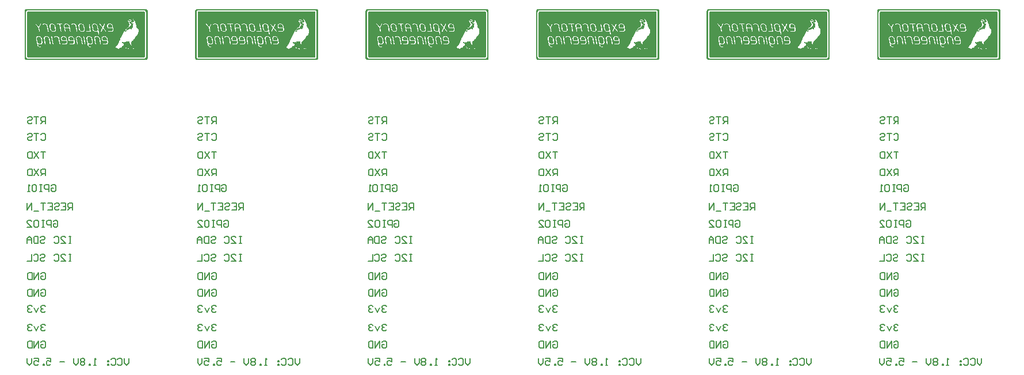
<source format=gbo>
G04*
G04 #@! TF.GenerationSoftware,Altium Limited,Altium Designer,18.0.12 (696)*
G04*
G04 Layer_Color=32896*
%FSLAX44Y44*%
%MOMM*%
G71*
G01*
G75*
%ADD27C,0.2000*%
%ADD57C,0.0254*%
D27*
X390250Y267497D02*
Y260832D01*
X386918Y257500D01*
X383586Y260832D01*
Y267497D01*
X373589Y265831D02*
X375255Y267497D01*
X378587D01*
X380253Y265831D01*
Y259166D01*
X378587Y257500D01*
X375255D01*
X373589Y259166D01*
X363592Y265831D02*
X365258Y267497D01*
X368590D01*
X370257Y265831D01*
Y259166D01*
X368590Y257500D01*
X365258D01*
X363592Y259166D01*
X360260Y264165D02*
X358593D01*
Y262498D01*
X360260D01*
Y264165D01*
Y259166D02*
X358593D01*
Y257500D01*
X360260D01*
Y259166D01*
X341932Y257500D02*
X338600D01*
X340266D01*
Y267497D01*
X341932Y265831D01*
X333602Y257500D02*
Y259166D01*
X331936D01*
Y257500D01*
X333602D01*
X325271Y265831D02*
X323605Y267497D01*
X320273D01*
X318606Y265831D01*
Y264165D01*
X320273Y262498D01*
X318606Y260832D01*
Y259166D01*
X320273Y257500D01*
X323605D01*
X325271Y259166D01*
Y260832D01*
X323605Y262498D01*
X325271Y264165D01*
Y265831D01*
X323605Y262498D02*
X320273D01*
X315274Y267497D02*
Y260832D01*
X311942Y257500D01*
X308610Y260832D01*
Y267497D01*
X295281Y262498D02*
X288616D01*
X268623Y267497D02*
X275287D01*
Y262498D01*
X271955Y264165D01*
X270289D01*
X268623Y262498D01*
Y259166D01*
X270289Y257500D01*
X273621D01*
X275287Y259166D01*
X265290Y257500D02*
Y259166D01*
X263624D01*
Y257500D01*
X265290D01*
X250295Y267497D02*
X256960D01*
Y262498D01*
X253627Y264165D01*
X251961D01*
X250295Y262498D01*
Y259166D01*
X251961Y257500D01*
X255294D01*
X256960Y259166D01*
X246963Y267497D02*
Y260832D01*
X243631Y257500D01*
X240298Y260832D01*
Y267497D01*
X260835Y291331D02*
X262502Y292997D01*
X265834D01*
X267500Y291331D01*
Y284666D01*
X265834Y283000D01*
X262502D01*
X260835Y284666D01*
Y287998D01*
X264168D01*
X257503Y283000D02*
Y292997D01*
X250839Y283000D01*
Y292997D01*
X247507D02*
Y283000D01*
X242508D01*
X240842Y284666D01*
Y291331D01*
X242508Y292997D01*
X247507D01*
X260835Y367581D02*
X262502Y369247D01*
X265834D01*
X267500Y367581D01*
Y360916D01*
X265834Y359250D01*
X262502D01*
X260835Y360916D01*
Y364248D01*
X264168D01*
X257503Y359250D02*
Y369247D01*
X250839Y359250D01*
Y369247D01*
X247507D02*
Y359250D01*
X242508D01*
X240842Y360916D01*
Y367581D01*
X242508Y369247D01*
X247507D01*
X260835Y392581D02*
X262502Y394247D01*
X265834D01*
X267500Y392581D01*
Y385916D01*
X265834Y384250D01*
X262502D01*
X260835Y385916D01*
Y389248D01*
X264168D01*
X257503Y384250D02*
Y394247D01*
X250839Y384250D01*
Y394247D01*
X247507D02*
Y384250D01*
X242508D01*
X240842Y385916D01*
Y392581D01*
X242508Y394247D01*
X247507D01*
X305000Y420997D02*
X301668D01*
X303334D01*
Y411000D01*
X305000D01*
X301668D01*
X290005D02*
X296669D01*
X290005Y417664D01*
Y419331D01*
X291671Y420997D01*
X295003D01*
X296669Y419331D01*
X280008D02*
X281674Y420997D01*
X285007D01*
X286673Y419331D01*
Y412666D01*
X285007Y411000D01*
X281674D01*
X280008Y412666D01*
X260014Y419331D02*
X261681Y420997D01*
X265013D01*
X266679Y419331D01*
Y417664D01*
X265013Y415998D01*
X261681D01*
X260014Y414332D01*
Y412666D01*
X261681Y411000D01*
X265013D01*
X266679Y412666D01*
X250018Y419331D02*
X251684Y420997D01*
X255016D01*
X256682Y419331D01*
Y412666D01*
X255016Y411000D01*
X251684D01*
X250018Y412666D01*
X246686Y420997D02*
Y411000D01*
X240021D01*
X305000Y447247D02*
X301668D01*
X303334D01*
Y437250D01*
X305000D01*
X301668D01*
X290005D02*
X296669D01*
X290005Y443914D01*
Y445581D01*
X291671Y447247D01*
X295003D01*
X296669Y445581D01*
X280008D02*
X281674Y447247D01*
X285007D01*
X286673Y445581D01*
Y438916D01*
X285007Y437250D01*
X281674D01*
X280008Y438916D01*
X260014Y445581D02*
X261681Y447247D01*
X265013D01*
X266679Y445581D01*
Y443914D01*
X265013Y442248D01*
X261681D01*
X260014Y440582D01*
Y438916D01*
X261681Y437250D01*
X265013D01*
X266679Y438916D01*
X256682Y447247D02*
Y437250D01*
X251684D01*
X250018Y438916D01*
Y445581D01*
X251684Y447247D01*
X256682D01*
X246686Y437250D02*
Y443914D01*
X243353Y447247D01*
X240021Y443914D01*
Y437250D01*
Y442248D01*
X246686D01*
X278836Y469331D02*
X280502Y470997D01*
X283834D01*
X285500Y469331D01*
Y462666D01*
X283834Y461000D01*
X280502D01*
X278836Y462666D01*
Y465998D01*
X282168D01*
X275503Y461000D02*
Y470997D01*
X270505D01*
X268839Y469331D01*
Y465998D01*
X270505Y464332D01*
X275503D01*
X265506Y470997D02*
X262174D01*
X263840D01*
Y461000D01*
X265506D01*
X262174D01*
X252177Y470997D02*
X255510D01*
X257176Y469331D01*
Y462666D01*
X255510Y461000D01*
X252177D01*
X250511Y462666D01*
Y469331D01*
X252177Y470997D01*
X240515Y461000D02*
X247179D01*
X240515Y467664D01*
Y469331D01*
X242181Y470997D01*
X245513D01*
X247179Y469331D01*
X307250Y486500D02*
Y496497D01*
X302252D01*
X300585Y494831D01*
Y491498D01*
X302252Y489832D01*
X307250D01*
X303918D02*
X300585Y486500D01*
X290589Y496497D02*
X297253D01*
Y486500D01*
X290589D01*
X297253Y491498D02*
X293921D01*
X280592Y494831D02*
X282258Y496497D01*
X285590D01*
X287257Y494831D01*
Y493164D01*
X285590Y491498D01*
X282258D01*
X280592Y489832D01*
Y488166D01*
X282258Y486500D01*
X285590D01*
X287257Y488166D01*
X270595Y496497D02*
X277260D01*
Y486500D01*
X270595D01*
X277260Y491498D02*
X273927D01*
X267263Y496497D02*
X260598D01*
X263931D01*
Y486500D01*
X257266Y484834D02*
X250602D01*
X247269Y486500D02*
Y496497D01*
X240605Y486500D01*
Y496497D01*
X275835Y521831D02*
X277502Y523497D01*
X280834D01*
X282500Y521831D01*
Y515166D01*
X280834Y513500D01*
X277502D01*
X275835Y515166D01*
Y518498D01*
X279168D01*
X272503Y513500D02*
Y523497D01*
X267505D01*
X265839Y521831D01*
Y518498D01*
X267505Y516832D01*
X272503D01*
X262507Y523497D02*
X259174D01*
X260840D01*
Y513500D01*
X262507D01*
X259174D01*
X249177Y523497D02*
X252510D01*
X254176Y521831D01*
Y515166D01*
X252510Y513500D01*
X249177D01*
X247511Y515166D01*
Y521831D01*
X249177Y523497D01*
X244179Y513500D02*
X240847D01*
X242513D01*
Y523497D01*
X244179Y521831D01*
X267500Y536750D02*
Y546747D01*
X262502D01*
X260835Y545081D01*
Y541748D01*
X262502Y540082D01*
X267500D01*
X264168D02*
X260835Y536750D01*
X257503Y546747D02*
X250839Y536750D01*
Y546747D02*
X257503Y536750D01*
X247507Y546747D02*
Y536750D01*
X242508D01*
X240842Y538416D01*
Y545081D01*
X242508Y546747D01*
X247507D01*
X267500Y572247D02*
X260835D01*
X264168D01*
Y562250D01*
X257503Y572247D02*
X250839Y562250D01*
Y572247D02*
X257503Y562250D01*
X247507Y572247D02*
Y562250D01*
X242508D01*
X240842Y563916D01*
Y570581D01*
X242508Y572247D01*
X247507D01*
X260835Y597081D02*
X262502Y598747D01*
X265834D01*
X267500Y597081D01*
Y590416D01*
X265834Y588750D01*
X262502D01*
X260835Y590416D01*
X257503Y598747D02*
X250839D01*
X254171D01*
Y588750D01*
X240842Y597081D02*
X242508Y598747D01*
X245840D01*
X247507Y597081D01*
Y595415D01*
X245840Y593748D01*
X242508D01*
X240842Y592082D01*
Y590416D01*
X242508Y588750D01*
X245840D01*
X247507Y590416D01*
X267500Y613750D02*
Y623747D01*
X262502D01*
X260835Y622081D01*
Y618748D01*
X262502Y617082D01*
X267500D01*
X264168D02*
X260835Y613750D01*
X257503Y623747D02*
X250839D01*
X254171D01*
Y613750D01*
X240842Y622081D02*
X242508Y623747D01*
X245840D01*
X247507Y622081D01*
Y620415D01*
X245840Y618748D01*
X242508D01*
X240842Y617082D01*
Y615416D01*
X242508Y613750D01*
X245840D01*
X247507Y615416D01*
X267500Y316581D02*
X265834Y318247D01*
X262502D01*
X260835Y316581D01*
Y314914D01*
X262502Y313248D01*
X264168D01*
X262502D01*
X260835Y311582D01*
Y309916D01*
X262502Y308250D01*
X265834D01*
X267500Y309916D01*
X257503Y314914D02*
X254171Y308250D01*
X250839Y314914D01*
X247507Y316581D02*
X245840Y318247D01*
X242508D01*
X240842Y316581D01*
Y314914D01*
X242508Y313248D01*
X244174D01*
X242508D01*
X240842Y311582D01*
Y309916D01*
X242508Y308250D01*
X245840D01*
X247507Y309916D01*
X267500Y344081D02*
X265834Y345747D01*
X262502D01*
X260835Y344081D01*
Y342415D01*
X262502Y340748D01*
X264168D01*
X262502D01*
X260835Y339082D01*
Y337416D01*
X262502Y335750D01*
X265834D01*
X267500Y337416D01*
X257503Y342415D02*
X254171Y335750D01*
X250839Y342415D01*
X247507Y344081D02*
X245840Y345747D01*
X242508D01*
X240842Y344081D01*
Y342415D01*
X242508Y340748D01*
X244174D01*
X242508D01*
X240842Y339082D01*
Y337416D01*
X242508Y335750D01*
X245840D01*
X247507Y337416D01*
X641250Y267497D02*
Y260832D01*
X637918Y257500D01*
X634585Y260832D01*
Y267497D01*
X624589Y265831D02*
X626255Y267497D01*
X629587D01*
X631253Y265831D01*
Y259166D01*
X629587Y257500D01*
X626255D01*
X624589Y259166D01*
X614592Y265831D02*
X616258Y267497D01*
X619590D01*
X621256Y265831D01*
Y259166D01*
X619590Y257500D01*
X616258D01*
X614592Y259166D01*
X611260Y264165D02*
X609594D01*
Y262498D01*
X611260D01*
Y264165D01*
Y259166D02*
X609594D01*
Y257500D01*
X611260D01*
Y259166D01*
X592932Y257500D02*
X589600D01*
X591266D01*
Y267497D01*
X592932Y265831D01*
X584602Y257500D02*
Y259166D01*
X582935D01*
Y257500D01*
X584602D01*
X576271Y265831D02*
X574605Y267497D01*
X571273D01*
X569607Y265831D01*
Y264165D01*
X571273Y262498D01*
X569607Y260832D01*
Y259166D01*
X571273Y257500D01*
X574605D01*
X576271Y259166D01*
Y260832D01*
X574605Y262498D01*
X576271Y264165D01*
Y265831D01*
X574605Y262498D02*
X571273D01*
X566274Y267497D02*
Y260832D01*
X562942Y257500D01*
X559610Y260832D01*
Y267497D01*
X546281Y262498D02*
X539616D01*
X519623Y267497D02*
X526287D01*
Y262498D01*
X522955Y264165D01*
X521289D01*
X519623Y262498D01*
Y259166D01*
X521289Y257500D01*
X524621D01*
X526287Y259166D01*
X516290Y257500D02*
Y259166D01*
X514624D01*
Y257500D01*
X516290D01*
X501295Y267497D02*
X507960D01*
Y262498D01*
X504627Y264165D01*
X502961D01*
X501295Y262498D01*
Y259166D01*
X502961Y257500D01*
X506294D01*
X507960Y259166D01*
X497963Y267497D02*
Y260832D01*
X494631Y257500D01*
X491298Y260832D01*
Y267497D01*
X511836Y291331D02*
X513502Y292997D01*
X516834D01*
X518500Y291331D01*
Y284666D01*
X516834Y283000D01*
X513502D01*
X511836Y284666D01*
Y287998D01*
X515168D01*
X508503Y283000D02*
Y292997D01*
X501839Y283000D01*
Y292997D01*
X498507D02*
Y283000D01*
X493508D01*
X491842Y284666D01*
Y291331D01*
X493508Y292997D01*
X498507D01*
X511836Y367581D02*
X513502Y369247D01*
X516834D01*
X518500Y367581D01*
Y360916D01*
X516834Y359250D01*
X513502D01*
X511836Y360916D01*
Y364248D01*
X515168D01*
X508503Y359250D02*
Y369247D01*
X501839Y359250D01*
Y369247D01*
X498507D02*
Y359250D01*
X493508D01*
X491842Y360916D01*
Y367581D01*
X493508Y369247D01*
X498507D01*
X511836Y392581D02*
X513502Y394247D01*
X516834D01*
X518500Y392581D01*
Y385916D01*
X516834Y384250D01*
X513502D01*
X511836Y385916D01*
Y389248D01*
X515168D01*
X508503Y384250D02*
Y394247D01*
X501839Y384250D01*
Y394247D01*
X498507D02*
Y384250D01*
X493508D01*
X491842Y385916D01*
Y392581D01*
X493508Y394247D01*
X498507D01*
X556000Y420997D02*
X552668D01*
X554334D01*
Y411000D01*
X556000D01*
X552668D01*
X541005D02*
X547669D01*
X541005Y417664D01*
Y419331D01*
X542671Y420997D01*
X546003D01*
X547669Y419331D01*
X531008D02*
X532674Y420997D01*
X536007D01*
X537673Y419331D01*
Y412666D01*
X536007Y411000D01*
X532674D01*
X531008Y412666D01*
X511015Y419331D02*
X512681Y420997D01*
X516013D01*
X517679Y419331D01*
Y417664D01*
X516013Y415998D01*
X512681D01*
X511015Y414332D01*
Y412666D01*
X512681Y411000D01*
X516013D01*
X517679Y412666D01*
X501018Y419331D02*
X502684Y420997D01*
X506016D01*
X507682Y419331D01*
Y412666D01*
X506016Y411000D01*
X502684D01*
X501018Y412666D01*
X497686Y420997D02*
Y411000D01*
X491021D01*
X556000Y447247D02*
X552668D01*
X554334D01*
Y437250D01*
X556000D01*
X552668D01*
X541005D02*
X547669D01*
X541005Y443914D01*
Y445581D01*
X542671Y447247D01*
X546003D01*
X547669Y445581D01*
X531008D02*
X532674Y447247D01*
X536007D01*
X537673Y445581D01*
Y438916D01*
X536007Y437250D01*
X532674D01*
X531008Y438916D01*
X511015Y445581D02*
X512681Y447247D01*
X516013D01*
X517679Y445581D01*
Y443914D01*
X516013Y442248D01*
X512681D01*
X511015Y440582D01*
Y438916D01*
X512681Y437250D01*
X516013D01*
X517679Y438916D01*
X507682Y447247D02*
Y437250D01*
X502684D01*
X501018Y438916D01*
Y445581D01*
X502684Y447247D01*
X507682D01*
X497686Y437250D02*
Y443914D01*
X494353Y447247D01*
X491021Y443914D01*
Y437250D01*
Y442248D01*
X497686D01*
X529836Y469331D02*
X531502Y470997D01*
X534834D01*
X536500Y469331D01*
Y462666D01*
X534834Y461000D01*
X531502D01*
X529836Y462666D01*
Y465998D01*
X533168D01*
X526503Y461000D02*
Y470997D01*
X521505D01*
X519839Y469331D01*
Y465998D01*
X521505Y464332D01*
X526503D01*
X516507Y470997D02*
X513174D01*
X514840D01*
Y461000D01*
X516507D01*
X513174D01*
X503177Y470997D02*
X506510D01*
X508176Y469331D01*
Y462666D01*
X506510Y461000D01*
X503177D01*
X501511Y462666D01*
Y469331D01*
X503177Y470997D01*
X491515Y461000D02*
X498179D01*
X491515Y467664D01*
Y469331D01*
X493181Y470997D01*
X496513D01*
X498179Y469331D01*
X558250Y486500D02*
Y496497D01*
X553252D01*
X551586Y494831D01*
Y491498D01*
X553252Y489832D01*
X558250D01*
X554918D02*
X551586Y486500D01*
X541589Y496497D02*
X548253D01*
Y486500D01*
X541589D01*
X548253Y491498D02*
X544921D01*
X531592Y494831D02*
X533258Y496497D01*
X536590D01*
X538256Y494831D01*
Y493164D01*
X536590Y491498D01*
X533258D01*
X531592Y489832D01*
Y488166D01*
X533258Y486500D01*
X536590D01*
X538256Y488166D01*
X521595Y496497D02*
X528260D01*
Y486500D01*
X521595D01*
X528260Y491498D02*
X524927D01*
X518263Y496497D02*
X511598D01*
X514931D01*
Y486500D01*
X508266Y484834D02*
X501602D01*
X498269Y486500D02*
Y496497D01*
X491605Y486500D01*
Y496497D01*
X526836Y521831D02*
X528502Y523497D01*
X531834D01*
X533500Y521831D01*
Y515166D01*
X531834Y513500D01*
X528502D01*
X526836Y515166D01*
Y518498D01*
X530168D01*
X523503Y513500D02*
Y523497D01*
X518505D01*
X516839Y521831D01*
Y518498D01*
X518505Y516832D01*
X523503D01*
X513507Y523497D02*
X510174D01*
X511840D01*
Y513500D01*
X513507D01*
X510174D01*
X500177Y523497D02*
X503510D01*
X505176Y521831D01*
Y515166D01*
X503510Y513500D01*
X500177D01*
X498511Y515166D01*
Y521831D01*
X500177Y523497D01*
X495179Y513500D02*
X491847D01*
X493513D01*
Y523497D01*
X495179Y521831D01*
X518500Y536750D02*
Y546747D01*
X513502D01*
X511836Y545081D01*
Y541748D01*
X513502Y540082D01*
X518500D01*
X515168D02*
X511836Y536750D01*
X508503Y546747D02*
X501839Y536750D01*
Y546747D02*
X508503Y536750D01*
X498507Y546747D02*
Y536750D01*
X493508D01*
X491842Y538416D01*
Y545081D01*
X493508Y546747D01*
X498507D01*
X518500Y572247D02*
X511836D01*
X515168D01*
Y562250D01*
X508503Y572247D02*
X501839Y562250D01*
Y572247D02*
X508503Y562250D01*
X498507Y572247D02*
Y562250D01*
X493508D01*
X491842Y563916D01*
Y570581D01*
X493508Y572247D01*
X498507D01*
X511836Y597081D02*
X513502Y598747D01*
X516834D01*
X518500Y597081D01*
Y590416D01*
X516834Y588750D01*
X513502D01*
X511836Y590416D01*
X508503Y598747D02*
X501839D01*
X505171D01*
Y588750D01*
X491842Y597081D02*
X493508Y598747D01*
X496840D01*
X498507Y597081D01*
Y595415D01*
X496840Y593748D01*
X493508D01*
X491842Y592082D01*
Y590416D01*
X493508Y588750D01*
X496840D01*
X498507Y590416D01*
X518500Y613750D02*
Y623747D01*
X513502D01*
X511836Y622081D01*
Y618748D01*
X513502Y617082D01*
X518500D01*
X515168D02*
X511836Y613750D01*
X508503Y623747D02*
X501839D01*
X505171D01*
Y613750D01*
X491842Y622081D02*
X493508Y623747D01*
X496840D01*
X498507Y622081D01*
Y620415D01*
X496840Y618748D01*
X493508D01*
X491842Y617082D01*
Y615416D01*
X493508Y613750D01*
X496840D01*
X498507Y615416D01*
X518500Y316581D02*
X516834Y318247D01*
X513502D01*
X511836Y316581D01*
Y314914D01*
X513502Y313248D01*
X515168D01*
X513502D01*
X511836Y311582D01*
Y309916D01*
X513502Y308250D01*
X516834D01*
X518500Y309916D01*
X508503Y314914D02*
X505171Y308250D01*
X501839Y314914D01*
X498507Y316581D02*
X496840Y318247D01*
X493508D01*
X491842Y316581D01*
Y314914D01*
X493508Y313248D01*
X495174D01*
X493508D01*
X491842Y311582D01*
Y309916D01*
X493508Y308250D01*
X496840D01*
X498507Y309916D01*
X518500Y344081D02*
X516834Y345747D01*
X513502D01*
X511836Y344081D01*
Y342415D01*
X513502Y340748D01*
X515168D01*
X513502D01*
X511836Y339082D01*
Y337416D01*
X513502Y335750D01*
X516834D01*
X518500Y337416D01*
X508503Y342415D02*
X505171Y335750D01*
X501839Y342415D01*
X498507Y344081D02*
X496840Y345747D01*
X493508D01*
X491842Y344081D01*
Y342415D01*
X493508Y340748D01*
X495174D01*
X493508D01*
X491842Y339082D01*
Y337416D01*
X493508Y335750D01*
X496840D01*
X498507Y337416D01*
X892250Y267497D02*
Y260832D01*
X888918Y257500D01*
X885586Y260832D01*
Y267497D01*
X875589Y265831D02*
X877255Y267497D01*
X880587D01*
X882253Y265831D01*
Y259166D01*
X880587Y257500D01*
X877255D01*
X875589Y259166D01*
X865592Y265831D02*
X867258Y267497D01*
X870590D01*
X872256Y265831D01*
Y259166D01*
X870590Y257500D01*
X867258D01*
X865592Y259166D01*
X862260Y264165D02*
X860594D01*
Y262498D01*
X862260D01*
Y264165D01*
Y259166D02*
X860594D01*
Y257500D01*
X862260D01*
Y259166D01*
X843932Y257500D02*
X840600D01*
X842266D01*
Y267497D01*
X843932Y265831D01*
X835602Y257500D02*
Y259166D01*
X833935D01*
Y257500D01*
X835602D01*
X827271Y265831D02*
X825605Y267497D01*
X822273D01*
X820607Y265831D01*
Y264165D01*
X822273Y262498D01*
X820607Y260832D01*
Y259166D01*
X822273Y257500D01*
X825605D01*
X827271Y259166D01*
Y260832D01*
X825605Y262498D01*
X827271Y264165D01*
Y265831D01*
X825605Y262498D02*
X822273D01*
X817274Y267497D02*
Y260832D01*
X813942Y257500D01*
X810610Y260832D01*
Y267497D01*
X797281Y262498D02*
X790616D01*
X770623Y267497D02*
X777287D01*
Y262498D01*
X773955Y264165D01*
X772289D01*
X770623Y262498D01*
Y259166D01*
X772289Y257500D01*
X775621D01*
X777287Y259166D01*
X767290Y257500D02*
Y259166D01*
X765624D01*
Y257500D01*
X767290D01*
X752295Y267497D02*
X758960D01*
Y262498D01*
X755628Y264165D01*
X753961D01*
X752295Y262498D01*
Y259166D01*
X753961Y257500D01*
X757294D01*
X758960Y259166D01*
X748963Y267497D02*
Y260832D01*
X745631Y257500D01*
X742298Y260832D01*
Y267497D01*
X762836Y291331D02*
X764502Y292997D01*
X767834D01*
X769500Y291331D01*
Y284666D01*
X767834Y283000D01*
X764502D01*
X762836Y284666D01*
Y287998D01*
X766168D01*
X759503Y283000D02*
Y292997D01*
X752839Y283000D01*
Y292997D01*
X749507D02*
Y283000D01*
X744508D01*
X742842Y284666D01*
Y291331D01*
X744508Y292997D01*
X749507D01*
X762836Y367581D02*
X764502Y369247D01*
X767834D01*
X769500Y367581D01*
Y360916D01*
X767834Y359250D01*
X764502D01*
X762836Y360916D01*
Y364248D01*
X766168D01*
X759503Y359250D02*
Y369247D01*
X752839Y359250D01*
Y369247D01*
X749507D02*
Y359250D01*
X744508D01*
X742842Y360916D01*
Y367581D01*
X744508Y369247D01*
X749507D01*
X762836Y392581D02*
X764502Y394247D01*
X767834D01*
X769500Y392581D01*
Y385916D01*
X767834Y384250D01*
X764502D01*
X762836Y385916D01*
Y389248D01*
X766168D01*
X759503Y384250D02*
Y394247D01*
X752839Y384250D01*
Y394247D01*
X749507D02*
Y384250D01*
X744508D01*
X742842Y385916D01*
Y392581D01*
X744508Y394247D01*
X749507D01*
X807000Y420997D02*
X803668D01*
X805334D01*
Y411000D01*
X807000D01*
X803668D01*
X792005D02*
X798669D01*
X792005Y417664D01*
Y419331D01*
X793671Y420997D01*
X797003D01*
X798669Y419331D01*
X782008D02*
X783674Y420997D01*
X787007D01*
X788673Y419331D01*
Y412666D01*
X787007Y411000D01*
X783674D01*
X782008Y412666D01*
X762015Y419331D02*
X763681Y420997D01*
X767013D01*
X768679Y419331D01*
Y417664D01*
X767013Y415998D01*
X763681D01*
X762015Y414332D01*
Y412666D01*
X763681Y411000D01*
X767013D01*
X768679Y412666D01*
X752018Y419331D02*
X753684Y420997D01*
X757016D01*
X758682Y419331D01*
Y412666D01*
X757016Y411000D01*
X753684D01*
X752018Y412666D01*
X748686Y420997D02*
Y411000D01*
X742021D01*
X807000Y447247D02*
X803668D01*
X805334D01*
Y437250D01*
X807000D01*
X803668D01*
X792005D02*
X798669D01*
X792005Y443914D01*
Y445581D01*
X793671Y447247D01*
X797003D01*
X798669Y445581D01*
X782008D02*
X783674Y447247D01*
X787007D01*
X788673Y445581D01*
Y438916D01*
X787007Y437250D01*
X783674D01*
X782008Y438916D01*
X762015Y445581D02*
X763681Y447247D01*
X767013D01*
X768679Y445581D01*
Y443914D01*
X767013Y442248D01*
X763681D01*
X762015Y440582D01*
Y438916D01*
X763681Y437250D01*
X767013D01*
X768679Y438916D01*
X758682Y447247D02*
Y437250D01*
X753684D01*
X752018Y438916D01*
Y445581D01*
X753684Y447247D01*
X758682D01*
X748686Y437250D02*
Y443914D01*
X745353Y447247D01*
X742021Y443914D01*
Y437250D01*
Y442248D01*
X748686D01*
X780836Y469331D02*
X782502Y470997D01*
X785834D01*
X787500Y469331D01*
Y462666D01*
X785834Y461000D01*
X782502D01*
X780836Y462666D01*
Y465998D01*
X784168D01*
X777503Y461000D02*
Y470997D01*
X772505D01*
X770839Y469331D01*
Y465998D01*
X772505Y464332D01*
X777503D01*
X767506Y470997D02*
X764174D01*
X765840D01*
Y461000D01*
X767506D01*
X764174D01*
X754177Y470997D02*
X757510D01*
X759176Y469331D01*
Y462666D01*
X757510Y461000D01*
X754177D01*
X752511Y462666D01*
Y469331D01*
X754177Y470997D01*
X742515Y461000D02*
X749179D01*
X742515Y467664D01*
Y469331D01*
X744181Y470997D01*
X747513D01*
X749179Y469331D01*
X809250Y486500D02*
Y496497D01*
X804252D01*
X802586Y494831D01*
Y491498D01*
X804252Y489832D01*
X809250D01*
X805918D02*
X802586Y486500D01*
X792589Y496497D02*
X799253D01*
Y486500D01*
X792589D01*
X799253Y491498D02*
X795921D01*
X782592Y494831D02*
X784258Y496497D01*
X787590D01*
X789257Y494831D01*
Y493164D01*
X787590Y491498D01*
X784258D01*
X782592Y489832D01*
Y488166D01*
X784258Y486500D01*
X787590D01*
X789257Y488166D01*
X772595Y496497D02*
X779260D01*
Y486500D01*
X772595D01*
X779260Y491498D02*
X775928D01*
X769263Y496497D02*
X762598D01*
X765931D01*
Y486500D01*
X759266Y484834D02*
X752602D01*
X749269Y486500D02*
Y496497D01*
X742605Y486500D01*
Y496497D01*
X777836Y521831D02*
X779502Y523497D01*
X782834D01*
X784500Y521831D01*
Y515166D01*
X782834Y513500D01*
X779502D01*
X777836Y515166D01*
Y518498D01*
X781168D01*
X774503Y513500D02*
Y523497D01*
X769505D01*
X767839Y521831D01*
Y518498D01*
X769505Y516832D01*
X774503D01*
X764507Y523497D02*
X761174D01*
X762840D01*
Y513500D01*
X764507D01*
X761174D01*
X751178Y523497D02*
X754510D01*
X756176Y521831D01*
Y515166D01*
X754510Y513500D01*
X751178D01*
X749511Y515166D01*
Y521831D01*
X751178Y523497D01*
X746179Y513500D02*
X742847D01*
X744513D01*
Y523497D01*
X746179Y521831D01*
X769500Y536750D02*
Y546747D01*
X764502D01*
X762836Y545081D01*
Y541748D01*
X764502Y540082D01*
X769500D01*
X766168D02*
X762836Y536750D01*
X759503Y546747D02*
X752839Y536750D01*
Y546747D02*
X759503Y536750D01*
X749507Y546747D02*
Y536750D01*
X744508D01*
X742842Y538416D01*
Y545081D01*
X744508Y546747D01*
X749507D01*
X769500Y572247D02*
X762836D01*
X766168D01*
Y562250D01*
X759503Y572247D02*
X752839Y562250D01*
Y572247D02*
X759503Y562250D01*
X749507Y572247D02*
Y562250D01*
X744508D01*
X742842Y563916D01*
Y570581D01*
X744508Y572247D01*
X749507D01*
X762836Y597081D02*
X764502Y598747D01*
X767834D01*
X769500Y597081D01*
Y590416D01*
X767834Y588750D01*
X764502D01*
X762836Y590416D01*
X759503Y598747D02*
X752839D01*
X756171D01*
Y588750D01*
X742842Y597081D02*
X744508Y598747D01*
X747840D01*
X749507Y597081D01*
Y595415D01*
X747840Y593748D01*
X744508D01*
X742842Y592082D01*
Y590416D01*
X744508Y588750D01*
X747840D01*
X749507Y590416D01*
X769500Y613750D02*
Y623747D01*
X764502D01*
X762836Y622081D01*
Y618748D01*
X764502Y617082D01*
X769500D01*
X766168D02*
X762836Y613750D01*
X759503Y623747D02*
X752839D01*
X756171D01*
Y613750D01*
X742842Y622081D02*
X744508Y623747D01*
X747840D01*
X749507Y622081D01*
Y620415D01*
X747840Y618748D01*
X744508D01*
X742842Y617082D01*
Y615416D01*
X744508Y613750D01*
X747840D01*
X749507Y615416D01*
X769500Y316581D02*
X767834Y318247D01*
X764502D01*
X762836Y316581D01*
Y314914D01*
X764502Y313248D01*
X766168D01*
X764502D01*
X762836Y311582D01*
Y309916D01*
X764502Y308250D01*
X767834D01*
X769500Y309916D01*
X759503Y314914D02*
X756171Y308250D01*
X752839Y314914D01*
X749507Y316581D02*
X747840Y318247D01*
X744508D01*
X742842Y316581D01*
Y314914D01*
X744508Y313248D01*
X746174D01*
X744508D01*
X742842Y311582D01*
Y309916D01*
X744508Y308250D01*
X747840D01*
X749507Y309916D01*
X769500Y344081D02*
X767834Y345747D01*
X764502D01*
X762836Y344081D01*
Y342415D01*
X764502Y340748D01*
X766168D01*
X764502D01*
X762836Y339082D01*
Y337416D01*
X764502Y335750D01*
X767834D01*
X769500Y337416D01*
X759503Y342415D02*
X756171Y335750D01*
X752839Y342415D01*
X749507Y344081D02*
X747840Y345747D01*
X744508D01*
X742842Y344081D01*
Y342415D01*
X744508Y340748D01*
X746174D01*
X744508D01*
X742842Y339082D01*
Y337416D01*
X744508Y335750D01*
X747840D01*
X749507Y337416D01*
X1143250Y267497D02*
Y260832D01*
X1139918Y257500D01*
X1136586Y260832D01*
Y267497D01*
X1126589Y265831D02*
X1128255Y267497D01*
X1131587D01*
X1133253Y265831D01*
Y259166D01*
X1131587Y257500D01*
X1128255D01*
X1126589Y259166D01*
X1116592Y265831D02*
X1118258Y267497D01*
X1121590D01*
X1123257Y265831D01*
Y259166D01*
X1121590Y257500D01*
X1118258D01*
X1116592Y259166D01*
X1113260Y264165D02*
X1111594D01*
Y262498D01*
X1113260D01*
Y264165D01*
Y259166D02*
X1111594D01*
Y257500D01*
X1113260D01*
Y259166D01*
X1094932Y257500D02*
X1091600D01*
X1093266D01*
Y267497D01*
X1094932Y265831D01*
X1086602Y257500D02*
Y259166D01*
X1084936D01*
Y257500D01*
X1086602D01*
X1078271Y265831D02*
X1076605Y267497D01*
X1073273D01*
X1071607Y265831D01*
Y264165D01*
X1073273Y262498D01*
X1071607Y260832D01*
Y259166D01*
X1073273Y257500D01*
X1076605D01*
X1078271Y259166D01*
Y260832D01*
X1076605Y262498D01*
X1078271Y264165D01*
Y265831D01*
X1076605Y262498D02*
X1073273D01*
X1068274Y267497D02*
Y260832D01*
X1064942Y257500D01*
X1061610Y260832D01*
Y267497D01*
X1048281Y262498D02*
X1041616D01*
X1021623Y267497D02*
X1028287D01*
Y262498D01*
X1024955Y264165D01*
X1023289D01*
X1021623Y262498D01*
Y259166D01*
X1023289Y257500D01*
X1026621D01*
X1028287Y259166D01*
X1018290Y257500D02*
Y259166D01*
X1016624D01*
Y257500D01*
X1018290D01*
X1003295Y267497D02*
X1009960D01*
Y262498D01*
X1006628Y264165D01*
X1004961D01*
X1003295Y262498D01*
Y259166D01*
X1004961Y257500D01*
X1008294D01*
X1009960Y259166D01*
X999963Y267497D02*
Y260832D01*
X996631Y257500D01*
X993298Y260832D01*
Y267497D01*
X1013836Y291331D02*
X1015502Y292997D01*
X1018834D01*
X1020500Y291331D01*
Y284666D01*
X1018834Y283000D01*
X1015502D01*
X1013836Y284666D01*
Y287998D01*
X1017168D01*
X1010503Y283000D02*
Y292997D01*
X1003839Y283000D01*
Y292997D01*
X1000507D02*
Y283000D01*
X995508D01*
X993842Y284666D01*
Y291331D01*
X995508Y292997D01*
X1000507D01*
X1013836Y367581D02*
X1015502Y369247D01*
X1018834D01*
X1020500Y367581D01*
Y360916D01*
X1018834Y359250D01*
X1015502D01*
X1013836Y360916D01*
Y364248D01*
X1017168D01*
X1010503Y359250D02*
Y369247D01*
X1003839Y359250D01*
Y369247D01*
X1000507D02*
Y359250D01*
X995508D01*
X993842Y360916D01*
Y367581D01*
X995508Y369247D01*
X1000507D01*
X1013836Y392581D02*
X1015502Y394247D01*
X1018834D01*
X1020500Y392581D01*
Y385916D01*
X1018834Y384250D01*
X1015502D01*
X1013836Y385916D01*
Y389248D01*
X1017168D01*
X1010503Y384250D02*
Y394247D01*
X1003839Y384250D01*
Y394247D01*
X1000507D02*
Y384250D01*
X995508D01*
X993842Y385916D01*
Y392581D01*
X995508Y394247D01*
X1000507D01*
X1058000Y420997D02*
X1054668D01*
X1056334D01*
Y411000D01*
X1058000D01*
X1054668D01*
X1043005D02*
X1049669D01*
X1043005Y417664D01*
Y419331D01*
X1044671Y420997D01*
X1048003D01*
X1049669Y419331D01*
X1033008D02*
X1034674Y420997D01*
X1038007D01*
X1039673Y419331D01*
Y412666D01*
X1038007Y411000D01*
X1034674D01*
X1033008Y412666D01*
X1013015Y419331D02*
X1014681Y420997D01*
X1018013D01*
X1019679Y419331D01*
Y417664D01*
X1018013Y415998D01*
X1014681D01*
X1013015Y414332D01*
Y412666D01*
X1014681Y411000D01*
X1018013D01*
X1019679Y412666D01*
X1003018Y419331D02*
X1004684Y420997D01*
X1008016D01*
X1009682Y419331D01*
Y412666D01*
X1008016Y411000D01*
X1004684D01*
X1003018Y412666D01*
X999686Y420997D02*
Y411000D01*
X993021D01*
X1058000Y447247D02*
X1054668D01*
X1056334D01*
Y437250D01*
X1058000D01*
X1054668D01*
X1043005D02*
X1049669D01*
X1043005Y443914D01*
Y445581D01*
X1044671Y447247D01*
X1048003D01*
X1049669Y445581D01*
X1033008D02*
X1034674Y447247D01*
X1038007D01*
X1039673Y445581D01*
Y438916D01*
X1038007Y437250D01*
X1034674D01*
X1033008Y438916D01*
X1013015Y445581D02*
X1014681Y447247D01*
X1018013D01*
X1019679Y445581D01*
Y443914D01*
X1018013Y442248D01*
X1014681D01*
X1013015Y440582D01*
Y438916D01*
X1014681Y437250D01*
X1018013D01*
X1019679Y438916D01*
X1009682Y447247D02*
Y437250D01*
X1004684D01*
X1003018Y438916D01*
Y445581D01*
X1004684Y447247D01*
X1009682D01*
X999686Y437250D02*
Y443914D01*
X996353Y447247D01*
X993021Y443914D01*
Y437250D01*
Y442248D01*
X999686D01*
X1031836Y469331D02*
X1033502Y470997D01*
X1036834D01*
X1038500Y469331D01*
Y462666D01*
X1036834Y461000D01*
X1033502D01*
X1031836Y462666D01*
Y465998D01*
X1035168D01*
X1028503Y461000D02*
Y470997D01*
X1023505D01*
X1021839Y469331D01*
Y465998D01*
X1023505Y464332D01*
X1028503D01*
X1018507Y470997D02*
X1015174D01*
X1016840D01*
Y461000D01*
X1018507D01*
X1015174D01*
X1005178Y470997D02*
X1008510D01*
X1010176Y469331D01*
Y462666D01*
X1008510Y461000D01*
X1005178D01*
X1003511Y462666D01*
Y469331D01*
X1005178Y470997D01*
X993515Y461000D02*
X1000179D01*
X993515Y467664D01*
Y469331D01*
X995181Y470997D01*
X998513D01*
X1000179Y469331D01*
X1060250Y486500D02*
Y496497D01*
X1055252D01*
X1053586Y494831D01*
Y491498D01*
X1055252Y489832D01*
X1060250D01*
X1056918D02*
X1053586Y486500D01*
X1043589Y496497D02*
X1050253D01*
Y486500D01*
X1043589D01*
X1050253Y491498D02*
X1046921D01*
X1033592Y494831D02*
X1035258Y496497D01*
X1038590D01*
X1040257Y494831D01*
Y493164D01*
X1038590Y491498D01*
X1035258D01*
X1033592Y489832D01*
Y488166D01*
X1035258Y486500D01*
X1038590D01*
X1040257Y488166D01*
X1023595Y496497D02*
X1030260D01*
Y486500D01*
X1023595D01*
X1030260Y491498D02*
X1026927D01*
X1020263Y496497D02*
X1013598D01*
X1016931D01*
Y486500D01*
X1010266Y484834D02*
X1003602D01*
X1000269Y486500D02*
Y496497D01*
X993605Y486500D01*
Y496497D01*
X1028836Y521831D02*
X1030502Y523497D01*
X1033834D01*
X1035500Y521831D01*
Y515166D01*
X1033834Y513500D01*
X1030502D01*
X1028836Y515166D01*
Y518498D01*
X1032168D01*
X1025503Y513500D02*
Y523497D01*
X1020505D01*
X1018839Y521831D01*
Y518498D01*
X1020505Y516832D01*
X1025503D01*
X1015507Y523497D02*
X1012174D01*
X1013840D01*
Y513500D01*
X1015507D01*
X1012174D01*
X1002178Y523497D02*
X1005510D01*
X1007176Y521831D01*
Y515166D01*
X1005510Y513500D01*
X1002178D01*
X1000511Y515166D01*
Y521831D01*
X1002178Y523497D01*
X997179Y513500D02*
X993847D01*
X995513D01*
Y523497D01*
X997179Y521831D01*
X1020500Y536750D02*
Y546747D01*
X1015502D01*
X1013836Y545081D01*
Y541748D01*
X1015502Y540082D01*
X1020500D01*
X1017168D02*
X1013836Y536750D01*
X1010503Y546747D02*
X1003839Y536750D01*
Y546747D02*
X1010503Y536750D01*
X1000507Y546747D02*
Y536750D01*
X995508D01*
X993842Y538416D01*
Y545081D01*
X995508Y546747D01*
X1000507D01*
X1020500Y572247D02*
X1013836D01*
X1017168D01*
Y562250D01*
X1010503Y572247D02*
X1003839Y562250D01*
Y572247D02*
X1010503Y562250D01*
X1000507Y572247D02*
Y562250D01*
X995508D01*
X993842Y563916D01*
Y570581D01*
X995508Y572247D01*
X1000507D01*
X1013836Y597081D02*
X1015502Y598747D01*
X1018834D01*
X1020500Y597081D01*
Y590416D01*
X1018834Y588750D01*
X1015502D01*
X1013836Y590416D01*
X1010503Y598747D02*
X1003839D01*
X1007171D01*
Y588750D01*
X993842Y597081D02*
X995508Y598747D01*
X998840D01*
X1000507Y597081D01*
Y595415D01*
X998840Y593748D01*
X995508D01*
X993842Y592082D01*
Y590416D01*
X995508Y588750D01*
X998840D01*
X1000507Y590416D01*
X1020500Y613750D02*
Y623747D01*
X1015502D01*
X1013836Y622081D01*
Y618748D01*
X1015502Y617082D01*
X1020500D01*
X1017168D02*
X1013836Y613750D01*
X1010503Y623747D02*
X1003839D01*
X1007171D01*
Y613750D01*
X993842Y622081D02*
X995508Y623747D01*
X998840D01*
X1000507Y622081D01*
Y620415D01*
X998840Y618748D01*
X995508D01*
X993842Y617082D01*
Y615416D01*
X995508Y613750D01*
X998840D01*
X1000507Y615416D01*
X1020500Y316581D02*
X1018834Y318247D01*
X1015502D01*
X1013836Y316581D01*
Y314914D01*
X1015502Y313248D01*
X1017168D01*
X1015502D01*
X1013836Y311582D01*
Y309916D01*
X1015502Y308250D01*
X1018834D01*
X1020500Y309916D01*
X1010503Y314914D02*
X1007171Y308250D01*
X1003839Y314914D01*
X1000507Y316581D02*
X998840Y318247D01*
X995508D01*
X993842Y316581D01*
Y314914D01*
X995508Y313248D01*
X997174D01*
X995508D01*
X993842Y311582D01*
Y309916D01*
X995508Y308250D01*
X998840D01*
X1000507Y309916D01*
X1020500Y344081D02*
X1018834Y345747D01*
X1015502D01*
X1013836Y344081D01*
Y342415D01*
X1015502Y340748D01*
X1017168D01*
X1015502D01*
X1013836Y339082D01*
Y337416D01*
X1015502Y335750D01*
X1018834D01*
X1020500Y337416D01*
X1010503Y342415D02*
X1007171Y335750D01*
X1003839Y342415D01*
X1000507Y344081D02*
X998840Y345747D01*
X995508D01*
X993842Y344081D01*
Y342415D01*
X995508Y340748D01*
X997174D01*
X995508D01*
X993842Y339082D01*
Y337416D01*
X995508Y335750D01*
X998840D01*
X1000507Y337416D01*
X1394250Y267497D02*
Y260832D01*
X1390918Y257500D01*
X1387586Y260832D01*
Y267497D01*
X1377589Y265831D02*
X1379255Y267497D01*
X1382587D01*
X1384253Y265831D01*
Y259166D01*
X1382587Y257500D01*
X1379255D01*
X1377589Y259166D01*
X1367592Y265831D02*
X1369258Y267497D01*
X1372590D01*
X1374257Y265831D01*
Y259166D01*
X1372590Y257500D01*
X1369258D01*
X1367592Y259166D01*
X1364260Y264165D02*
X1362594D01*
Y262498D01*
X1364260D01*
Y264165D01*
Y259166D02*
X1362594D01*
Y257500D01*
X1364260D01*
Y259166D01*
X1345932Y257500D02*
X1342600D01*
X1344266D01*
Y267497D01*
X1345932Y265831D01*
X1337602Y257500D02*
Y259166D01*
X1335936D01*
Y257500D01*
X1337602D01*
X1329271Y265831D02*
X1327605Y267497D01*
X1324273D01*
X1322607Y265831D01*
Y264165D01*
X1324273Y262498D01*
X1322607Y260832D01*
Y259166D01*
X1324273Y257500D01*
X1327605D01*
X1329271Y259166D01*
Y260832D01*
X1327605Y262498D01*
X1329271Y264165D01*
Y265831D01*
X1327605Y262498D02*
X1324273D01*
X1319274Y267497D02*
Y260832D01*
X1315942Y257500D01*
X1312610Y260832D01*
Y267497D01*
X1299281Y262498D02*
X1292616D01*
X1272623Y267497D02*
X1279287D01*
Y262498D01*
X1275955Y264165D01*
X1274289D01*
X1272623Y262498D01*
Y259166D01*
X1274289Y257500D01*
X1277621D01*
X1279287Y259166D01*
X1269290Y257500D02*
Y259166D01*
X1267624D01*
Y257500D01*
X1269290D01*
X1254295Y267497D02*
X1260960D01*
Y262498D01*
X1257627Y264165D01*
X1255961D01*
X1254295Y262498D01*
Y259166D01*
X1255961Y257500D01*
X1259294D01*
X1260960Y259166D01*
X1250963Y267497D02*
Y260832D01*
X1247631Y257500D01*
X1244298Y260832D01*
Y267497D01*
X1264836Y291331D02*
X1266502Y292997D01*
X1269834D01*
X1271500Y291331D01*
Y284666D01*
X1269834Y283000D01*
X1266502D01*
X1264836Y284666D01*
Y287998D01*
X1268168D01*
X1261503Y283000D02*
Y292997D01*
X1254839Y283000D01*
Y292997D01*
X1251507D02*
Y283000D01*
X1246508D01*
X1244842Y284666D01*
Y291331D01*
X1246508Y292997D01*
X1251507D01*
X1264836Y367581D02*
X1266502Y369247D01*
X1269834D01*
X1271500Y367581D01*
Y360916D01*
X1269834Y359250D01*
X1266502D01*
X1264836Y360916D01*
Y364248D01*
X1268168D01*
X1261503Y359250D02*
Y369247D01*
X1254839Y359250D01*
Y369247D01*
X1251507D02*
Y359250D01*
X1246508D01*
X1244842Y360916D01*
Y367581D01*
X1246508Y369247D01*
X1251507D01*
X1264836Y392581D02*
X1266502Y394247D01*
X1269834D01*
X1271500Y392581D01*
Y385916D01*
X1269834Y384250D01*
X1266502D01*
X1264836Y385916D01*
Y389248D01*
X1268168D01*
X1261503Y384250D02*
Y394247D01*
X1254839Y384250D01*
Y394247D01*
X1251507D02*
Y384250D01*
X1246508D01*
X1244842Y385916D01*
Y392581D01*
X1246508Y394247D01*
X1251507D01*
X1309000Y420997D02*
X1305668D01*
X1307334D01*
Y411000D01*
X1309000D01*
X1305668D01*
X1294005D02*
X1300670D01*
X1294005Y417664D01*
Y419331D01*
X1295671Y420997D01*
X1299003D01*
X1300670Y419331D01*
X1284008D02*
X1285674Y420997D01*
X1289007D01*
X1290673Y419331D01*
Y412666D01*
X1289007Y411000D01*
X1285674D01*
X1284008Y412666D01*
X1264015Y419331D02*
X1265681Y420997D01*
X1269013D01*
X1270679Y419331D01*
Y417664D01*
X1269013Y415998D01*
X1265681D01*
X1264015Y414332D01*
Y412666D01*
X1265681Y411000D01*
X1269013D01*
X1270679Y412666D01*
X1254018Y419331D02*
X1255684Y420997D01*
X1259016D01*
X1260682Y419331D01*
Y412666D01*
X1259016Y411000D01*
X1255684D01*
X1254018Y412666D01*
X1250686Y420997D02*
Y411000D01*
X1244021D01*
X1309000Y447247D02*
X1305668D01*
X1307334D01*
Y437250D01*
X1309000D01*
X1305668D01*
X1294005D02*
X1300670D01*
X1294005Y443914D01*
Y445581D01*
X1295671Y447247D01*
X1299003D01*
X1300670Y445581D01*
X1284008D02*
X1285674Y447247D01*
X1289007D01*
X1290673Y445581D01*
Y438916D01*
X1289007Y437250D01*
X1285674D01*
X1284008Y438916D01*
X1264015Y445581D02*
X1265681Y447247D01*
X1269013D01*
X1270679Y445581D01*
Y443914D01*
X1269013Y442248D01*
X1265681D01*
X1264015Y440582D01*
Y438916D01*
X1265681Y437250D01*
X1269013D01*
X1270679Y438916D01*
X1260682Y447247D02*
Y437250D01*
X1255684D01*
X1254018Y438916D01*
Y445581D01*
X1255684Y447247D01*
X1260682D01*
X1250686Y437250D02*
Y443914D01*
X1247353Y447247D01*
X1244021Y443914D01*
Y437250D01*
Y442248D01*
X1250686D01*
X1282836Y469331D02*
X1284502Y470997D01*
X1287834D01*
X1289500Y469331D01*
Y462666D01*
X1287834Y461000D01*
X1284502D01*
X1282836Y462666D01*
Y465998D01*
X1286168D01*
X1279503Y461000D02*
Y470997D01*
X1274505D01*
X1272839Y469331D01*
Y465998D01*
X1274505Y464332D01*
X1279503D01*
X1269507Y470997D02*
X1266174D01*
X1267840D01*
Y461000D01*
X1269507D01*
X1266174D01*
X1256178Y470997D02*
X1259510D01*
X1261176Y469331D01*
Y462666D01*
X1259510Y461000D01*
X1256178D01*
X1254511Y462666D01*
Y469331D01*
X1256178Y470997D01*
X1244515Y461000D02*
X1251179D01*
X1244515Y467664D01*
Y469331D01*
X1246181Y470997D01*
X1249513D01*
X1251179Y469331D01*
X1311250Y486500D02*
Y496497D01*
X1306252D01*
X1304586Y494831D01*
Y491498D01*
X1306252Y489832D01*
X1311250D01*
X1307918D02*
X1304586Y486500D01*
X1294589Y496497D02*
X1301253D01*
Y486500D01*
X1294589D01*
X1301253Y491498D02*
X1297921D01*
X1284592Y494831D02*
X1286258Y496497D01*
X1289590D01*
X1291257Y494831D01*
Y493164D01*
X1289590Y491498D01*
X1286258D01*
X1284592Y489832D01*
Y488166D01*
X1286258Y486500D01*
X1289590D01*
X1291257Y488166D01*
X1274595Y496497D02*
X1281260D01*
Y486500D01*
X1274595D01*
X1281260Y491498D02*
X1277928D01*
X1271263Y496497D02*
X1264598D01*
X1267931D01*
Y486500D01*
X1261266Y484834D02*
X1254602D01*
X1251270Y486500D02*
Y496497D01*
X1244605Y486500D01*
Y496497D01*
X1279836Y521831D02*
X1281502Y523497D01*
X1284834D01*
X1286500Y521831D01*
Y515166D01*
X1284834Y513500D01*
X1281502D01*
X1279836Y515166D01*
Y518498D01*
X1283168D01*
X1276503Y513500D02*
Y523497D01*
X1271505D01*
X1269839Y521831D01*
Y518498D01*
X1271505Y516832D01*
X1276503D01*
X1266507Y523497D02*
X1263174D01*
X1264840D01*
Y513500D01*
X1266507D01*
X1263174D01*
X1253178Y523497D02*
X1256510D01*
X1258176Y521831D01*
Y515166D01*
X1256510Y513500D01*
X1253178D01*
X1251511Y515166D01*
Y521831D01*
X1253178Y523497D01*
X1248179Y513500D02*
X1244847D01*
X1246513D01*
Y523497D01*
X1248179Y521831D01*
X1271500Y536750D02*
Y546747D01*
X1266502D01*
X1264836Y545081D01*
Y541748D01*
X1266502Y540082D01*
X1271500D01*
X1268168D02*
X1264836Y536750D01*
X1261503Y546747D02*
X1254839Y536750D01*
Y546747D02*
X1261503Y536750D01*
X1251507Y546747D02*
Y536750D01*
X1246508D01*
X1244842Y538416D01*
Y545081D01*
X1246508Y546747D01*
X1251507D01*
X1271500Y572247D02*
X1264836D01*
X1268168D01*
Y562250D01*
X1261503Y572247D02*
X1254839Y562250D01*
Y572247D02*
X1261503Y562250D01*
X1251507Y572247D02*
Y562250D01*
X1246508D01*
X1244842Y563916D01*
Y570581D01*
X1246508Y572247D01*
X1251507D01*
X1264836Y597081D02*
X1266502Y598747D01*
X1269834D01*
X1271500Y597081D01*
Y590416D01*
X1269834Y588750D01*
X1266502D01*
X1264836Y590416D01*
X1261503Y598747D02*
X1254839D01*
X1258171D01*
Y588750D01*
X1244842Y597081D02*
X1246508Y598747D01*
X1249840D01*
X1251507Y597081D01*
Y595415D01*
X1249840Y593748D01*
X1246508D01*
X1244842Y592082D01*
Y590416D01*
X1246508Y588750D01*
X1249840D01*
X1251507Y590416D01*
X1271500Y613750D02*
Y623747D01*
X1266502D01*
X1264836Y622081D01*
Y618748D01*
X1266502Y617082D01*
X1271500D01*
X1268168D02*
X1264836Y613750D01*
X1261503Y623747D02*
X1254839D01*
X1258171D01*
Y613750D01*
X1244842Y622081D02*
X1246508Y623747D01*
X1249840D01*
X1251507Y622081D01*
Y620415D01*
X1249840Y618748D01*
X1246508D01*
X1244842Y617082D01*
Y615416D01*
X1246508Y613750D01*
X1249840D01*
X1251507Y615416D01*
X1271500Y316581D02*
X1269834Y318247D01*
X1266502D01*
X1264836Y316581D01*
Y314914D01*
X1266502Y313248D01*
X1268168D01*
X1266502D01*
X1264836Y311582D01*
Y309916D01*
X1266502Y308250D01*
X1269834D01*
X1271500Y309916D01*
X1261503Y314914D02*
X1258171Y308250D01*
X1254839Y314914D01*
X1251507Y316581D02*
X1249840Y318247D01*
X1246508D01*
X1244842Y316581D01*
Y314914D01*
X1246508Y313248D01*
X1248174D01*
X1246508D01*
X1244842Y311582D01*
Y309916D01*
X1246508Y308250D01*
X1249840D01*
X1251507Y309916D01*
X1271500Y344081D02*
X1269834Y345747D01*
X1266502D01*
X1264836Y344081D01*
Y342415D01*
X1266502Y340748D01*
X1268168D01*
X1266502D01*
X1264836Y339082D01*
Y337416D01*
X1266502Y335750D01*
X1269834D01*
X1271500Y337416D01*
X1261503Y342415D02*
X1258171Y335750D01*
X1254839Y342415D01*
X1251507Y344081D02*
X1249840Y345747D01*
X1246508D01*
X1244842Y344081D01*
Y342415D01*
X1246508Y340748D01*
X1248174D01*
X1246508D01*
X1244842Y339082D01*
Y337416D01*
X1246508Y335750D01*
X1249840D01*
X1251507Y337416D01*
X1645250Y267497D02*
Y260832D01*
X1641918Y257500D01*
X1638586Y260832D01*
Y267497D01*
X1628589Y265831D02*
X1630255Y267497D01*
X1633587D01*
X1635253Y265831D01*
Y259166D01*
X1633587Y257500D01*
X1630255D01*
X1628589Y259166D01*
X1618592Y265831D02*
X1620258Y267497D01*
X1623591D01*
X1625257Y265831D01*
Y259166D01*
X1623591Y257500D01*
X1620258D01*
X1618592Y259166D01*
X1615260Y264165D02*
X1613594D01*
Y262498D01*
X1615260D01*
Y264165D01*
Y259166D02*
X1613594D01*
Y257500D01*
X1615260D01*
Y259166D01*
X1596932Y257500D02*
X1593600D01*
X1595266D01*
Y267497D01*
X1596932Y265831D01*
X1588602Y257500D02*
Y259166D01*
X1586936D01*
Y257500D01*
X1588602D01*
X1580271Y265831D02*
X1578605Y267497D01*
X1575273D01*
X1573607Y265831D01*
Y264165D01*
X1575273Y262498D01*
X1573607Y260832D01*
Y259166D01*
X1575273Y257500D01*
X1578605D01*
X1580271Y259166D01*
Y260832D01*
X1578605Y262498D01*
X1580271Y264165D01*
Y265831D01*
X1578605Y262498D02*
X1575273D01*
X1570274Y267497D02*
Y260832D01*
X1566942Y257500D01*
X1563610Y260832D01*
Y267497D01*
X1550281Y262498D02*
X1543616D01*
X1523623Y267497D02*
X1530287D01*
Y262498D01*
X1526955Y264165D01*
X1525289D01*
X1523623Y262498D01*
Y259166D01*
X1525289Y257500D01*
X1528621D01*
X1530287Y259166D01*
X1520291Y257500D02*
Y259166D01*
X1518624D01*
Y257500D01*
X1520291D01*
X1505295Y267497D02*
X1511960D01*
Y262498D01*
X1508628Y264165D01*
X1506961D01*
X1505295Y262498D01*
Y259166D01*
X1506961Y257500D01*
X1510294D01*
X1511960Y259166D01*
X1501963Y267497D02*
Y260832D01*
X1498631Y257500D01*
X1495298Y260832D01*
Y267497D01*
X1515836Y291331D02*
X1517502Y292997D01*
X1520834D01*
X1522500Y291331D01*
Y284666D01*
X1520834Y283000D01*
X1517502D01*
X1515836Y284666D01*
Y287998D01*
X1519168D01*
X1512503Y283000D02*
Y292997D01*
X1505839Y283000D01*
Y292997D01*
X1502507D02*
Y283000D01*
X1497508D01*
X1495842Y284666D01*
Y291331D01*
X1497508Y292997D01*
X1502507D01*
X1515836Y367581D02*
X1517502Y369247D01*
X1520834D01*
X1522500Y367581D01*
Y360916D01*
X1520834Y359250D01*
X1517502D01*
X1515836Y360916D01*
Y364248D01*
X1519168D01*
X1512503Y359250D02*
Y369247D01*
X1505839Y359250D01*
Y369247D01*
X1502507D02*
Y359250D01*
X1497508D01*
X1495842Y360916D01*
Y367581D01*
X1497508Y369247D01*
X1502507D01*
X1515836Y392581D02*
X1517502Y394247D01*
X1520834D01*
X1522500Y392581D01*
Y385916D01*
X1520834Y384250D01*
X1517502D01*
X1515836Y385916D01*
Y389248D01*
X1519168D01*
X1512503Y384250D02*
Y394247D01*
X1505839Y384250D01*
Y394247D01*
X1502507D02*
Y384250D01*
X1497508D01*
X1495842Y385916D01*
Y392581D01*
X1497508Y394247D01*
X1502507D01*
X1560000Y420997D02*
X1556668D01*
X1558334D01*
Y411000D01*
X1560000D01*
X1556668D01*
X1545005D02*
X1551669D01*
X1545005Y417664D01*
Y419331D01*
X1546671Y420997D01*
X1550003D01*
X1551669Y419331D01*
X1535008D02*
X1536674Y420997D01*
X1540007D01*
X1541673Y419331D01*
Y412666D01*
X1540007Y411000D01*
X1536674D01*
X1535008Y412666D01*
X1515015Y419331D02*
X1516681Y420997D01*
X1520013D01*
X1521679Y419331D01*
Y417664D01*
X1520013Y415998D01*
X1516681D01*
X1515015Y414332D01*
Y412666D01*
X1516681Y411000D01*
X1520013D01*
X1521679Y412666D01*
X1505018Y419331D02*
X1506684Y420997D01*
X1510016D01*
X1511682Y419331D01*
Y412666D01*
X1510016Y411000D01*
X1506684D01*
X1505018Y412666D01*
X1501686Y420997D02*
Y411000D01*
X1495021D01*
X1560000Y447247D02*
X1556668D01*
X1558334D01*
Y437250D01*
X1560000D01*
X1556668D01*
X1545005D02*
X1551669D01*
X1545005Y443914D01*
Y445581D01*
X1546671Y447247D01*
X1550003D01*
X1551669Y445581D01*
X1535008D02*
X1536674Y447247D01*
X1540007D01*
X1541673Y445581D01*
Y438916D01*
X1540007Y437250D01*
X1536674D01*
X1535008Y438916D01*
X1515015Y445581D02*
X1516681Y447247D01*
X1520013D01*
X1521679Y445581D01*
Y443914D01*
X1520013Y442248D01*
X1516681D01*
X1515015Y440582D01*
Y438916D01*
X1516681Y437250D01*
X1520013D01*
X1521679Y438916D01*
X1511682Y447247D02*
Y437250D01*
X1506684D01*
X1505018Y438916D01*
Y445581D01*
X1506684Y447247D01*
X1511682D01*
X1501686Y437250D02*
Y443914D01*
X1498353Y447247D01*
X1495021Y443914D01*
Y437250D01*
Y442248D01*
X1501686D01*
X1533836Y469331D02*
X1535502Y470997D01*
X1538834D01*
X1540500Y469331D01*
Y462666D01*
X1538834Y461000D01*
X1535502D01*
X1533836Y462666D01*
Y465998D01*
X1537168D01*
X1530503Y461000D02*
Y470997D01*
X1525505D01*
X1523839Y469331D01*
Y465998D01*
X1525505Y464332D01*
X1530503D01*
X1520507Y470997D02*
X1517174D01*
X1518840D01*
Y461000D01*
X1520507D01*
X1517174D01*
X1507178Y470997D02*
X1510510D01*
X1512176Y469331D01*
Y462666D01*
X1510510Y461000D01*
X1507178D01*
X1505511Y462666D01*
Y469331D01*
X1507178Y470997D01*
X1495515Y461000D02*
X1502179D01*
X1495515Y467664D01*
Y469331D01*
X1497181Y470997D01*
X1500513D01*
X1502179Y469331D01*
X1562250Y486500D02*
Y496497D01*
X1557252D01*
X1555586Y494831D01*
Y491498D01*
X1557252Y489832D01*
X1562250D01*
X1558918D02*
X1555586Y486500D01*
X1545589Y496497D02*
X1552253D01*
Y486500D01*
X1545589D01*
X1552253Y491498D02*
X1548921D01*
X1535592Y494831D02*
X1537258Y496497D01*
X1540591D01*
X1542257Y494831D01*
Y493164D01*
X1540591Y491498D01*
X1537258D01*
X1535592Y489832D01*
Y488166D01*
X1537258Y486500D01*
X1540591D01*
X1542257Y488166D01*
X1525595Y496497D02*
X1532260D01*
Y486500D01*
X1525595D01*
X1532260Y491498D02*
X1528928D01*
X1522263Y496497D02*
X1515599D01*
X1518931D01*
Y486500D01*
X1512266Y484834D02*
X1505602D01*
X1502269Y486500D02*
Y496497D01*
X1495605Y486500D01*
Y496497D01*
X1530836Y521831D02*
X1532502Y523497D01*
X1535834D01*
X1537500Y521831D01*
Y515166D01*
X1535834Y513500D01*
X1532502D01*
X1530836Y515166D01*
Y518498D01*
X1534168D01*
X1527503Y513500D02*
Y523497D01*
X1522505D01*
X1520839Y521831D01*
Y518498D01*
X1522505Y516832D01*
X1527503D01*
X1517507Y523497D02*
X1514174D01*
X1515840D01*
Y513500D01*
X1517507D01*
X1514174D01*
X1504178Y523497D02*
X1507510D01*
X1509176Y521831D01*
Y515166D01*
X1507510Y513500D01*
X1504178D01*
X1502511Y515166D01*
Y521831D01*
X1504178Y523497D01*
X1499179Y513500D02*
X1495847D01*
X1497513D01*
Y523497D01*
X1499179Y521831D01*
X1522500Y536750D02*
Y546747D01*
X1517502D01*
X1515836Y545081D01*
Y541748D01*
X1517502Y540082D01*
X1522500D01*
X1519168D02*
X1515836Y536750D01*
X1512503Y546747D02*
X1505839Y536750D01*
Y546747D02*
X1512503Y536750D01*
X1502507Y546747D02*
Y536750D01*
X1497508D01*
X1495842Y538416D01*
Y545081D01*
X1497508Y546747D01*
X1502507D01*
X1522500Y572247D02*
X1515836D01*
X1519168D01*
Y562250D01*
X1512503Y572247D02*
X1505839Y562250D01*
Y572247D02*
X1512503Y562250D01*
X1502507Y572247D02*
Y562250D01*
X1497508D01*
X1495842Y563916D01*
Y570581D01*
X1497508Y572247D01*
X1502507D01*
X1515836Y597081D02*
X1517502Y598747D01*
X1520834D01*
X1522500Y597081D01*
Y590416D01*
X1520834Y588750D01*
X1517502D01*
X1515836Y590416D01*
X1512503Y598747D02*
X1505839D01*
X1509171D01*
Y588750D01*
X1495842Y597081D02*
X1497508Y598747D01*
X1500840D01*
X1502507Y597081D01*
Y595415D01*
X1500840Y593748D01*
X1497508D01*
X1495842Y592082D01*
Y590416D01*
X1497508Y588750D01*
X1500840D01*
X1502507Y590416D01*
X1522500Y613750D02*
Y623747D01*
X1517502D01*
X1515836Y622081D01*
Y618748D01*
X1517502Y617082D01*
X1522500D01*
X1519168D02*
X1515836Y613750D01*
X1512503Y623747D02*
X1505839D01*
X1509171D01*
Y613750D01*
X1495842Y622081D02*
X1497508Y623747D01*
X1500840D01*
X1502507Y622081D01*
Y620415D01*
X1500840Y618748D01*
X1497508D01*
X1495842Y617082D01*
Y615416D01*
X1497508Y613750D01*
X1500840D01*
X1502507Y615416D01*
X1522500Y316581D02*
X1520834Y318247D01*
X1517502D01*
X1515836Y316581D01*
Y314914D01*
X1517502Y313248D01*
X1519168D01*
X1517502D01*
X1515836Y311582D01*
Y309916D01*
X1517502Y308250D01*
X1520834D01*
X1522500Y309916D01*
X1512503Y314914D02*
X1509171Y308250D01*
X1505839Y314914D01*
X1502507Y316581D02*
X1500840Y318247D01*
X1497508D01*
X1495842Y316581D01*
Y314914D01*
X1497508Y313248D01*
X1499174D01*
X1497508D01*
X1495842Y311582D01*
Y309916D01*
X1497508Y308250D01*
X1500840D01*
X1502507Y309916D01*
X1522500Y344081D02*
X1520834Y345747D01*
X1517502D01*
X1515836Y344081D01*
Y342415D01*
X1517502Y340748D01*
X1519168D01*
X1517502D01*
X1515836Y339082D01*
Y337416D01*
X1517502Y335750D01*
X1520834D01*
X1522500Y337416D01*
X1512503Y342415D02*
X1509171Y335750D01*
X1505839Y342415D01*
X1502507Y344081D02*
X1500840Y345747D01*
X1497508D01*
X1495842Y344081D01*
Y342415D01*
X1497508Y340748D01*
X1499174D01*
X1497508D01*
X1495842Y339082D01*
Y337416D01*
X1497508Y335750D01*
X1500840D01*
X1502507Y337416D01*
D57*
X240296Y717129D02*
X412762D01*
X241058Y778089D02*
X412254D01*
X359168Y737449D02*
X376186D01*
X397268D02*
X412762D01*
X302526D02*
X307860D01*
X240296D02*
X252996Y737449D01*
X266458Y737449D02*
X271792Y737449D01*
X366534Y757769D02*
X389648D01*
X401078D02*
X412762D01*
X281952D02*
X287286D01*
X302780D02*
X310908D01*
X324116D02*
X330720D01*
X344182D02*
X347992D01*
X240296D02*
X253504D01*
X259600D02*
X268490D01*
X415302Y737449D02*
X416826D01*
X415302Y717129D02*
X416826D01*
X351802Y737449D02*
X356882D01*
X347992D02*
X349516D01*
X329196D02*
X334530D01*
X340626D02*
X345960D01*
X336562D02*
X338594D01*
X313702D02*
X319036D01*
X309892D02*
X311670D01*
X325132D02*
X327164D01*
X321068D02*
X323100D01*
X291604D02*
X296938D01*
X288048D02*
X289572D01*
X298970D02*
X300494D01*
X273824D02*
X275856D01*
X277888D02*
X286016D01*
X262394D02*
X264426Y737449D01*
X255028Y737449D02*
X260362Y737449D01*
X236486Y737449D02*
X237756D01*
X236486Y717129D02*
X237756D01*
X415302Y778089D02*
X416826D01*
X415302Y757769D02*
X416826D01*
X393712D02*
X394982D01*
X392442D02*
X393204D01*
X353834D02*
X357136D01*
X350532D02*
X351548D01*
X359422D02*
X364502D01*
X332752D02*
X334784D01*
X337070D02*
X342150D01*
X312940D02*
X314972D01*
X317004D02*
X322084D01*
X289318D02*
X293636D01*
X295668D02*
X300748D01*
X274586D02*
X279666D01*
X270522D02*
X272554D01*
X256044D02*
X257314D01*
X236486Y778089D02*
X237756D01*
X236486Y757769D02*
X237756D01*
X240550Y712303D02*
X412508Y712303D01*
X240296Y716875D02*
X412762D01*
X240296Y716621D02*
X412762D01*
X240296Y716367D02*
X412762D01*
X240296Y716113D02*
X412762Y716113D01*
X240296Y715859D02*
X412762D01*
X240296Y715605D02*
X412762D01*
X240296Y715351D02*
X412762D01*
X240296Y715097D02*
X412762D01*
X240296Y714843D02*
X412762D01*
X240296Y714589D02*
X412762D01*
X240296Y714081D02*
X412762D01*
X240296Y713827D02*
X412762D01*
X240296Y713573D02*
X412762D01*
X240296Y713319D02*
X412762Y713319D01*
X240296Y713065D02*
X412762D01*
X240296Y712811D02*
X412762D01*
X240550Y712557D02*
X412762D01*
X240296Y714335D02*
X412762D01*
X240804Y712049D02*
X412508D01*
X241058Y711795D02*
X412254D01*
X241566Y711541D02*
X411746D01*
X236994Y709001D02*
X416318D01*
X237248Y708747D02*
X416318Y708747D01*
X237502Y708493D02*
X416064D01*
X237756Y708239D02*
X415556D01*
X238264Y707985D02*
X415048D01*
X240296Y718653D02*
X412762D01*
X240296Y720939D02*
X412762D01*
X240296Y720685D02*
X412762D01*
X240296Y720431D02*
X412762D01*
X240296Y720177D02*
X412762D01*
X240296Y719923D02*
X412762Y719923D01*
X240296Y719669D02*
X412762D01*
X240296Y719415D02*
X412762D01*
X240296Y719161D02*
X412762D01*
X240296Y718907D02*
X412762D01*
X240296Y718399D02*
X412762D01*
X240296Y718145D02*
X412762D01*
X240296Y717891D02*
X412762D01*
X240296Y717637D02*
X412762D01*
X240296Y717383D02*
X412762D01*
X240296Y725765D02*
X369836D01*
X240296Y725511D02*
X370090D01*
X240296Y725257D02*
X370344D01*
X240296Y725003D02*
X370598D01*
X240296Y724749D02*
X371106D01*
X240296Y724495D02*
X371614Y724495D01*
X240296Y724241D02*
X372122D01*
X240296Y723987D02*
X373138D01*
X240296Y723733D02*
X388124D01*
X240296Y723479D02*
X388632D01*
X240296Y723225D02*
X389140D01*
X240296Y722971D02*
X389648D01*
X240296Y722717D02*
X390156D01*
X240296Y722463D02*
X390664D01*
X240296Y722209D02*
X397522D01*
X240296Y721955D02*
X397776D01*
X240296Y721701D02*
X400316D01*
X240296Y721447D02*
X400316D01*
X240296Y721193D02*
X400570D01*
X256298Y730083D02*
X328434D01*
X256552Y729829D02*
X328434D01*
X256552Y729575D02*
X328688D01*
X256552Y729321D02*
X328688Y729321D01*
X256552Y729067D02*
X328688D01*
X256806Y728813D02*
X328688D01*
X257060Y728559D02*
X328942D01*
X257314Y728305D02*
X328942D01*
X257568Y728051D02*
X329196D01*
X258330Y727797D02*
X329450D01*
X259854Y727543D02*
X329704Y727543D01*
X260108Y727289D02*
X329958Y727289D01*
X260362Y727035D02*
X330212D01*
X260362Y726781D02*
X330466D01*
X260362Y726527D02*
X330974D01*
X260362Y726273D02*
X331736D01*
X259854Y726019D02*
X333260D01*
X240296Y744561D02*
X379742D01*
X240296Y744307D02*
X379488D01*
X240296Y744053D02*
X379488D01*
X240296Y743799D02*
X379234D01*
X240296Y743545D02*
X378980D01*
X240296Y743291D02*
X378980D01*
X240296Y743037D02*
X378726Y743037D01*
X240296Y748625D02*
X343928D01*
X240296Y748371D02*
X343928D01*
X240296Y748117D02*
X343928D01*
X240296Y747863D02*
X343928D01*
X240296Y747609D02*
X343928D01*
X240296Y747355D02*
X343928D01*
X240296Y747101D02*
X344182D01*
X240296Y746847D02*
X344182D01*
X240296Y746593D02*
X344182D01*
X240296Y746339D02*
X344182D01*
X240296Y746085D02*
X344182Y746085D01*
X240296Y745831D02*
X344182D01*
X240296Y745577D02*
X344436D01*
X240296Y745323D02*
X344436D01*
X240296Y745069D02*
X344690D01*
X240296Y744815D02*
X344944D01*
X240296Y773263D02*
X412762Y773263D01*
X240804Y777835D02*
X412508D01*
X240550Y777581D02*
X412508D01*
X240550Y777327D02*
X412762D01*
X240296Y777073D02*
X412762D01*
X240296Y776819D02*
X412762D01*
X240296Y776565D02*
X412762D01*
X240296Y776311D02*
X412762D01*
X240296Y776057D02*
X412762Y776057D01*
X240296Y775803D02*
X412762D01*
X240296Y775549D02*
X412762D01*
X240296Y775295D02*
X412762D01*
X240296Y775041D02*
X412762D01*
X240296Y774787D02*
X412762D01*
X240296Y774533D02*
X412762D01*
X240296Y774279D02*
X412762D01*
X240296Y774025D02*
X412762D01*
X240296Y773771D02*
X412762D01*
X240296Y773517D02*
X412762D01*
X240296Y773009D02*
X412762D01*
X240296Y772755D02*
X412762D01*
X240296Y772501D02*
X412762D01*
X240296Y772247D02*
X412762Y772247D01*
X240296Y771993D02*
X412762D01*
X240296Y771739D02*
X412762D01*
X240296Y771485D02*
X412762D01*
X240296Y771231D02*
X412762D01*
X240296Y770977D02*
X412762D01*
X240296Y770723D02*
X412762D01*
X240296Y770469D02*
X412762D01*
X240296Y770215D02*
X412762D01*
X240296Y769961D02*
X412762D01*
X240296Y769707D02*
X412762D01*
X240296Y769453D02*
X412762Y769453D01*
X240296Y769199D02*
X412762D01*
X240296Y768945D02*
X391934D01*
X240296Y768691D02*
X390918D01*
X240296Y768437D02*
X390410D01*
X240296Y768183D02*
X394728D01*
X240296Y767929D02*
X389394D01*
X240296Y767675D02*
X387362Y767675D01*
X240296Y767421D02*
X386092D01*
X240296Y767167D02*
X385584D01*
X240296Y766913D02*
X385076D01*
X240296Y766659D02*
X384822D01*
X240296Y766405D02*
X384568D01*
X240296Y766151D02*
X384568D01*
X240296Y765897D02*
X384822D01*
X240296Y765643D02*
X385076Y765643D01*
X240296Y765389D02*
X385584D01*
X240296Y765135D02*
X386092Y765135D01*
X240296Y764881D02*
X387108Y764881D01*
X240296Y764627D02*
X387870D01*
X240296Y764373D02*
X387870D01*
X240296Y764119D02*
X388124D01*
X240296Y763865D02*
X388378D01*
X240296Y763611D02*
X388632D01*
X240296Y763357D02*
X388632D01*
X240296Y763103D02*
X388886D01*
X240296Y762849D02*
X388886D01*
X240296Y762595D02*
X389140D01*
X240296Y762341D02*
X389140D01*
X240296Y762087D02*
X389394D01*
X240296Y761833D02*
X389394D01*
X240296Y761579D02*
X389394D01*
X238264Y781899D02*
X415302Y781899D01*
X237756Y781645D02*
X415810Y781645D01*
X237502Y781391D02*
X416064D01*
X237248Y781137D02*
X416318D01*
X236994Y780883D02*
X416572D01*
X241312Y778343D02*
X411746D01*
X330466Y730083D02*
X372630Y730083D01*
X330720Y729829D02*
X372376D01*
X330720Y729575D02*
X372122D01*
X330720Y729321D02*
X371868D01*
X330720Y729067D02*
X371614D01*
X330974Y728813D02*
X371614D01*
X331228Y728559D02*
X371360D01*
X331482Y728305D02*
X371106Y728305D01*
X331736Y728051D02*
X370852Y728051D01*
X332498Y727797D02*
X370598D01*
X334022Y727543D02*
X370344D01*
X334276Y727289D02*
X370090D01*
X334530Y727035D02*
X370090D01*
X334530Y726781D02*
X369836D01*
X334530Y726527D02*
X369836D01*
X334530Y726273D02*
X369836D01*
X334022Y726019D02*
X369836D01*
X357898Y730591D02*
X372884D01*
X356882Y730337D02*
X372630D01*
X345960Y748625D02*
X381774D01*
X345960Y748371D02*
X381520D01*
X345960Y748117D02*
X381520D01*
X345960Y747863D02*
X381266D01*
X346214Y747609D02*
X381266D01*
X346214Y747355D02*
X381012D01*
X346214Y747101D02*
X381012D01*
X346214Y746847D02*
X380758D01*
X346214Y746593D02*
X380758D01*
X346214Y746339D02*
X380504D01*
X346468Y746085D02*
X380504D01*
X346468Y745831D02*
X380250D01*
X346468Y745577D02*
X380250D01*
X346468Y745323D02*
X379996D01*
X346468Y745069D02*
X379996Y745069D01*
X346214Y744815D02*
X379742D01*
X353834Y742783D02*
X378726D01*
X355612Y742529D02*
X378472Y742529D01*
X356120Y742275D02*
X378472D01*
X356628Y742021D02*
X378218D01*
X357136Y741767D02*
X378218D01*
X357390Y741513D02*
X377964D01*
X357644Y741259D02*
X377964Y741259D01*
X357898Y741005D02*
X377710Y741005D01*
X357898Y740751D02*
X377456Y740751D01*
X393204Y732623D02*
X412762D01*
X396252Y736433D02*
X412762D01*
X395998Y736179D02*
X412762D01*
X395744Y735925D02*
X412762D01*
X395490Y735671D02*
X412762D01*
X395236Y735417D02*
X412762D01*
X394728Y735163D02*
X412762D01*
X394728Y734909D02*
X412762D01*
X394474Y734655D02*
X412762D01*
X394220Y734401D02*
X412762D01*
X393966Y734147D02*
X412762D01*
X393966Y733893D02*
X412762D01*
X393712Y733639D02*
X412762D01*
X393458Y733385D02*
X412762D01*
X393204Y733131D02*
X412762D01*
X393204Y732877D02*
X412762D01*
X396760Y736941D02*
X412762D01*
X396506Y736687D02*
X412762D01*
X393204Y732369D02*
X412762D01*
X393204Y732115D02*
X412762D01*
X393204Y731861D02*
X412762D01*
X393204Y731607D02*
X412762D01*
X393204Y731353D02*
X412762D01*
X393204Y731099D02*
X412762Y731099D01*
X393204Y730845D02*
X412762D01*
X393204Y730591D02*
X412762D01*
X393204Y730337D02*
X412762D01*
X393458Y730083D02*
X412762D01*
X393712Y729829D02*
X412762D01*
X393966Y729575D02*
X412762D01*
X393966Y729321D02*
X412762D01*
X394220Y729067D02*
X412762D01*
X394474Y728813D02*
X412762D01*
X394728Y728559D02*
X412762D01*
X394728Y728305D02*
X412762D01*
X394728Y728051D02*
X412762D01*
X394728Y727797D02*
X412762D01*
X394728Y727543D02*
X412762D01*
X384568Y727289D02*
X412762D01*
X384822Y727035D02*
X412762D01*
X384822Y726781D02*
X412762D01*
X385076Y726527D02*
X412762D01*
X385584Y726273D02*
X412762D01*
X385838Y726019D02*
X412762D01*
X385838Y725765D02*
X412762D01*
X395490Y725511D02*
X412762Y725511D01*
X359676Y732623D02*
X374154D01*
X384568D02*
X389902D01*
X359168Y737195D02*
X376186D01*
X359168Y736941D02*
X375932D01*
X359168Y736687D02*
X375932D01*
X359168Y736433D02*
X375678D01*
X359168Y736179D02*
X375424D01*
X359422Y735925D02*
X375170D01*
X359422Y735671D02*
X375170D01*
X359422Y735417D02*
X374916D01*
X359422Y735163D02*
X374916Y735163D01*
X359422Y734909D02*
X374916D01*
X359422Y734655D02*
X374916D01*
X359676Y734401D02*
X374662D01*
X359676Y734147D02*
X374662D01*
X359676Y733893D02*
X374662D01*
X359676Y733639D02*
X374408D01*
X359676Y733385D02*
X374408D01*
X359676Y733131D02*
X374408D01*
X359676Y732877D02*
X374154D01*
X359676Y732369D02*
X373900D01*
X359422Y732115D02*
X373900D01*
X359422Y731861D02*
X373646D01*
X359168Y731607D02*
X373646D01*
X358914Y731353D02*
X373392D01*
X358660Y731099D02*
X373138D01*
X358406Y730845D02*
X373138D01*
X385584Y733893D02*
X388378D01*
X385330Y733639D02*
X390156D01*
X385076Y733385D02*
X389902D01*
X385076Y733131D02*
X389902D01*
X384822Y732877D02*
X389902D01*
X387870Y734147D02*
X388378D01*
X384568Y732369D02*
X390156D01*
X384314Y732115D02*
X390410D01*
X384060Y731861D02*
X390664D01*
X384060Y731607D02*
X390664D01*
X383806Y731353D02*
X390918D01*
X382536Y731099D02*
X391172Y731099D01*
X382790Y730845D02*
X391172D01*
X382790Y730591D02*
X391426D01*
X383044Y730337D02*
X391680D01*
X383044Y730083D02*
X391934Y730083D01*
X383298Y729829D02*
X392188D01*
X383298Y729575D02*
X392442D01*
X383552Y729321D02*
X392696D01*
X383806Y729067D02*
X392950D01*
X383806Y728813D02*
X393204D01*
X384060Y728559D02*
X393458D01*
X384060Y728305D02*
X393712Y728305D01*
X384314Y728051D02*
X393966D01*
X384314Y727797D02*
X394220D01*
X384568Y727543D02*
X394474D01*
X386600Y725511D02*
X395236Y725511D01*
X387108Y725257D02*
X394982D01*
X387870Y725003D02*
X394982D01*
X388378Y724749D02*
X388632D01*
X397014Y737195D02*
X412762D01*
X400316Y725257D02*
X412762D01*
X400824Y725003D02*
X412762D01*
X401078Y724749D02*
X412762D01*
X401332Y724495D02*
X412762Y724495D01*
X401332Y724241D02*
X412762D01*
X401586Y723987D02*
X412762D01*
X401586Y723733D02*
X412762D01*
X399808Y723479D02*
X412762D01*
X400062Y723225D02*
X412762D01*
X400316Y722971D02*
X412762D01*
X400570Y722717D02*
X412762D01*
X400824Y722463D02*
X412762D01*
X401078Y722209D02*
X412762D01*
X401078Y721955D02*
X412762D01*
X401078Y721701D02*
X412762D01*
X401078Y721447D02*
X412762D01*
X401078Y721193D02*
X412762D01*
X278650Y732623D02*
X286778D01*
X299732D02*
X308114D01*
X326148D02*
X327926D01*
X278650Y733131D02*
X286778Y733131D01*
X278650Y732877D02*
X286778D01*
X278904Y732369D02*
X286778D01*
X278904Y732115D02*
X286778D01*
X278904Y731861D02*
X287032D01*
X278904Y731607D02*
X287032D01*
X278904Y731353D02*
X287032D01*
X278904Y731099D02*
X287032D01*
X278904Y730845D02*
X287286D01*
X278904Y730591D02*
X287540D01*
X278396Y730337D02*
X287794D01*
X302780Y737195D02*
X307860D01*
X299478Y735163D02*
X308368D01*
X299478Y734909D02*
X308368Y734909D01*
X299478Y734655D02*
X308368D01*
X299478Y734401D02*
X308368D01*
X299732Y734147D02*
X308368D01*
X299732Y733893D02*
X308368D01*
X299732Y733639D02*
X308368D01*
X299732Y733385D02*
X308368D01*
X299732Y733131D02*
X308368D01*
X299732Y732877D02*
X308368D01*
X299478Y732369D02*
X307860D01*
X299478Y732115D02*
X307352D01*
X325386Y736433D02*
X327418D01*
X325386Y736179D02*
X327418D01*
X325386Y735925D02*
X327418D01*
X325386Y735671D02*
X327418D01*
X325640Y735417D02*
X327418D01*
X325640Y735163D02*
X327418D01*
X325640Y734909D02*
X327672D01*
X325640Y734655D02*
X327672D01*
X325640Y734401D02*
X327672D01*
X325640Y734147D02*
X327672D01*
X325894Y733893D02*
X327672Y733893D01*
X325894Y733639D02*
X327926Y733639D01*
X325894Y733385D02*
X327926Y733385D01*
X325894Y733131D02*
X327926Y733131D01*
X325894Y732877D02*
X327926D01*
X326148Y732369D02*
X327926D01*
X326148Y732115D02*
X328180D01*
X326148Y731861D02*
X328180Y731861D01*
X326148Y731607D02*
X328180D01*
X326148Y731353D02*
X328180Y731353D01*
X326402Y731099D02*
X328180Y731099D01*
X326148Y730845D02*
X328434D01*
X326148Y730591D02*
X328434D01*
X325640Y730337D02*
X328434D01*
X341388D02*
X347738D01*
X240296Y729575D02*
X254520D01*
X240296Y729321D02*
X254520D01*
X240296Y729067D02*
X254520D01*
X240296Y728813D02*
X254774D01*
X240296Y728559D02*
X254774D01*
X240296Y728305D02*
X254774D01*
X240296Y728051D02*
X255028Y728051D01*
X240296Y727797D02*
X255282D01*
X240296Y727543D02*
X255536D01*
X240296Y727289D02*
X255790Y727289D01*
X240296Y727035D02*
X256044D01*
X240296Y726781D02*
X256298D01*
X240296Y726527D02*
X256806D01*
X240296Y726273D02*
X257568D01*
X240296Y726019D02*
X259092D01*
X240296Y732623D02*
X253758D01*
X240296Y737195D02*
X252996D01*
X240296Y736941D02*
X252996Y736941D01*
X240296Y736687D02*
X252996Y736687D01*
X240296Y736433D02*
X253250D01*
X240296Y736179D02*
X253250D01*
X240296Y735925D02*
X253250D01*
X240296Y735671D02*
X253250Y735671D01*
X240296Y735417D02*
X253250D01*
X240296Y735163D02*
X253504D01*
X240296Y734909D02*
X253504Y734909D01*
X240296Y734655D02*
X253504D01*
X240296Y734401D02*
X253504D01*
X240296Y734147D02*
X253504D01*
X240296Y733893D02*
X253504D01*
X240296Y733639D02*
X253758D01*
X240296Y733385D02*
X253758D01*
X240296Y733131D02*
X253758D01*
X240296Y732877D02*
X253758D01*
X240296Y732369D02*
X253758D01*
X240296Y732115D02*
X254012D01*
X240296Y731861D02*
X254012D01*
X240296Y731607D02*
X254012D01*
X240296Y731353D02*
X254012D01*
X240296Y731099D02*
X254012Y731099D01*
X240296Y730845D02*
X254266D01*
X240296Y730591D02*
X254266D01*
X240296Y730337D02*
X254266D01*
X240296Y730083D02*
X254266D01*
X240296Y729829D02*
X254266D01*
X266458Y737195D02*
X271792D01*
X260108Y730337D02*
X266458D01*
X358660Y738973D02*
X376694D01*
X365518Y749133D02*
X382028D01*
X364502Y748879D02*
X381774D01*
X358152Y740497D02*
X377456Y740497D01*
X358406Y740243D02*
X377202D01*
X358406Y739989D02*
X377202D01*
X358660Y739735D02*
X376948D01*
X358660Y739481D02*
X376694D01*
X358660Y739227D02*
X376694D01*
X358914Y738719D02*
X376694D01*
X358914Y738465D02*
X376694D01*
X358914Y738211D02*
X376440D01*
X358914Y737957D02*
X376440D01*
X358914Y737703D02*
X376440Y737703D01*
X366280Y749387D02*
X382028D01*
X367296Y752943D02*
X384568D01*
X366534Y757515D02*
X389394D01*
X366788Y757261D02*
X389394D01*
X366788Y757007D02*
X389140D01*
X366788Y756753D02*
X388886D01*
X366788Y756499D02*
X388632D01*
X366788Y756245D02*
X388378D01*
X366788Y755991D02*
X388124D01*
X367042Y755737D02*
X387616D01*
X367042Y755483D02*
X387108D01*
X367042Y755229D02*
X386600D01*
X367042Y754975D02*
X386346D01*
X367042Y754721D02*
X386092D01*
X367042Y754467D02*
X385838D01*
X367296Y754213D02*
X385584Y754213D01*
X367296Y753959D02*
X385330Y753959D01*
X367296Y753705D02*
X385076Y753705D01*
X367296Y753451D02*
X385076D01*
X367296Y753197D02*
X384822D01*
X367550Y752689D02*
X384314Y752689D01*
X367550Y752435D02*
X384314Y752435D01*
X367550Y752181D02*
X384060D01*
X367550Y751927D02*
X383806D01*
X367550Y751673D02*
X383806Y751673D01*
X367550Y751419D02*
X383552D01*
X367550Y751165D02*
X383552D01*
X367296Y750911D02*
X383298D01*
X367296Y750657D02*
X383044Y750657D01*
X367296Y750403D02*
X383044Y750403D01*
X367042Y750149D02*
X382536D01*
X366788Y749895D02*
X382282Y749895D01*
X366534Y749641D02*
X382282D01*
X386600Y752943D02*
X388886D01*
X403872D02*
X412762D01*
X388378Y754213D02*
X389140D01*
X387616Y753959D02*
X389140D01*
X387108Y753705D02*
X389140D01*
X386854Y753451D02*
X389140D01*
X386854Y753197D02*
X389140D01*
X387616Y752689D02*
X388632Y752689D01*
X388124Y752435D02*
X388378Y752435D01*
X401078Y757515D02*
X412762Y757515D01*
X401078Y757261D02*
X412762Y757261D01*
X401332Y757007D02*
X412762D01*
X401332Y756753D02*
X412762D01*
X401332Y756499D02*
X412762D01*
X401332Y756245D02*
X412762D01*
X401332Y755991D02*
X412762D01*
X401586Y755737D02*
X412762D01*
X401586Y755483D02*
X412762D01*
X401840Y755229D02*
X412762D01*
X402094Y754975D02*
X412762D01*
X402348Y754721D02*
X412762D01*
X402602Y754467D02*
X412762D01*
X402856Y754213D02*
X412762D01*
X403110Y753959D02*
X412762D01*
X403364Y753705D02*
X412762D01*
X403618Y753451D02*
X412762D01*
X403872Y753197D02*
X412762D01*
X398538Y738973D02*
X412762D01*
X403872Y752689D02*
X412762D01*
X404126Y752435D02*
X412762D01*
X404126Y752181D02*
X412762D01*
X404126Y751927D02*
X412762D01*
X404126Y751673D02*
X412762D01*
X404126Y751419D02*
X412762D01*
X404126Y751165D02*
X412762D01*
X404126Y750911D02*
X412762D01*
X404126Y750657D02*
X412762D01*
X404126Y750403D02*
X412762D01*
X404126Y750149D02*
X412762D01*
X404126Y749895D02*
X412762D01*
X404126Y749641D02*
X412762D01*
X404126Y749387D02*
X412762D01*
X404126Y749133D02*
X412762D01*
X404126Y748879D02*
X412762D01*
X404126Y748625D02*
X412762D01*
X404126Y748371D02*
X412762D01*
X403872Y748117D02*
X412762D01*
X403872Y747863D02*
X412762D01*
X403872Y747609D02*
X412762D01*
X403872Y747355D02*
X412762D01*
X403872Y747101D02*
X412762D01*
X403872Y746847D02*
X412762D01*
X403618Y746593D02*
X412762D01*
X403618Y746339D02*
X412762D01*
X403618Y746085D02*
X412762D01*
X403618Y745831D02*
X412762D01*
X403364Y745577D02*
X412762D01*
X403364Y745323D02*
X412762D01*
X403110Y745069D02*
X412762Y745069D01*
X403110Y744815D02*
X412762D01*
X403110Y744561D02*
X412762D01*
X402856Y744307D02*
X412762Y744307D01*
X402602Y744053D02*
X412762D01*
X402602Y743799D02*
X412762D01*
X402348Y743545D02*
X412762D01*
X402094Y743291D02*
X412762D01*
X401840Y743037D02*
X412762D01*
X401332Y742783D02*
X412762D01*
X401078Y742529D02*
X412762Y742529D01*
X400316Y742275D02*
X412762D01*
X400316Y742021D02*
X412762D01*
X400062Y741767D02*
X412762D01*
X400062Y741513D02*
X412762D01*
X399808Y741259D02*
X412762D01*
X399808Y741005D02*
X412762D01*
X399554Y740751D02*
X412762D01*
X399554Y740497D02*
X412762D01*
X399300Y740243D02*
X412762D01*
X399300Y739989D02*
X412762D01*
X399046Y739735D02*
X412762D01*
X398792Y739481D02*
X412762D01*
X398792Y739227D02*
X412762D01*
X398284Y738719D02*
X412762D01*
X398284Y738465D02*
X412762D01*
X398030Y738211D02*
X412762D01*
X397776Y737957D02*
X412762D01*
X397522Y737703D02*
X412762D01*
X282714Y752943D02*
X288048D01*
X303796D02*
X311670D01*
X325132D02*
X331482D01*
X345198D02*
X349008D01*
X281952Y757515D02*
X287286D01*
X281952Y757261D02*
X287286D01*
X281952Y757007D02*
X287540D01*
X281952Y756753D02*
X287540D01*
X282206Y756499D02*
X287540D01*
X282206Y756245D02*
X287540D01*
X282206Y755991D02*
X287540D01*
X282206Y755737D02*
X287794D01*
X282206Y755483D02*
X287794D01*
X282206Y755229D02*
X287794D01*
X282460Y754975D02*
X287794D01*
X282460Y754721D02*
X287794D01*
X282460Y754467D02*
X287794D01*
X282460Y754213D02*
X288048D01*
X282460Y753959D02*
X288048D01*
X282714Y753705D02*
X288048D01*
X282714Y753451D02*
X288048D01*
X282714Y753197D02*
X288048D01*
X282714Y752689D02*
X288302Y752689D01*
X282714Y752435D02*
X288302D01*
X282714Y752181D02*
X288302D01*
X282968Y751927D02*
X288302Y751927D01*
X282968Y751673D02*
X288302Y751673D01*
X282714Y751419D02*
X288302D01*
X282714Y751165D02*
X288556D01*
X282714Y750911D02*
X288556D01*
X282714Y750657D02*
X288556Y750657D01*
X282460Y750403D02*
X288556Y750403D01*
X282206Y750149D02*
X288556Y750149D01*
X282206Y749895D02*
X288810Y749895D01*
X281952Y749641D02*
X288810D01*
X281444Y749387D02*
X289064D01*
X280936Y749133D02*
X289064D01*
X279920Y748879D02*
X289572D01*
X283476Y742783D02*
X292874D01*
X285000Y742529D02*
X291350Y742529D01*
X285508Y742275D02*
X290842D01*
X286016Y742021D02*
X290334D01*
X286270Y741767D02*
X290080D01*
X286524Y741513D02*
X289826D01*
X286778Y741259D02*
X289572Y741259D01*
X303034Y757515D02*
X310908Y757515D01*
X303034Y757261D02*
X310908Y757261D01*
X303034Y757007D02*
X310908D01*
X303034Y756753D02*
X310908D01*
X303034Y756499D02*
X311162D01*
X303288Y756245D02*
X311162D01*
X303288Y755991D02*
X311162D01*
X303288Y755737D02*
X311162D01*
X303288Y755483D02*
X311162D01*
X303288Y755229D02*
X311162D01*
X303542Y754975D02*
X311416D01*
X303542Y754721D02*
X311416D01*
X303542Y754467D02*
X311416D01*
X303542Y754213D02*
X311416Y754213D01*
X303542Y753959D02*
X311416Y753959D01*
X303542Y753705D02*
X311670Y753705D01*
X303796Y753451D02*
X311670D01*
X303796Y753197D02*
X311670D01*
X304812Y742783D02*
X314972D01*
X302272Y738973D02*
X307606D01*
X303796Y752689D02*
X311670D01*
X303796Y752435D02*
X311670D01*
X303796Y752181D02*
X311924D01*
X304050Y751927D02*
X311924D01*
X304050Y751673D02*
X311924D01*
X304050Y751419D02*
X311924D01*
X304050Y751165D02*
X311924D01*
X304050Y750911D02*
X312178D01*
X304050Y750657D02*
X312178D01*
X304304Y750403D02*
X312178D01*
X304304Y750149D02*
X312178D01*
X304304Y749895D02*
X312178D01*
X304304Y749641D02*
X312432D01*
X304304Y749387D02*
X312432D01*
X304050Y749133D02*
X312686D01*
X303796Y748879D02*
X313194Y748879D01*
X302526Y740243D02*
X307098D01*
X302526Y739989D02*
X307098D01*
X302272Y739735D02*
X307352D01*
X302272Y739481D02*
X307352Y739481D01*
X302272Y739227D02*
X307606D01*
X302526Y738719D02*
X307606Y738719D01*
X302526Y738465D02*
X307606D01*
X302526Y738211D02*
X307606D01*
X302526Y737957D02*
X307860D01*
X302526Y737703D02*
X307860D01*
X306336Y742529D02*
X313448D01*
X307098Y742275D02*
X312686Y742275D01*
X324370Y757515D02*
X330720D01*
X324370Y757261D02*
X330720D01*
X324370Y757007D02*
X330720D01*
X324370Y756753D02*
X330974D01*
X324370Y756499D02*
X330974D01*
X324624Y756245D02*
X330974D01*
X324624Y755991D02*
X330974D01*
X324624Y755737D02*
X330974D01*
X324624Y755483D02*
X330974Y755483D01*
X324624Y755229D02*
X331228D01*
X324624Y754975D02*
X331228D01*
X324878Y754721D02*
X331228D01*
X324878Y754467D02*
X331228D01*
X324878Y754213D02*
X331228D01*
X324878Y753959D02*
X331482D01*
X324878Y753705D02*
X331482D01*
X325132Y753451D02*
X331482D01*
X325132Y753197D02*
X331482D01*
X325132Y752689D02*
X331482Y752689D01*
X325132Y752435D02*
X331736Y752435D01*
X325132Y752181D02*
X331736D01*
X325132Y751927D02*
X331736Y751927D01*
X325132Y751673D02*
X331736Y751673D01*
X325132Y751419D02*
X331736D01*
X325132Y751165D02*
X331736D01*
X325132Y750911D02*
X331990D01*
X324878Y750657D02*
X331990D01*
X323354Y742783D02*
X330466D01*
X323862Y742529D02*
X328942D01*
X324116Y742275D02*
X328180D01*
X324370Y742021D02*
X327926D01*
X324370Y741767D02*
X327672D01*
X324370Y741513D02*
X327418D01*
X344436Y757515D02*
X348246D01*
X344436Y757261D02*
X348500D01*
X344436Y757007D02*
X348500D01*
X344436Y756753D02*
X348754D01*
X344436Y756499D02*
X349008D01*
X344690Y756245D02*
X349262D01*
X344690Y755991D02*
X349516D01*
X344690Y755737D02*
X349770D01*
X344690Y755483D02*
X349770D01*
X344690Y755229D02*
X350024D01*
X344690Y754975D02*
X350024D01*
X344944Y754721D02*
X350024D01*
X344944Y754467D02*
X349770Y754467D01*
X344944Y754213D02*
X349770Y754213D01*
X344944Y753959D02*
X349516D01*
X344944Y753705D02*
X349516Y753705D01*
X345198Y753451D02*
X349262D01*
X345198Y753197D02*
X349262D01*
X345198Y752689D02*
X349008D01*
X345198Y752435D02*
X349008D01*
X345198Y752181D02*
X348754D01*
X345452Y751927D02*
X348754D01*
X345452Y751673D02*
X348500D01*
X345452Y751419D02*
X348500D01*
X345452Y751165D02*
X348246D01*
X345452Y750911D02*
X348246D01*
X345452Y750657D02*
X347992D01*
X342912Y742783D02*
X352818D01*
X344436Y742529D02*
X351294D01*
X345198Y742275D02*
X350786Y742275D01*
X347738Y738973D02*
X349262D01*
X345706Y750403D02*
X347992D01*
X345706Y750149D02*
X347738D01*
X345706Y749895D02*
X347738D01*
X345706Y749641D02*
X347992D01*
X345706Y749387D02*
X347992D01*
X345960Y749133D02*
X348246D01*
X345960Y748879D02*
X348754D01*
X345706Y742021D02*
X350278D01*
X345960Y741767D02*
X350024D01*
X346214Y741513D02*
X349770D01*
X346468Y741259D02*
X349770Y741259D01*
X346722Y741005D02*
X349516Y741005D01*
X346976Y740751D02*
X349516D01*
X347230Y740497D02*
X349262D01*
X347230Y740243D02*
X349262D01*
X347484Y739989D02*
X349262D01*
X347484Y739735D02*
X349262D01*
X347484Y739481D02*
X349262D01*
X347738Y739227D02*
X349262D01*
X347738Y738719D02*
X349262D01*
X347738Y738465D02*
X349516D01*
X240296Y752943D02*
X256298D01*
X240296Y756753D02*
X254520D01*
X240296Y756499D02*
X254774D01*
X240296Y756245D02*
X255028D01*
X240296Y755991D02*
X255028D01*
X240296Y755737D02*
X255282D01*
X240296Y755483D02*
X255536D01*
X240296Y755229D02*
X255790D01*
X240296Y754975D02*
X256044D01*
X240296Y754721D02*
X256044D01*
X240296Y754467D02*
X256044Y754467D01*
X240296Y754213D02*
X256044D01*
X240296Y753959D02*
X256298D01*
X240296Y753705D02*
X256298D01*
X240296Y753451D02*
X256298D01*
X240296Y753197D02*
X256298D01*
X240296Y752689D02*
X256552Y752689D01*
X240296Y752435D02*
X256552Y752435D01*
X240296Y752181D02*
X256552D01*
X240296Y751927D02*
X256552D01*
X240296Y751673D02*
X256552Y751673D01*
X240296Y751419D02*
X256552D01*
X240296Y751165D02*
X256806D01*
X240296Y750911D02*
X256806D01*
X240296Y750657D02*
X256806Y750657D01*
X240296Y750403D02*
X256806D01*
X240296Y750149D02*
X256806D01*
X240296Y749895D02*
X257060Y749895D01*
X240296Y749641D02*
X257060D01*
X240296Y749387D02*
X257060D01*
X240296Y749133D02*
X257314D01*
X240296Y748879D02*
X257822D01*
X240296Y742783D02*
X256298D01*
X240296Y742529D02*
X254774Y742529D01*
X258584Y752943D02*
X269252D01*
X240296Y757515D02*
X253758D01*
X240296Y757261D02*
X254012Y757261D01*
X240296Y757007D02*
X254266D01*
X240296Y738973D02*
X252742D01*
X240296Y742275D02*
X254012Y742275D01*
X240296Y742021D02*
X253758D01*
X240296Y741767D02*
X253504D01*
X240296Y741513D02*
X253250D01*
X240296Y741259D02*
X252996Y741259D01*
X240296Y741005D02*
X252996Y741005D01*
X240296Y740751D02*
X252742D01*
X240296Y740497D02*
X252742Y740497D01*
X240296Y740243D02*
X252742D01*
X240296Y739989D02*
X252742D01*
X240296Y739735D02*
X252742D01*
X240296Y739481D02*
X252742Y739481D01*
X240296Y739227D02*
X252742D01*
X240296Y738719D02*
X252742D01*
X240296Y738465D02*
X252742D01*
X240296Y738211D02*
X252742D01*
X240296Y737957D02*
X252996D01*
X240296Y737703D02*
X252996Y737703D01*
X259346Y757515D02*
X268490D01*
X259346Y757261D02*
X268490D01*
X259092Y757007D02*
X268490D01*
X259092Y756753D02*
X268744D01*
X258838Y756499D02*
X268744D01*
X258838Y756245D02*
X268744D01*
X258584Y755991D02*
X268744D01*
X258584Y755737D02*
X268744D01*
X258330Y755483D02*
X268744D01*
X258330Y755229D02*
X268998D01*
X258076Y754975D02*
X268998D01*
X258076Y754721D02*
X268998D01*
X258330Y754467D02*
X268998Y754467D01*
X258330Y754213D02*
X268998D01*
X258330Y753959D02*
X269252D01*
X258330Y753705D02*
X269252D01*
X258330Y753451D02*
X269252D01*
X258330Y753197D02*
X269252D01*
X258584Y752689D02*
X269252D01*
X258584Y752435D02*
X269506D01*
X258584Y752181D02*
X269506D01*
X258584Y751927D02*
X269506D01*
X258838Y751673D02*
X269506D01*
X258838Y751419D02*
X269506D01*
X258838Y751165D02*
X269506D01*
X258838Y750911D02*
X269760D01*
X258838Y750657D02*
X269760D01*
X258838Y750403D02*
X269760D01*
X259092Y750149D02*
X269760Y750149D01*
X259092Y749895D02*
X269760Y749895D01*
X259092Y749641D02*
X270014D01*
X259092Y749387D02*
X270014D01*
X258838Y749133D02*
X270268D01*
X258584Y748879D02*
X270776D01*
X257314Y742783D02*
X267728D01*
X266204Y738973D02*
X271538Y738973D01*
X266204Y739227D02*
X271538Y739227D01*
X266458Y740497D02*
X270776D01*
X266458Y740243D02*
X271030D01*
X266204Y739989D02*
X271030D01*
X266204Y739735D02*
X271284D01*
X266204Y739481D02*
X271284Y739481D01*
X266204Y738719D02*
X271538Y738719D01*
X266458Y738465D02*
X271538D01*
X266458Y738211D02*
X271538D01*
X266458Y737957D02*
X271538D01*
X266458Y737703D02*
X271792Y737703D01*
X365772Y759293D02*
X389902Y759293D01*
X361962Y761325D02*
X389648Y761325D01*
X363486Y761071D02*
X389648D01*
X363994Y760817D02*
X389902D01*
X364502Y760563D02*
X389902D01*
X365010Y760309D02*
X390156D01*
X365264Y760055D02*
X390156Y760055D01*
X365518Y759801D02*
X390156Y759801D01*
X365772Y759547D02*
X390156D01*
X366026Y759039D02*
X389902D01*
X366280Y758785D02*
X389902D01*
X366280Y758531D02*
X389648D01*
X366280Y758277D02*
X389648Y758277D01*
X393966Y768945D02*
X412762D01*
X394728Y768691D02*
X412762D01*
X395236Y768437D02*
X412762D01*
X395744Y768183D02*
X412762D01*
X395998Y767929D02*
X412762D01*
X366534Y758023D02*
X389648Y758023D01*
X396506Y767675D02*
X412762D01*
X396760Y767421D02*
X412762D01*
X385584Y766405D02*
X389140D01*
X386092Y766151D02*
X389902D01*
X386346Y767421D02*
X390918D01*
X387870Y767167D02*
X391426Y767167D01*
X387108Y765897D02*
X390664D01*
X388124Y765643D02*
X391426D01*
X400824Y759293D02*
X412762D01*
X397014Y767167D02*
X412762D01*
X397268Y766913D02*
X412762D01*
X397522Y766659D02*
X412762D01*
X397776Y766405D02*
X412762D01*
X398030Y766151D02*
X412762D01*
X398030Y765897D02*
X412762D01*
X398284Y765643D02*
X412762D01*
X398538Y765389D02*
X412762D01*
X398538Y765135D02*
X412762D01*
X398792Y764881D02*
X412762D01*
X398792Y764627D02*
X412762D01*
X399046Y764373D02*
X412762D01*
X399046Y764119D02*
X412762D01*
X399046Y763865D02*
X412762Y763865D01*
X399300Y763611D02*
X412762Y763611D01*
X399300Y763357D02*
X412762D01*
X399554Y763103D02*
X412762D01*
X399554Y762849D02*
X412762D01*
X399554Y762595D02*
X412762D01*
X399808Y762341D02*
X412762D01*
X399808Y762087D02*
X412762D01*
X400062Y761833D02*
X412762D01*
X400062Y761579D02*
X412762D01*
X400062Y761325D02*
X412762D01*
X400316Y761071D02*
X412762D01*
X400316Y760817D02*
X412762D01*
X400316Y760563D02*
X412762D01*
X400570Y760309D02*
X412762D01*
X400570Y760055D02*
X412762D01*
X400570Y759801D02*
X412762D01*
X400570Y759547D02*
X412762D01*
X400824Y759039D02*
X412762D01*
X400824Y758785D02*
X412762D01*
X400824Y758531D02*
X412762D01*
X401078Y758277D02*
X412762Y758277D01*
X401078Y758023D02*
X412762Y758023D01*
X281190Y759293D02*
X287032Y759293D01*
X280936Y759547D02*
X287032D01*
X281444Y759039D02*
X287032D01*
X281444Y758785D02*
X287032D01*
X281698Y758531D02*
X287286D01*
X281698Y758277D02*
X287286D01*
X281698Y758023D02*
X287286D01*
X298462Y761325D02*
X307098D01*
X302272Y759039D02*
X310146D01*
X302526Y758785D02*
X310400D01*
X302526Y758531D02*
X310400D01*
X302780Y758277D02*
X310654Y758277D01*
X302780Y758023D02*
X310654D01*
X305828Y759293D02*
X309638Y759293D01*
X306844Y759547D02*
X309130Y759547D01*
X323608Y759293D02*
X330466D01*
X319798Y761325D02*
X330720D01*
X321068Y761071D02*
X330466D01*
X321830Y760817D02*
X330212D01*
X322084Y760563D02*
X330212D01*
X322592Y760309D02*
X330212D01*
X322846Y760055D02*
X330212D01*
X323100Y759801D02*
X330212D01*
X323354Y759547D02*
X330466D01*
X323608Y759039D02*
X330466D01*
X323862Y758785D02*
X330466D01*
X323862Y758531D02*
X330466D01*
X324116Y758277D02*
X330720D01*
X324116Y758023D02*
X330720D01*
X344182D02*
X347738D01*
X347230Y761325D02*
X353326D01*
X347738Y761071D02*
X353072D01*
X266458Y761325D02*
X275602D01*
X240296Y759293D02*
X252234D01*
X240296Y761325D02*
X252234D01*
X240296Y761071D02*
X251726Y761071D01*
X240296Y760817D02*
X251472D01*
X240296Y760563D02*
X251472D01*
X240296Y760309D02*
X251472D01*
X240296Y760055D02*
X251726D01*
X240296Y759801D02*
X251980D01*
X240296Y759547D02*
X251980D01*
X240296Y759039D02*
X252488D01*
X240296Y758785D02*
X252742D01*
X240296Y758531D02*
X252996D01*
X240296Y758277D02*
X253250Y758277D01*
X240296Y758023D02*
X253504D01*
X263410Y759293D02*
X267474D01*
X260108Y759039D02*
X267728D01*
X260108Y758785D02*
X267982D01*
X259854Y758531D02*
X268236D01*
X259854Y758277D02*
X268236D01*
X259600Y758023D02*
X268236D01*
X264426Y759547D02*
X266712D01*
X415302Y712303D02*
X416826D01*
X415302Y716875D02*
X416826D01*
X415302Y716621D02*
X416826D01*
X415302Y716367D02*
X416826D01*
X415302Y716113D02*
X416826D01*
X415302Y715859D02*
X416826D01*
X415302Y715605D02*
X416826D01*
X415302Y715351D02*
X416826D01*
X415302Y715097D02*
X416826D01*
X415302Y714843D02*
X416826D01*
X415302Y714589D02*
X416826D01*
X415302Y714335D02*
X416826D01*
X415302Y714081D02*
X416826D01*
X415302Y713827D02*
X416826D01*
X415302Y713573D02*
X416826D01*
X415302Y713319D02*
X416826D01*
X415302Y713065D02*
X416826D01*
X415302Y712811D02*
X416826D01*
X415302Y712557D02*
X416826D01*
X415302Y712049D02*
X416826D01*
X415302Y711795D02*
X416826D01*
X415302Y711541D02*
X416826D01*
X415302Y711287D02*
X416826D01*
X415048Y711033D02*
X416826D01*
X415048Y710779D02*
X416826D01*
X415048Y710525D02*
X416826D01*
X414794Y710271D02*
X416826D01*
X414540Y710017D02*
X416826D01*
X414286Y709763D02*
X416826D01*
X414032Y709509D02*
X416826D01*
X413524Y709255D02*
X416572D01*
X236486Y712303D02*
X237756Y712303D01*
X236486Y716875D02*
X237756D01*
X236486Y716621D02*
X237756D01*
X236486Y716367D02*
X237756D01*
X236486Y716113D02*
X237756Y716113D01*
X236486Y715859D02*
X237756D01*
X236486Y715605D02*
X237756D01*
X236486Y715351D02*
X237756D01*
X236486Y715097D02*
X237756Y715097D01*
X236486Y714843D02*
X237756D01*
X236486Y714589D02*
X237756D01*
X236486Y714335D02*
X237756Y714335D01*
X236486Y714081D02*
X237756D01*
X236486Y713827D02*
X237756D01*
X236486Y713573D02*
X237756D01*
X236486Y713319D02*
X237756Y713319D01*
X236486Y713065D02*
X237756D01*
X236486Y712811D02*
X237756D01*
X236486Y712557D02*
X237756D01*
X236486Y712049D02*
X237756D01*
X236486Y711795D02*
X237756D01*
X236486Y711541D02*
X238010D01*
X236486Y711287D02*
X238010Y711287D01*
X236486Y711033D02*
X238010Y711033D01*
X236486Y710779D02*
X238010Y710779D01*
X236486Y710525D02*
X238264Y710525D01*
X236486Y710271D02*
X238264D01*
X236740Y710017D02*
X238518D01*
X236740Y709763D02*
X238772D01*
X236740Y709509D02*
X239280D01*
X236994Y709255D02*
X239788Y709255D01*
X415302Y732623D02*
X416826D01*
X415302Y737195D02*
X416826D01*
X415302Y736941D02*
X416826D01*
X415302Y736687D02*
X416826D01*
X415302Y736433D02*
X416826D01*
X415302Y736179D02*
X416826D01*
X415302Y735925D02*
X416826D01*
X415302Y735671D02*
X416826D01*
X415302Y735417D02*
X416826D01*
X415302Y735163D02*
X416826D01*
X415302Y734909D02*
X416826D01*
X415302Y734655D02*
X416826D01*
X415302Y734401D02*
X416826D01*
X415302Y734147D02*
X416826D01*
X415302Y733893D02*
X416826D01*
X415302Y733639D02*
X416826D01*
X415302Y733385D02*
X416826D01*
X415302Y733131D02*
X416826D01*
X415302Y732877D02*
X416826D01*
X415302Y718653D02*
X416826D01*
X415302Y732369D02*
X416826D01*
X415302Y732115D02*
X416826D01*
X415302Y731861D02*
X416826D01*
X415302Y731607D02*
X416826D01*
X415302Y731353D02*
X416826D01*
X415302Y731099D02*
X416826D01*
X415302Y730845D02*
X416826D01*
X415302Y730591D02*
X416826D01*
X415302Y730337D02*
X416826D01*
X415302Y730083D02*
X416826D01*
X415302Y729829D02*
X416826D01*
X415302Y729575D02*
X416826D01*
X415302Y729321D02*
X416826D01*
X415302Y729067D02*
X416826D01*
X415302Y728813D02*
X416826D01*
X415302Y728559D02*
X416826D01*
X415302Y728305D02*
X416826D01*
X415302Y728051D02*
X416826D01*
X415302Y727797D02*
X416826D01*
X415302Y727543D02*
X416826D01*
X415302Y727289D02*
X416826D01*
X415302Y727035D02*
X416826D01*
X415302Y726781D02*
X416826D01*
X415302Y726527D02*
X416826D01*
X415302Y726273D02*
X416826D01*
X415302Y726019D02*
X416826D01*
X415302Y725765D02*
X416826D01*
X415302Y725511D02*
X416826D01*
X415302Y725257D02*
X416826D01*
X415302Y725003D02*
X416826D01*
X415302Y724749D02*
X416826D01*
X415302Y724495D02*
X416826D01*
X415302Y724241D02*
X416826D01*
X415302Y723987D02*
X416826D01*
X415302Y723733D02*
X416826D01*
X415302Y723479D02*
X416826D01*
X415302Y723225D02*
X416826D01*
X415302Y722971D02*
X416826D01*
X415302Y722717D02*
X416826D01*
X415302Y722463D02*
X416826D01*
X415302Y722209D02*
X416826D01*
X415302Y721955D02*
X416826D01*
X415302Y721701D02*
X416826D01*
X415302Y721447D02*
X416826D01*
X415302Y721193D02*
X416826D01*
X415302Y720939D02*
X416826D01*
X415302Y720685D02*
X416826D01*
X415302Y720431D02*
X416826D01*
X415302Y720177D02*
X416826D01*
X415302Y719923D02*
X416826D01*
X415302Y719669D02*
X416826D01*
X415302Y719415D02*
X416826D01*
X415302Y719161D02*
X416826D01*
X415302Y718907D02*
X416826D01*
X415302Y718399D02*
X416826D01*
X415302Y718145D02*
X416826D01*
X415302Y717891D02*
X416826D01*
X415302Y717637D02*
X416826D01*
X415302Y717383D02*
X416826D01*
X395998Y725257D02*
X398284D01*
X396760Y725003D02*
X397776D01*
X390410Y723479D02*
X397014D01*
X390410Y723225D02*
X397268D01*
X390664Y722971D02*
X397522D01*
X390918Y722717D02*
X397522D01*
X390918Y722463D02*
X397522D01*
X389902Y734401D02*
X390156D01*
X388886D02*
X389140D01*
X389648Y734147D02*
X390156D01*
X388632D02*
X389394D01*
X389648Y733893D02*
X390156D01*
X388632D02*
X389394D01*
Y724749D02*
X393458D01*
X390156Y724495D02*
X392696Y724495D01*
X390410Y724241D02*
X392442D01*
Y723987D02*
X395236D01*
X390664D02*
X392188D01*
X390664Y723733D02*
X396506D01*
X397268Y724749D02*
X398030D01*
X397776Y724495D02*
X398284D01*
X399554Y723987D02*
X401078Y723987D01*
X399808Y723733D02*
X401332Y723733D01*
X398030Y723479D02*
X398284D01*
X398030Y723225D02*
X398792D01*
X398030Y722971D02*
X399046D01*
X398030Y722717D02*
X399300Y722717D01*
X398030Y722463D02*
X399554D01*
X398030Y722209D02*
X399808D01*
X398030Y721955D02*
X400062D01*
X376186Y724495D02*
X381012D01*
X375678Y724241D02*
X381012D01*
X375424Y723987D02*
X385076D01*
X382790Y732623D02*
X383552D01*
X380504D02*
X382282D01*
X385584Y734147D02*
X386346D01*
X380250Y733893D02*
X380504D01*
X383552Y733639D02*
X383806D01*
X380250Y733639D02*
X381012Y733639D01*
X383298Y733385D02*
X383806D01*
X380250D02*
X381266D01*
X383044Y733131D02*
X383552D01*
X380250Y733131D02*
X381520Y733131D01*
X383044Y732877D02*
X383552D01*
X380504D02*
X381774D01*
X387108Y734401D02*
X387362D01*
X386854Y734147D02*
X387616D01*
X386092Y724241D02*
X386600Y724241D01*
X385584Y723987D02*
X387362D01*
X381012Y732369D02*
X383552D01*
X381520Y732115D02*
X383552D01*
X382282Y731861D02*
X383552Y731861D01*
X382282Y731607D02*
X383552Y731607D01*
X382536Y731353D02*
X383552D01*
X382536Y729321D02*
X383044D01*
X382536Y729067D02*
X383044D01*
X382282Y728813D02*
X383044D01*
X382028Y728559D02*
X383298D01*
X381774Y728305D02*
X383298D01*
X381520Y728051D02*
X383298D01*
X381012Y727797D02*
X383298D01*
X380758Y727543D02*
X383552D01*
X380758Y727289D02*
X383552D01*
X379742D02*
X379996D01*
X379742Y727035D02*
X383552D01*
X379742Y726781D02*
X383806D01*
X379742Y726527D02*
X383806D01*
X385076Y726273D02*
X385330D01*
X379742D02*
X383806D01*
X379488Y726019D02*
X384060D01*
X378980Y725765D02*
X384060Y725765D01*
X377964Y725511D02*
X384060Y725511D01*
X377456Y725257D02*
X382282D01*
X376948Y725003D02*
X381520D01*
X376694Y724749D02*
X381266D01*
X382282Y724241D02*
X384060Y724241D01*
X348754Y732623D02*
X357390D01*
X351802Y737195D02*
X356882D01*
X348500Y735163D02*
X357390Y735163D01*
X348500Y734909D02*
X357390Y734909D01*
X348500Y734655D02*
X357390D01*
X348500Y734401D02*
X357390D01*
X348500Y734147D02*
X357390D01*
X348754Y733893D02*
X357644Y733893D01*
X348754Y733639D02*
X357644D01*
X348754Y733385D02*
X357644D01*
X348754Y733131D02*
X357390D01*
X348754Y732877D02*
X357390D01*
X349008Y732369D02*
X357136D01*
X349008Y732115D02*
X356628D01*
X347992Y737195D02*
X349770D01*
X347992Y736941D02*
X349770D01*
X348246Y736687D02*
X349770D01*
X348246Y736433D02*
X349770D01*
X348246Y736179D02*
X349770D01*
X348246Y735925D02*
X350024D01*
X348246Y735671D02*
X350024Y735671D01*
X348246Y735417D02*
X350532D01*
X349008Y731861D02*
X351040D01*
X349008Y731607D02*
X350786D01*
X349008Y731353D02*
X350786D01*
X349008Y731099D02*
X350786Y731099D01*
X349008Y730845D02*
X350786D01*
X349008Y730591D02*
X351040D01*
X348500Y730337D02*
X351294D01*
X335292Y730591D02*
X340118D01*
X334276Y730337D02*
X340626D01*
X330466Y732623D02*
X334784D01*
X341642D02*
X346722D01*
X337070D02*
X339356D01*
X329196Y737195D02*
X334530D01*
X329450Y736941D02*
X334530D01*
X329450Y736687D02*
X334530D01*
X329450Y736433D02*
X334530D01*
X329450Y736179D02*
X334784D01*
X329450Y735925D02*
X334784D01*
X329450Y735671D02*
X334784D01*
X329704Y735417D02*
X334784D01*
X329704Y735163D02*
X334784Y735163D01*
X329704Y734909D02*
X334784Y734909D01*
X329704Y734655D02*
X335038D01*
X329704Y734401D02*
X335038D01*
X329958Y734147D02*
X335038D01*
X329958Y733893D02*
X335038Y733893D01*
X329958Y733639D02*
X335038D01*
X329958Y733385D02*
X335038D01*
X330212Y733131D02*
X335038D01*
X330466Y732877D02*
X335038D01*
X330974Y732369D02*
X334530D01*
X331482Y732115D02*
X334022D01*
X330466Y730591D02*
X330974D01*
X330466Y730337D02*
X331990D01*
X340626Y737195D02*
X345960D01*
X340880Y736941D02*
X345960D01*
X340880Y736687D02*
X345960D01*
X340880Y736433D02*
X345960D01*
X340880Y736179D02*
X346214D01*
X340880Y735925D02*
X346214D01*
X340880Y735671D02*
X346214Y735671D01*
X341134Y735417D02*
X346214Y735417D01*
X341134Y735163D02*
X346214Y735163D01*
X341134Y734909D02*
X346468Y734909D01*
X341134Y734655D02*
X346468D01*
X341134Y734401D02*
X346468D01*
X341388Y734147D02*
X346468D01*
X341388Y733893D02*
X346468Y733893D01*
X341388Y733639D02*
X346468D01*
X341388Y733385D02*
X346722Y733385D01*
X341388Y733131D02*
X346722Y733131D01*
X341388Y732877D02*
X346722D01*
X336562Y737195D02*
X338594D01*
X336562Y736941D02*
X338594D01*
X336816Y736687D02*
X338594D01*
X336816Y736433D02*
X338848D01*
X336816Y736179D02*
X338848D01*
X336816Y735925D02*
X338848D01*
X336816Y735671D02*
X338848D01*
X336816Y735417D02*
X338848D01*
X337070Y735163D02*
X339102D01*
X337070Y734909D02*
X339102Y734909D01*
X337070Y734655D02*
X339102D01*
X337070Y734401D02*
X339102D01*
X337070Y734147D02*
X339102D01*
X337070Y733893D02*
X339102Y733893D01*
X337324Y733639D02*
X339356Y733639D01*
X337324Y733385D02*
X339356D01*
X337324Y733131D02*
X339356Y733131D01*
X337070Y732877D02*
X339356D01*
X341642Y732369D02*
X346722D01*
X341642Y732115D02*
X346722D01*
X341642Y731861D02*
X346976D01*
X341642Y731607D02*
X346976D01*
X341642Y731353D02*
X346976D01*
X341896Y731099D02*
X346976D01*
X341642Y730845D02*
X347230D01*
X341642Y730591D02*
X347484D01*
X337070Y732369D02*
X339356D01*
X337070Y732115D02*
X339610D01*
X336816Y731861D02*
X339610D01*
X336816Y731607D02*
X339610D01*
X336562Y731353D02*
X339610D01*
X336308Y731099D02*
X339864D01*
X336054Y730845D02*
X339864D01*
X314718Y732623D02*
X319798D01*
X313702Y737195D02*
X319036D01*
X313956Y736941D02*
X319036D01*
X313956Y736687D02*
X319036D01*
X313956Y736433D02*
X319290D01*
X313956Y736179D02*
X319290D01*
X313956Y735925D02*
X319290D01*
X314210Y735671D02*
X319290D01*
X314210Y735417D02*
X319290D01*
X314210Y735163D02*
X319290D01*
X314210Y734909D02*
X319544D01*
X314210Y734655D02*
X319544D01*
X314210Y734401D02*
X319544D01*
X314464Y734147D02*
X319544D01*
X314464Y733893D02*
X319544D01*
X314464Y733639D02*
X319544D01*
X314464Y733385D02*
X319798D01*
X314464Y733131D02*
X319798D01*
X314464Y732877D02*
X319798D01*
X314718Y732369D02*
X319798D01*
X314718Y732115D02*
X320052D01*
X314718Y731861D02*
X320052Y731861D01*
X314718Y731607D02*
X320052D01*
X314972Y731353D02*
X320052Y731353D01*
X314972Y731099D02*
X320052Y731099D01*
X314718Y730845D02*
X320306D01*
X314718Y730591D02*
X320560D01*
X314464Y730337D02*
X321068D01*
X310654Y732623D02*
X312432D01*
X321830D02*
X323862D01*
X309892Y737195D02*
X311670D01*
X310146Y736941D02*
X311670D01*
X310146Y736687D02*
X311924D01*
X310146Y736433D02*
X311924D01*
X310146Y736179D02*
X311924D01*
X310146Y735925D02*
X311924D01*
X310400Y735671D02*
X311924D01*
X310400Y735417D02*
X311924D01*
X310400Y735163D02*
X312178D01*
X310400Y734909D02*
X312178D01*
X310400Y734655D02*
X312178D01*
X310400Y734401D02*
X312178D01*
X310654Y734147D02*
X312178D01*
X310654Y733893D02*
X312178D01*
X310654Y733639D02*
X312432D01*
X310654Y733385D02*
X312432D01*
X310654Y733131D02*
X312432D01*
X310654Y732877D02*
X312432D01*
X310400Y732369D02*
X312686D01*
X310400Y732115D02*
X312686D01*
X310400Y731861D02*
X312686D01*
X310146Y731607D02*
X312686D01*
X309892Y731353D02*
X312686D01*
X309638Y731099D02*
X312940D01*
X309384Y730845D02*
X312940D01*
X308622Y730591D02*
X313194D01*
X307860Y730337D02*
X313702D01*
X325132Y737195D02*
X327164D01*
X321068D02*
X323100D01*
X321068Y736941D02*
X323100D01*
X321322Y736687D02*
X323100D01*
X321322Y736433D02*
X323354D01*
X321322Y736179D02*
X323354D01*
X321322Y735925D02*
X323354D01*
X321322Y735671D02*
X323354D01*
X321576Y735417D02*
X323354D01*
X321576Y735163D02*
X323354D01*
X321576Y734909D02*
X323608D01*
X321576Y734655D02*
X323608D01*
X321576Y734401D02*
X323608D01*
X321576Y734147D02*
X323608D01*
X321830Y733893D02*
X323608D01*
X321830Y733639D02*
X323862D01*
X321830Y733385D02*
X323862D01*
X321830Y733131D02*
X323862D01*
X321830Y732877D02*
X323862D01*
X325386Y736941D02*
X327164D01*
X325386Y736687D02*
X327164D01*
X321830Y730337D02*
X325132D01*
X322084Y732369D02*
X323862D01*
X322084Y732115D02*
X324116D01*
X322084Y731861D02*
X324116Y731861D01*
X322084Y731607D02*
X324116D01*
X322084Y731353D02*
X324116D01*
X322338Y731099D02*
X324370Y731099D01*
X322084Y730845D02*
X324370D01*
X322084Y730591D02*
X324624D01*
X288810Y732623D02*
X297192D01*
X291858Y737195D02*
X296938D01*
X288556Y735163D02*
X297446Y735163D01*
X288556Y734909D02*
X297446Y734909D01*
X288556Y734655D02*
X297446D01*
X288556Y734401D02*
X297446D01*
X288556Y734147D02*
X297446D01*
X288556Y733893D02*
X297446D01*
X288810Y733639D02*
X297446D01*
X288810Y733385D02*
X297446D01*
X288810Y733131D02*
X297446D01*
X288810Y732877D02*
X297446D01*
X289064Y732369D02*
X296938D01*
X289064Y732115D02*
X296430D01*
X288048Y737195D02*
X289572D01*
X288048Y736941D02*
X289826D01*
X288302Y736687D02*
X289826D01*
X288302Y736433D02*
X289826D01*
X288302Y736179D02*
X289826D01*
X288302Y735925D02*
X289826D01*
X288302Y735671D02*
X290080Y735671D01*
X288302Y735417D02*
X290334D01*
X289064Y731861D02*
X291096D01*
X289064Y731607D02*
X290842D01*
X289064Y731353D02*
X290588D01*
X289064Y731099D02*
X290842Y731099D01*
X289064Y730845D02*
X290842D01*
X289064Y730591D02*
X291096D01*
X288556Y730337D02*
X291350D01*
X298970Y737195D02*
X300494D01*
X299224Y736941D02*
X300748D01*
X299224Y736687D02*
X300748D01*
X299224Y736433D02*
X300748D01*
X299224Y736179D02*
X300748D01*
X299224Y735925D02*
X300748D01*
X299478Y735671D02*
X301002D01*
X299478Y735417D02*
X301256D01*
X299478Y731861D02*
X302018D01*
X299224Y731607D02*
X301764D01*
X298970Y731353D02*
X301510D01*
X298716Y731099D02*
X301764D01*
X298462Y730845D02*
X301764D01*
X297700Y730591D02*
X302018D01*
X296938Y730337D02*
X302272D01*
X274586Y732623D02*
X276618D01*
X273824Y737195D02*
X275856D01*
X273824Y736941D02*
X275856D01*
X274078Y736687D02*
X275856Y736687D01*
X274078Y736433D02*
X276110D01*
X274078Y736179D02*
X276110D01*
X274078Y735925D02*
X276110D01*
X274078Y735671D02*
X276110D01*
X274332Y735417D02*
X276110D01*
X274332Y735163D02*
X276110D01*
X274332Y734909D02*
X276364D01*
X274332Y734655D02*
X276364D01*
X274332Y734401D02*
X276364D01*
X274332Y734147D02*
X276364D01*
X274586Y733893D02*
X276364D01*
X274586Y733639D02*
X276364D01*
X274586Y733385D02*
X276618D01*
X274586Y733131D02*
X276618D01*
X274586Y732877D02*
X276618D01*
X274840Y732369D02*
X276618D01*
X274840Y732115D02*
X276872D01*
X274840Y731861D02*
X276872D01*
X274840Y731607D02*
X276872D01*
X274840Y731353D02*
X276872D01*
X274840Y731099D02*
X276872D01*
X274840Y730845D02*
X277126D01*
X274840Y730591D02*
X277380D01*
X274332Y730337D02*
X277888D01*
X267474Y732623D02*
X272554D01*
X266712Y736941D02*
X271792Y736941D01*
X266712Y736687D02*
X271792Y736687D01*
X266712Y736433D02*
X272046D01*
X266712Y736179D02*
X272046D01*
X266712Y735925D02*
X272046D01*
X266712Y735671D02*
X272046D01*
X266966Y735417D02*
X272046D01*
X266966Y735163D02*
X272046D01*
X266966Y734909D02*
X272300D01*
X266966Y734655D02*
X272300D01*
X266966Y734401D02*
X272300D01*
X267220Y734147D02*
X272300D01*
X267220Y733893D02*
X272300D01*
X267220Y733639D02*
X272300D01*
X267220Y733385D02*
X272554D01*
X267220Y733131D02*
X272554D01*
X267220Y732877D02*
X272554D01*
X267474Y732369D02*
X272554D01*
X267474Y732115D02*
X272554D01*
X267474Y731861D02*
X272808D01*
X267474Y731607D02*
X272808D01*
X267728Y731353D02*
X272808D01*
X267728Y731099D02*
X272808D01*
X267474Y730845D02*
X273062D01*
X267474Y730591D02*
X273316D01*
X267220Y730337D02*
X273570D01*
X277888Y737195D02*
X286016D01*
X277888Y736941D02*
X286016D01*
X278142Y736687D02*
X286016D01*
X278142Y736433D02*
X286016D01*
X278142Y736179D02*
X286270D01*
X278142Y735925D02*
X286270D01*
X278142Y735671D02*
X286270D01*
X278396Y735417D02*
X286270D01*
X278396Y735163D02*
X286270D01*
X278396Y734909D02*
X286270D01*
X278396Y734655D02*
X286524D01*
X278396Y734401D02*
X286524D01*
X278396Y734147D02*
X286524D01*
X278650Y733893D02*
X286524Y733893D01*
X278650Y733639D02*
X286524D01*
X278650Y733385D02*
X286524D01*
X262902Y732623D02*
X265188D01*
X256552D02*
X260616D01*
X262394Y737195D02*
X264426D01*
X262394Y736941D02*
X264426Y736941D01*
X262648Y736687D02*
X264680Y736687D01*
X262648Y736433D02*
X264680D01*
X262648Y736179D02*
X264680D01*
X262648Y735925D02*
X264680D01*
X262648Y735671D02*
X264680Y735671D01*
X262648Y735417D02*
X264680D01*
X262902Y735163D02*
X264934D01*
X262902Y734909D02*
X264934D01*
X262902Y734655D02*
X264934D01*
X262902Y734401D02*
X264934D01*
X262902Y734147D02*
X264934D01*
X262902Y733893D02*
X264934D01*
X263156Y733639D02*
X265188D01*
X263156Y733385D02*
X265188D01*
X263156Y733131D02*
X265188D01*
X263156Y732877D02*
X265188D01*
X255028Y737195D02*
X260362D01*
X255282Y736941D02*
X260362Y736941D01*
X255282Y736687D02*
X260362Y736687D01*
X255282Y736433D02*
X260362D01*
X255282Y736179D02*
X260616D01*
X255282Y735925D02*
X260616D01*
X255282Y735671D02*
X260616D01*
X255536Y735417D02*
X260616D01*
X255536Y735163D02*
X260616D01*
X255536Y734909D02*
X260616D01*
X255536Y734655D02*
X260870D01*
X255536Y734401D02*
X260870D01*
X255790Y734147D02*
X260870D01*
X255790Y733893D02*
X260870Y733893D01*
X255790Y733639D02*
X260870D01*
X255790Y733385D02*
X260870D01*
X256044Y733131D02*
X260870D01*
X256298Y732877D02*
X260870D01*
X262902Y732369D02*
X265188D01*
X262902Y732115D02*
X265442D01*
X262648Y731861D02*
X265442Y731861D01*
X262648Y731607D02*
X265442D01*
X262394Y731353D02*
X265442Y731353D01*
X262140Y731099D02*
X265696D01*
X261886Y730845D02*
X265696D01*
X261124Y730591D02*
X265950D01*
X256806Y732369D02*
X260362D01*
X257314Y732115D02*
X259854D01*
X256298Y730591D02*
X256806D01*
X256298Y730337D02*
X257822D01*
X236486Y732623D02*
X237756D01*
X236486Y737195D02*
X237756D01*
X236486Y736941D02*
X237756D01*
X236486Y736687D02*
X237756Y736687D01*
X236486Y736433D02*
X237756D01*
X236486Y736179D02*
X237756D01*
X236486Y735925D02*
X237756D01*
X236486Y735671D02*
X237756Y735671D01*
X236486Y735417D02*
X237756D01*
X236486Y735163D02*
X237756D01*
X236486Y734909D02*
X237756Y734909D01*
X236486Y734655D02*
X237756D01*
X236486Y734401D02*
X237756D01*
X236486Y734147D02*
X237756D01*
X236486Y733893D02*
X237756Y733893D01*
X236486Y733639D02*
X237756D01*
X236486Y733385D02*
X237756D01*
X236486Y733131D02*
X237756D01*
X236486Y732877D02*
X237756D01*
X236486Y718653D02*
X237756D01*
X236486Y732369D02*
X237756D01*
X236486Y732115D02*
X237756D01*
X236486Y731861D02*
X237756Y731861D01*
X236486Y731607D02*
X237756D01*
X236486Y731353D02*
X237756D01*
X236486Y731099D02*
X237756Y731099D01*
X236486Y730845D02*
X237756D01*
X236486Y730591D02*
X237756D01*
X236486Y730337D02*
X237756D01*
X236486Y730083D02*
X237756Y730083D01*
X236486Y729829D02*
X237756D01*
X236486Y729575D02*
X237756D01*
X236486Y729321D02*
X237756Y729321D01*
X236486Y729067D02*
X237756D01*
X236486Y728813D02*
X237756D01*
X236486Y728559D02*
X237756D01*
X236486Y728305D02*
X237756Y728305D01*
X236486Y728051D02*
X237756D01*
X236486Y727797D02*
X237756D01*
X236486Y727543D02*
X237756D01*
X236486Y727289D02*
X237756Y727289D01*
X236486Y727035D02*
X237756D01*
X236486Y726781D02*
X237756D01*
X236486Y726527D02*
X237756D01*
X236486Y726273D02*
X237756Y726273D01*
X236486Y726019D02*
X237756D01*
X236486Y725765D02*
X237756D01*
X236486Y725511D02*
X237756Y725511D01*
X236486Y725257D02*
X237756D01*
X236486Y725003D02*
X237756D01*
X236486Y724749D02*
X237756D01*
X236486Y724495D02*
X237756Y724495D01*
X236486Y724241D02*
X237756D01*
X236486Y723987D02*
X237756D01*
X236486Y723733D02*
X237756Y723733D01*
X236486Y723479D02*
X237756D01*
X236486Y723225D02*
X237756D01*
X236486Y722971D02*
X237756D01*
X236486Y722717D02*
X237756Y722717D01*
X236486Y722463D02*
X237756D01*
X236486Y722209D02*
X237756D01*
X236486Y721955D02*
X237756D01*
X236486Y721701D02*
X237756Y721701D01*
X236486Y721447D02*
X237756D01*
X236486Y721193D02*
X237756D01*
X236486Y720939D02*
X237756D01*
X236486Y720685D02*
X237756Y720685D01*
X236486Y720431D02*
X237756D01*
X236486Y720177D02*
X237756D01*
X236486Y719923D02*
X237756Y719923D01*
X236486Y719669D02*
X237756D01*
X236486Y719415D02*
X237756D01*
X236486Y719161D02*
X237756D01*
X236486Y718907D02*
X237756Y718907D01*
X236486Y718399D02*
X237756D01*
X236486Y718145D02*
X237756Y718145D01*
X236486Y717891D02*
X237756D01*
X236486Y717637D02*
X237756D01*
X236486Y717383D02*
X237756D01*
X415302Y752943D02*
X416826D01*
X415302Y757515D02*
X416826D01*
X415302Y757261D02*
X416826D01*
X415302Y757007D02*
X416826D01*
X415302Y756753D02*
X416826D01*
X415302Y756499D02*
X416826D01*
X415302Y756245D02*
X416826D01*
X415302Y755991D02*
X416826D01*
X415302Y755737D02*
X416826D01*
X415302Y755483D02*
X416826D01*
X415302Y755229D02*
X416826D01*
X415302Y754975D02*
X416826D01*
X415302Y754721D02*
X416826D01*
X415302Y754467D02*
X416826D01*
X415302Y754213D02*
X416826D01*
X415302Y753959D02*
X416826D01*
X415302Y753705D02*
X416826D01*
X415302Y753451D02*
X416826D01*
X415302Y753197D02*
X416826D01*
X415302Y738973D02*
X416826D01*
X415302Y752689D02*
X416826D01*
X415302Y752435D02*
X416826D01*
X415302Y752181D02*
X416826D01*
X415302Y751927D02*
X416826D01*
X415302Y751673D02*
X416826D01*
X415302Y751419D02*
X416826D01*
X415302Y751165D02*
X416826D01*
X415302Y750911D02*
X416826D01*
X415302Y750657D02*
X416826D01*
X415302Y750403D02*
X416826D01*
X415302Y750149D02*
X416826D01*
X415302Y749895D02*
X416826D01*
X415302Y749641D02*
X416826D01*
X415302Y749387D02*
X416826D01*
X415302Y749133D02*
X416826D01*
X415302Y748879D02*
X416826D01*
X415302Y748625D02*
X416826D01*
X415302Y748371D02*
X416826D01*
X415302Y748117D02*
X416826D01*
X415302Y747863D02*
X416826D01*
X415302Y747609D02*
X416826D01*
X415302Y747355D02*
X416826D01*
X415302Y747101D02*
X416826D01*
X415302Y746847D02*
X416826D01*
X415302Y746593D02*
X416826D01*
X415302Y746339D02*
X416826D01*
X415302Y746085D02*
X416826D01*
X415302Y745831D02*
X416826D01*
X415302Y745577D02*
X416826D01*
X415302Y745323D02*
X416826D01*
X415302Y745069D02*
X416826D01*
X415302Y744815D02*
X416826D01*
X415302Y744561D02*
X416826D01*
X415302Y744307D02*
X416826D01*
X415302Y744053D02*
X416826D01*
X415302Y743799D02*
X416826D01*
X415302Y743545D02*
X416826D01*
X415302Y743291D02*
X416826D01*
X415302Y743037D02*
X416826D01*
X415302Y742783D02*
X416826D01*
X415302Y742529D02*
X416826D01*
X415302Y742275D02*
X416826D01*
X415302Y742021D02*
X416826D01*
X415302Y741767D02*
X416826D01*
X415302Y741513D02*
X416826D01*
X415302Y741259D02*
X416826D01*
X415302Y741005D02*
X416826D01*
X415302Y740751D02*
X416826D01*
X415302Y740497D02*
X416826D01*
X415302Y740243D02*
X416826D01*
X415302Y739989D02*
X416826D01*
X415302Y739735D02*
X416826D01*
X415302Y739481D02*
X416826D01*
X415302Y739227D02*
X416826D01*
X415302Y738719D02*
X416826D01*
X415302Y738465D02*
X416826D01*
X415302Y738211D02*
X416826D01*
X415302Y737957D02*
X416826D01*
X415302Y737703D02*
X416826D01*
X392188Y757515D02*
X394982D01*
X391934Y757261D02*
X394728D01*
X391680Y757007D02*
X394728D01*
X391680Y756753D02*
X394982D01*
X391426Y756499D02*
X394220D01*
X391172Y756245D02*
X394474D01*
X391426Y755991D02*
X394728D01*
X391680Y755737D02*
X394728Y755737D01*
X394220Y755483D02*
X394982Y755483D01*
X390410Y755483D02*
X393712D01*
X390156Y755229D02*
X393966D01*
X390664Y754975D02*
X393966D01*
X390410Y754721D02*
X393966D01*
X390410Y754467D02*
X393966D01*
X388632D02*
X389140D01*
X392442Y754213D02*
X393712D01*
X391172D02*
X392188D01*
X390156D02*
X390918D01*
X392442Y753959D02*
X393712D01*
X391680D02*
X391934D01*
X389902D02*
X390664D01*
X392696Y753705D02*
X393458Y753705D01*
X389902D02*
X390664Y753705D01*
X392950Y753451D02*
X393458D01*
X389648D02*
X390410D01*
X389648Y753197D02*
X389902D01*
X386092Y752435D02*
X386854D01*
X385838Y752181D02*
X386600D01*
X385584Y751927D02*
X386092D01*
X384568Y750657D02*
X386346Y750657D01*
X384314Y750403D02*
X386092Y750403D01*
X384314Y750149D02*
X385584D01*
X384060Y749895D02*
X385076D01*
X384060Y749641D02*
X384568D01*
X386346Y752689D02*
X387108D01*
X387362Y752435D02*
X387870Y752435D01*
Y752181D02*
X388124Y752181D01*
X354342Y752943D02*
X365264D01*
X353834Y757515D02*
X357136D01*
X353580Y757261D02*
X357136D01*
X353580Y757007D02*
X357390D01*
X353326Y756753D02*
X357390D01*
X353326Y756499D02*
X357390D01*
X353326Y756245D02*
X357390D01*
X353072Y755991D02*
X357390D01*
X353072Y755737D02*
X357390D01*
X352818Y755483D02*
X357644Y755483D01*
X352818Y755229D02*
X357644D01*
X352818Y754975D02*
X357644D01*
X353072Y754721D02*
X357644D01*
X353072Y754467D02*
X357898D01*
X353326Y754213D02*
X357898D01*
X353580Y753959D02*
X358406D01*
X353834Y753705D02*
X365264D01*
X354088Y753451D02*
X365264D01*
X354342Y753197D02*
X365264D01*
X351548Y738973D02*
X356628D01*
X354596Y752689D02*
X365264D01*
X354850Y752435D02*
X365264Y752435D01*
X355104Y752181D02*
X365264D01*
X355358Y751927D02*
X365264Y751927D01*
X355612Y751673D02*
X365264Y751673D01*
X355612Y751419D02*
X365264D01*
X355866Y751165D02*
X365010D01*
X356120Y750911D02*
X364756D01*
X356120Y748879D02*
X359168D01*
X351548Y740243D02*
X356120D01*
X351548Y739989D02*
X356374D01*
X351548Y739735D02*
X356374D01*
X351548Y739481D02*
X356628D01*
X351548Y739227D02*
X356628D01*
X351548Y738719D02*
X356628D01*
X351548Y738465D02*
X356882D01*
X351548Y738211D02*
X356882D01*
X351548Y737957D02*
X356882D01*
X351548Y737703D02*
X356882D01*
X351548Y752943D02*
X352056D01*
X350532Y757515D02*
X351294D01*
X350786Y757261D02*
X351294D01*
X351548Y752689D02*
X352310D01*
X351294Y752435D02*
X352310D01*
X351294Y752181D02*
X352564D01*
X351040Y751927D02*
X352818D01*
X351040Y751673D02*
X353072D01*
X350786Y751419D02*
X353326D01*
X350786Y751165D02*
X353326D01*
X350786Y750911D02*
X353580D01*
X350532Y750657D02*
X353834D01*
X350532Y750403D02*
X354088D01*
X350278Y750149D02*
X354342D01*
X350278Y749895D02*
X354596D01*
X350024Y749641D02*
X354596D01*
X350024Y749387D02*
X354850D01*
X349770Y749133D02*
X355104D01*
X349516Y748879D02*
X355612D01*
X352818Y741005D02*
X354596D01*
X352056Y740751D02*
X355612D01*
X351802Y740497D02*
X355866D01*
X347992Y738211D02*
X349516D01*
X347992Y737957D02*
X349516D01*
X347992Y737703D02*
X349516D01*
X359422Y757515D02*
X364502D01*
X359422Y757261D02*
X364502Y757261D01*
X359422Y757007D02*
X364502D01*
X359422Y756753D02*
X364756D01*
X359422Y756499D02*
X364756D01*
X359422Y756245D02*
X364756D01*
X359676Y755991D02*
X364756D01*
X359676Y755737D02*
X364756D01*
X356374Y750657D02*
X364248Y750657D01*
X356628Y750403D02*
X358914D01*
X356628Y750149D02*
X358660D01*
X356882Y749895D02*
X358660D01*
X356882Y749641D02*
X358660D01*
X356628Y749387D02*
X358660D01*
X356628Y749133D02*
X358914D01*
X333514Y752943D02*
X335800D01*
X333514Y753197D02*
X335800D01*
X333768Y752689D02*
X335800Y752689D01*
X333768Y752435D02*
X335800D01*
X333768Y752181D02*
X335800D01*
X333768Y751927D02*
X336054D01*
X333768Y751673D02*
X336054D01*
X333768Y751419D02*
X336308D01*
X334022Y751165D02*
X336308D01*
X334022Y750911D02*
X336562D01*
X334022Y750657D02*
X336816D01*
X334022Y750403D02*
X336816D01*
X334022Y750149D02*
X337070D01*
X334276Y749895D02*
X337578Y749895D01*
X334276Y749641D02*
X337832D01*
X334276Y749387D02*
X338340D01*
X334022Y749133D02*
X338848D01*
X333768Y748879D02*
X340118D01*
X331482Y742783D02*
X341896D01*
X333006Y742529D02*
X340372D01*
X333768Y742275D02*
X339610Y742275D01*
X334276Y742021D02*
X339356D01*
X334530Y741767D02*
X339102D01*
X334784Y741513D02*
X338848D01*
X335038Y741259D02*
X338594D01*
X335292Y741005D02*
X338594D01*
X335546Y740751D02*
X338340Y740751D01*
X335800Y740497D02*
X338340Y740497D01*
X335800Y740243D02*
X338340D01*
X337832Y752943D02*
X343166D01*
X332752Y757515D02*
X335038D01*
X332752Y757261D02*
X335038D01*
X333006Y757007D02*
X335038D01*
X333006Y756753D02*
X335038D01*
X333006Y756499D02*
X335038D01*
X333006Y756245D02*
X335038D01*
X333006Y755991D02*
X335292D01*
X333006Y755737D02*
X335292Y755737D01*
X333260Y755483D02*
X335292Y755483D01*
X333260Y755229D02*
X335292D01*
X333260Y754975D02*
X335292D01*
X333260Y754721D02*
X335292D01*
X333260Y754467D02*
X335546Y754467D01*
X333514Y754213D02*
X335546Y754213D01*
X333514Y753959D02*
X335546Y753959D01*
X333514Y753705D02*
X335546Y753705D01*
X333514Y753451D02*
X335546D01*
X328942Y738973D02*
X334276D01*
X330212Y741005D02*
X332244D01*
X329704Y740751D02*
X333006D01*
X329196Y740497D02*
X333514D01*
X329196Y740243D02*
X333514D01*
X328942Y739989D02*
X333768D01*
X328942Y739735D02*
X334022D01*
X328942Y739481D02*
X334022D01*
X328942Y739227D02*
X334022D01*
X328942Y738719D02*
X334276D01*
X328942Y738465D02*
X334276D01*
X329196Y738211D02*
X334276D01*
X329196Y737957D02*
X334276D01*
X329196Y737703D02*
X334530D01*
X337070Y757515D02*
X342150Y757515D01*
X337070Y757261D02*
X342404Y757261D01*
X337070Y757007D02*
X342404D01*
X337070Y756753D02*
X342404D01*
X337324Y756499D02*
X342404D01*
X337324Y756245D02*
X342404D01*
X337324Y755991D02*
X342404D01*
X337324Y755737D02*
X342658D01*
X337324Y755483D02*
X342658Y755483D01*
X337324Y755229D02*
X342658D01*
X337578Y754975D02*
X342658D01*
X337578Y754721D02*
X342658D01*
X337578Y754467D02*
X342658Y754467D01*
X337578Y754213D02*
X342912D01*
X337578Y753959D02*
X342912D01*
X337578Y753705D02*
X342912Y753705D01*
X337832Y753451D02*
X342912D01*
X337832Y753197D02*
X342912D01*
X340372Y738973D02*
X345706D01*
X340372Y739735D02*
X345452D01*
X340372Y739481D02*
X345452D01*
X340372Y739227D02*
X345452D01*
X340372Y738719D02*
X345706D01*
X340626Y738465D02*
X345706D01*
X340626Y738211D02*
X345706D01*
X340626Y737957D02*
X345706D01*
X340626Y737703D02*
X345960D01*
X336308Y738973D02*
X338340D01*
X337832Y752689D02*
X343166Y752689D01*
X337832Y752435D02*
X343166Y752435D01*
X338086Y752181D02*
X343166D01*
X338086Y751927D02*
X343166Y751927D01*
X338340Y751673D02*
X343166Y751673D01*
X338340Y751419D02*
X342912D01*
X338594Y751165D02*
X342912D01*
X339102Y750911D02*
X342658D01*
X339610Y750657D02*
X341896D01*
X343420Y749133D02*
X343674D01*
X342150Y748879D02*
X343674D01*
X341642Y741005D02*
X343674D01*
X341134Y740751D02*
X344436D01*
X340626Y740497D02*
X344944D01*
X340626Y740243D02*
X345198D01*
X340372Y739989D02*
X345198D01*
X336054D02*
X338340D01*
X336054Y739735D02*
X338340D01*
X336054Y739481D02*
X338340D01*
X336308Y739227D02*
X338340D01*
X336308Y738719D02*
X338340D01*
X336308Y738465D02*
X338340D01*
X336562Y738211D02*
X338340D01*
X336562Y737957D02*
X338594D01*
X336562Y737703D02*
X338594D01*
X313702Y752943D02*
X315734D01*
X313448Y754721D02*
X315480D01*
X313448Y754467D02*
X315480D01*
X313702Y754213D02*
X315480D01*
X313702Y753959D02*
X315480D01*
X313702Y753705D02*
X315480D01*
X313702Y753451D02*
X315480D01*
X313702Y753197D02*
X315734D01*
X313448Y738973D02*
X318782D01*
X313956Y752689D02*
X315734D01*
X313956Y752435D02*
X315734D01*
X313956Y752181D02*
X315988D01*
X313956Y751927D02*
X315988D01*
X313956Y751673D02*
X315988D01*
X313956Y751419D02*
X316242D01*
X314210Y751165D02*
X316242D01*
X314210Y750911D02*
X316496D01*
X314210Y750657D02*
X316750D01*
X314210Y750403D02*
X316750D01*
X314210Y750149D02*
X317258D01*
X314464Y749895D02*
X317512Y749895D01*
X314464Y749641D02*
X317766D01*
X314210Y749387D02*
X318274D01*
X314210Y749133D02*
X318782D01*
X313702Y748879D02*
X320052Y748879D01*
X314718Y741005D02*
X316750Y741005D01*
X314210Y740751D02*
X317512D01*
X313702Y740497D02*
X318020D01*
X313702Y740243D02*
X318274D01*
X313448Y739989D02*
X318274D01*
X313448Y739735D02*
X318528D01*
X313448Y739481D02*
X318528Y739481D01*
X313448Y739227D02*
X318782D01*
X313448Y738719D02*
X318782Y738719D01*
X313702Y738465D02*
X318782D01*
X313702Y738211D02*
X318782D01*
X313702Y737957D02*
X318782D01*
X313702Y737703D02*
X319036D01*
X317766Y752943D02*
X323100D01*
X312940Y757515D02*
X314972Y757515D01*
X312940Y757261D02*
X314972Y757261D01*
X313194Y757007D02*
X314972D01*
X313194Y756753D02*
X314972D01*
X313194Y756499D02*
X314972D01*
X313194Y756245D02*
X315226Y756245D01*
X313194Y755991D02*
X315226D01*
X313194Y755737D02*
X315226D01*
X313448Y755483D02*
X315226D01*
X313448Y755229D02*
X315226D01*
X313448Y754975D02*
X315226D01*
X309638Y738973D02*
X311416D01*
X307606Y742021D02*
X312432D01*
X307860Y741767D02*
X312178D01*
X308368Y741513D02*
X311924D01*
X308622Y741259D02*
X311670D01*
X308622Y741005D02*
X311670D01*
X308876Y740751D02*
X311416D01*
X309130Y740497D02*
X311416Y740497D01*
X309130Y740243D02*
X311416D01*
X309384Y739989D02*
X311416D01*
X309384Y739735D02*
X311416D01*
X309638Y739481D02*
X311416Y739481D01*
X309638Y739227D02*
X311416D01*
X309638Y738719D02*
X311416Y738719D01*
X309892Y738465D02*
X311416D01*
X309892Y738211D02*
X311416D01*
X309892Y737957D02*
X311670D01*
X309892Y737703D02*
X311670D01*
X317004Y757515D02*
X322084Y757515D01*
X317004Y757261D02*
X322338Y757261D01*
X317004Y757007D02*
X322338D01*
X317004Y756753D02*
X322338D01*
X317258Y756499D02*
X322338D01*
X317258Y756245D02*
X322338D01*
X317258Y755991D02*
X322338D01*
X317258Y755737D02*
X322592D01*
X317258Y755483D02*
X322592D01*
X317258Y755229D02*
X322592D01*
X317512Y754975D02*
X322592D01*
X317512Y754721D02*
X322592D01*
X317512Y754467D02*
X322846D01*
X317512Y754213D02*
X322846D01*
X317512Y753959D02*
X322846D01*
X317766Y753705D02*
X322846D01*
X317766Y753451D02*
X322846D01*
X317766Y753197D02*
X322846D01*
X324878Y738973D02*
X326910D01*
X324878Y750403D02*
X326402D01*
X324624Y750149D02*
X326148Y750149D01*
X324624Y749895D02*
X326148Y749895D01*
X324116Y749641D02*
X326148D01*
X323862Y749387D02*
X326402D01*
X323354Y749133D02*
X326402D01*
X322338Y748879D02*
X326910D01*
X324624Y741259D02*
X327164D01*
X324624Y741005D02*
X327164D01*
X324624Y740751D02*
X326910D01*
X324624Y740497D02*
X326910Y740497D01*
X324624Y740243D02*
X326910D01*
X324624Y739989D02*
X326910D01*
X324878Y739735D02*
X326910D01*
X324878Y739481D02*
X326910D01*
X324878Y739227D02*
X326910D01*
X324878Y738719D02*
X326910D01*
X324878Y738465D02*
X326910D01*
X325132Y738211D02*
X326910D01*
X325132Y737957D02*
X327164D01*
X325132Y737703D02*
X327164D01*
X320814Y738973D02*
X322846D01*
X317766Y752689D02*
X323100D01*
X318020Y752435D02*
X323100D01*
X318020Y752181D02*
X323100D01*
X318020Y751927D02*
X323100D01*
X318274Y751673D02*
X323100D01*
X318274Y751419D02*
X322846D01*
X318528Y751165D02*
X322846D01*
X319036Y750911D02*
X322592D01*
X319544Y750657D02*
X322084Y750657D01*
X315988Y742783D02*
X323100D01*
X317512Y742529D02*
X322592Y742529D01*
X318274Y742275D02*
X322338D01*
X318782Y742021D02*
X322338D01*
X319036Y741767D02*
X322338D01*
X319290Y741513D02*
X322338D01*
X319544Y741259D02*
X322338D01*
X319798Y741005D02*
X322338D01*
X320052Y740751D02*
X322592D01*
X320306Y740497D02*
X322592Y740497D01*
X320306Y740243D02*
X322592D01*
X320560Y739989D02*
X322592D01*
X320560Y739735D02*
X322592D01*
X320560Y739481D02*
X322592Y739481D01*
X320814Y739227D02*
X322846D01*
X320814Y738719D02*
X322846D01*
X320814Y738465D02*
X322846D01*
X321068Y738211D02*
X322846D01*
X321068Y737957D02*
X323100D01*
X321068Y737703D02*
X323100D01*
X291350Y738973D02*
X296684D01*
X290842Y749387D02*
X295160D01*
X290588Y749133D02*
X295414D01*
X290334Y748879D02*
X295922Y748879D01*
X293890Y742783D02*
X303796D01*
X292112Y740751D02*
X295414D01*
X291858Y740497D02*
X295922D01*
X291604Y740243D02*
X296176D01*
X291604Y739989D02*
X296176D01*
X291350Y739735D02*
X296430D01*
X291350Y739481D02*
X296430Y739481D01*
X291350Y739227D02*
X296684D01*
X291604Y738719D02*
X296684D01*
X291604Y738465D02*
X296684D01*
X291604Y738211D02*
X296684D01*
X291604Y737957D02*
X296938D01*
X291604Y737703D02*
X296938D01*
X290334Y752943D02*
X294398D01*
X296430D02*
X301764D01*
X289572Y757515D02*
X293636D01*
X289572Y757261D02*
X293636D01*
X289572Y757007D02*
X293636D01*
X289572Y756753D02*
X293636D01*
X289572Y756499D02*
X293636D01*
X289572Y756245D02*
X293636D01*
X289826Y755991D02*
X293890D01*
X289826Y755737D02*
X293890D01*
X289826Y755483D02*
X293890Y755483D01*
X289826Y755229D02*
X293890D01*
X289826Y754975D02*
X293890D01*
X289826Y754721D02*
X294144D01*
X290080Y754467D02*
X294144D01*
X290080Y754213D02*
X294144D01*
X290080Y753959D02*
X294144D01*
X290080Y753705D02*
X294144D01*
X290080Y753451D02*
X294144D01*
X290334Y753197D02*
X294398D01*
X287794Y738973D02*
X289318D01*
X290334Y752689D02*
X294398D01*
X290334Y752435D02*
X294398D01*
X290334Y752181D02*
X294398D01*
X290334Y751927D02*
X294652Y751927D01*
X290588Y751673D02*
X294652D01*
X290588Y751419D02*
X294652D01*
X290588Y751165D02*
X294652D01*
X290588Y750911D02*
X294652D01*
X290588Y750657D02*
X294652D01*
X290842Y750403D02*
X294906D01*
X290842Y750149D02*
X294906D01*
X290842Y749895D02*
X294906D01*
X290842Y749641D02*
X294906D01*
X292620Y741005D02*
X294652D01*
X287032D02*
X289572D01*
X287286Y740751D02*
X289572D01*
X287286Y740497D02*
X289318D01*
X287540Y740243D02*
X289318D01*
X287540Y739989D02*
X289318D01*
X287540Y739735D02*
X289318D01*
X287540Y739481D02*
X289318D01*
X287794Y739227D02*
X289318D01*
X287794Y738719D02*
X289318D01*
X287794Y738465D02*
X289318D01*
X287794Y738211D02*
X289572D01*
X288048Y737957D02*
X289572D01*
X288048Y737703D02*
X289572D01*
X295668Y757515D02*
X300748D01*
X295668Y757261D02*
X301002Y757261D01*
X295668Y757007D02*
X301002D01*
X295668Y756753D02*
X301002D01*
X295922Y756499D02*
X301002D01*
X295922Y756245D02*
X301002D01*
X295922Y755991D02*
X301256D01*
X295922Y755737D02*
X301256D01*
X296430Y753705D02*
X301510Y753705D01*
X296430Y753451D02*
X301510D01*
X296430Y753197D02*
X301510D01*
X303542Y741005D02*
X305574D01*
X303034Y740751D02*
X306336D01*
X302780Y740497D02*
X306844D01*
X298716Y738973D02*
X300240D01*
X296430Y752689D02*
X301764Y752689D01*
X296430Y752435D02*
X301764Y752435D01*
X296684Y752181D02*
X301764D01*
X296684Y751927D02*
X301764Y751927D01*
X296684Y751673D02*
X301764Y751673D01*
X296684Y751419D02*
X302018D01*
X296684Y751165D02*
X302018D01*
X296684Y750911D02*
X302018D01*
X296938Y750657D02*
X302018D01*
X296938Y750403D02*
X302018D01*
X296938Y750149D02*
X302272D01*
X296938Y749895D02*
X302272D01*
X296938Y749641D02*
X302272D01*
X296938Y749387D02*
X302526D01*
X296938Y749133D02*
X302780D01*
X296430Y748879D02*
X303034D01*
X295414Y742529D02*
X302272D01*
X296176Y742275D02*
X301764Y742275D01*
X296684Y742021D02*
X301256D01*
X296938Y741767D02*
X301002D01*
X297446Y741513D02*
X300748D01*
X297700Y741259D02*
X300494Y741259D01*
X297700Y741005D02*
X300494D01*
X297954Y740751D02*
X300494Y740751D01*
X298208Y740497D02*
X300240Y740497D01*
X298208Y740243D02*
X300240D01*
X298462Y739989D02*
X300240D01*
X298462Y739735D02*
X300240D01*
X298716Y739481D02*
X300240Y739481D01*
X298716Y739227D02*
X300240D01*
X298716Y738719D02*
X300240D01*
X298970Y738465D02*
X300240D01*
X298970Y738211D02*
X300494D01*
X298970Y737957D02*
X300494D01*
X298970Y737703D02*
X300494D01*
X274586Y757515D02*
X279920D01*
X274586Y757261D02*
X279920D01*
X274586Y757007D02*
X279920D01*
X274840Y756753D02*
X279920D01*
X274840Y756499D02*
X279920D01*
X274840Y756245D02*
X279920D01*
X274840Y755991D02*
X280174D01*
X274840Y755737D02*
X280174D01*
X274840Y755483D02*
X280174D01*
X273570Y738973D02*
X275602Y738973D01*
X272046Y750149D02*
X274840D01*
X272046Y749895D02*
X275094D01*
X272046Y749641D02*
X275348D01*
X272046Y749387D02*
X275856D01*
X271792Y749133D02*
X276618D01*
X271538Y748879D02*
X277634Y748879D01*
X268744Y742783D02*
X275602D01*
X270268Y742529D02*
X275348D01*
X271030Y742275D02*
X275094D01*
X271538Y742021D02*
X275094D01*
X271792Y741767D02*
X275094D01*
X272046Y741513D02*
X275094D01*
X272300Y741259D02*
X275094D01*
X272554Y741005D02*
X275094D01*
X272808Y740751D02*
X275348Y740751D01*
X273062Y740497D02*
X275348Y740497D01*
X273062Y740243D02*
X275348D01*
X273316Y739989D02*
X275348D01*
X273316Y739735D02*
X275348D01*
X273316Y739481D02*
X275348Y739481D01*
X273570Y739227D02*
X275602Y739227D01*
X273570Y738719D02*
X275602Y738719D01*
X273570Y738465D02*
X275602D01*
X273824Y738211D02*
X275602D01*
X273824Y737957D02*
X275602D01*
X273824Y737703D02*
X275856Y737703D01*
X271538Y752943D02*
X273316D01*
X275348D02*
X280682D01*
X270522Y757515D02*
X272554D01*
X270776Y757261D02*
X272554D01*
X270776Y757007D02*
X272554D01*
X270776Y756753D02*
X272554D01*
X270776Y756499D02*
X272808D01*
X270776Y756245D02*
X272808D01*
X270776Y755991D02*
X272808D01*
X271030Y755737D02*
X272808D01*
X271030Y755483D02*
X272808D01*
X271030Y755229D02*
X272808D01*
X271030Y754975D02*
X273062D01*
X271030Y754721D02*
X273062D01*
X271284Y754467D02*
X273062D01*
X271284Y754213D02*
X273062D01*
X271284Y753959D02*
X273062D01*
X271284Y753705D02*
X273062D01*
X271284Y753451D02*
X273316D01*
X271284Y753197D02*
X273316D01*
X271538Y752689D02*
X273316Y752689D01*
X271538Y752435D02*
X273316Y752435D01*
X271538Y752181D02*
X273570D01*
X271538Y751927D02*
X273570Y751927D01*
X271538Y751673D02*
X273570Y751673D01*
X271792Y751419D02*
X273824D01*
X271792Y751165D02*
X273824D01*
X271792Y750911D02*
X274078D01*
X271792Y750657D02*
X274332D01*
X271792Y750403D02*
X274586D01*
X267474Y741005D02*
X269506D01*
X266966Y740751D02*
X270268D01*
X275094Y755229D02*
X280174D01*
X275094Y754975D02*
X280174D01*
X275094Y754721D02*
X280174D01*
X275094Y754467D02*
X280428D01*
X275094Y754213D02*
X280428D01*
X275348Y753959D02*
X280428D01*
X275348Y753705D02*
X280428D01*
X275348Y753451D02*
X280428D01*
X275348Y753197D02*
X280682D01*
X277634Y738973D02*
X285762D01*
X280682Y740751D02*
X284492D01*
X277380Y740497D02*
X284746D01*
X277380Y740243D02*
X285000D01*
X277380Y739989D02*
X285254D01*
X277634Y739735D02*
X285508D01*
X277634Y739481D02*
X285508Y739481D01*
X277634Y739227D02*
X285508D01*
X277634Y738719D02*
X285762Y738719D01*
X277634Y738465D02*
X285762D01*
X277888Y738211D02*
X285762D01*
X277888Y737957D02*
X285762D01*
X277888Y737703D02*
X285762D01*
X275348Y752689D02*
X280682Y752689D01*
X275602Y752435D02*
X280682Y752435D01*
X275602Y752181D02*
X280682D01*
X275602Y751927D02*
X280682Y751927D01*
X275856Y751673D02*
X280682Y751673D01*
X276110Y751419D02*
X280428D01*
X276110Y751165D02*
X280428D01*
X276618Y750911D02*
X280174D01*
X277126Y750657D02*
X279666Y750657D01*
X276110Y742783D02*
X281952D01*
X276618Y742529D02*
X280428D01*
X276872Y742275D02*
X279666Y742275D01*
X277126Y742021D02*
X279412D01*
X277126Y741767D02*
X279158D01*
X277126Y741513D02*
X279158D01*
X277126Y741259D02*
X279158Y741259D01*
X281698Y741005D02*
X283730D01*
X277380D02*
X279158D01*
X277380Y740751D02*
X279412Y740751D01*
X256044Y757515D02*
X257314D01*
X256298Y757261D02*
X257060D01*
X256552Y757007D02*
X256806D01*
X262140Y738973D02*
X264172D01*
X258838Y742529D02*
X266204D01*
X259600Y742275D02*
X265442D01*
X260108Y742021D02*
X265188D01*
X260362Y741767D02*
X264934D01*
X260616Y741513D02*
X264680D01*
X260870Y741259D02*
X264426Y741259D01*
X261124Y741005D02*
X264426D01*
X261378Y740751D02*
X264172Y740751D01*
X261632Y740497D02*
X264172Y740497D01*
X261632Y740243D02*
X264172D01*
X261886Y739989D02*
X264172D01*
X261886Y739735D02*
X264172D01*
X261886Y739481D02*
X264172D01*
X262140Y739227D02*
X264172D01*
X262140Y738719D02*
X264172Y738719D01*
X262140Y738465D02*
X264172D01*
X262394Y738211D02*
X264172D01*
X262394Y737957D02*
X264426D01*
X262394Y737703D02*
X264426Y737703D01*
X254774Y738973D02*
X260108D01*
X256044Y741005D02*
X258076D01*
X255536Y740751D02*
X258838D01*
X255028Y740497D02*
X259346D01*
X255028Y740243D02*
X259600D01*
X254774Y739989D02*
X259600D01*
X254774Y739735D02*
X259854D01*
X254774Y739481D02*
X259854Y739481D01*
X254774Y739227D02*
X259854Y739227D01*
X254774Y738719D02*
X260108Y738719D01*
X255028Y738465D02*
X260108D01*
X255028Y738211D02*
X260108D01*
X255028Y737957D02*
X260108D01*
X255028Y737703D02*
X260362Y737703D01*
X236486Y752943D02*
X237756D01*
X236486Y757515D02*
X237756D01*
X236486Y757261D02*
X237756Y757261D01*
X236486Y757007D02*
X237756D01*
X236486Y756753D02*
X237756D01*
X236486Y756499D02*
X237756D01*
X236486Y756245D02*
X237756Y756245D01*
X236486Y755991D02*
X237756D01*
X236486Y755737D02*
X237756D01*
X236486Y755483D02*
X237756Y755483D01*
X236486Y755229D02*
X237756D01*
X236486Y754975D02*
X237756D01*
X236486Y754721D02*
X237756D01*
X236486Y754467D02*
X237756Y754467D01*
X236486Y754213D02*
X237756D01*
X236486Y753959D02*
X237756D01*
X236486Y753705D02*
X237756Y753705D01*
X236486Y753451D02*
X237756D01*
X236486Y753197D02*
X237756D01*
X236486Y738973D02*
X237756D01*
X236486Y752689D02*
X237756Y752689D01*
X236486Y752435D02*
X237756D01*
X236486Y752181D02*
X237756D01*
X236486Y751927D02*
X237756D01*
X236486Y751673D02*
X237756Y751673D01*
X236486Y751419D02*
X237756D01*
X236486Y751165D02*
X237756D01*
X236486Y750911D02*
X237756D01*
X236486Y750657D02*
X237756Y750657D01*
X236486Y750403D02*
X237756D01*
X236486Y750149D02*
X237756D01*
X236486Y749895D02*
X237756Y749895D01*
X236486Y749641D02*
X237756D01*
X236486Y749387D02*
X237756D01*
X236486Y749133D02*
X237756D01*
X236486Y748879D02*
X237756Y748879D01*
X236486Y748625D02*
X237756D01*
X236486Y748371D02*
X237756D01*
X236486Y748117D02*
X237756D01*
X236486Y747863D02*
X237756D01*
X236486Y747609D02*
X237756D01*
X236486Y747355D02*
X237756D01*
X236486Y747101D02*
X237756D01*
X236486Y746847D02*
X237756Y746847D01*
X236486Y746593D02*
X237756D01*
X236486Y746339D02*
X237756D01*
X236486Y746085D02*
X237756Y746085D01*
X236486Y745831D02*
X237756D01*
X236486Y745577D02*
X237756D01*
X236486Y745323D02*
X237756D01*
X236486Y745069D02*
X237756Y745069D01*
X236486Y744815D02*
X237756D01*
X236486Y744561D02*
X237756D01*
X236486Y744307D02*
X237756Y744307D01*
X236486Y744053D02*
X237756D01*
X236486Y743799D02*
X237756D01*
X236486Y743545D02*
X237756D01*
X236486Y743291D02*
X237756Y743291D01*
X236486Y743037D02*
X237756D01*
X236486Y742783D02*
X237756D01*
X236486Y742529D02*
X237756D01*
X236486Y742275D02*
X237756Y742275D01*
X236486Y742021D02*
X237756D01*
X236486Y741767D02*
X237756D01*
X236486Y741513D02*
X237756D01*
X236486Y741259D02*
X237756Y741259D01*
X236486Y741005D02*
X237756D01*
X236486Y740751D02*
X237756D01*
X236486Y740497D02*
X237756Y740497D01*
X236486Y740243D02*
X237756D01*
X236486Y739989D02*
X237756D01*
X236486Y739735D02*
X237756D01*
X236486Y739481D02*
X237756Y739481D01*
X236486Y739227D02*
X237756D01*
X236486Y738719D02*
X237756Y738719D01*
X236486Y738465D02*
X237756D01*
X236486Y738211D02*
X237756D01*
X236486Y737957D02*
X237756D01*
X236486Y737703D02*
X237756Y737703D01*
X415302Y773263D02*
X416826D01*
X415302Y777835D02*
X416826D01*
X415302Y777581D02*
X416826D01*
X415302Y777327D02*
X416826D01*
X415302Y777073D02*
X416826D01*
X415302Y776819D02*
X416826D01*
X415302Y776565D02*
X416826D01*
X415302Y776311D02*
X416826D01*
X415302Y776057D02*
X416826D01*
X415302Y775803D02*
X416826D01*
X415302Y775549D02*
X416826D01*
X415302Y775295D02*
X416826D01*
X415302Y775041D02*
X416826D01*
X415302Y774787D02*
X416826D01*
X415302Y774533D02*
X416826D01*
X415302Y774279D02*
X416826D01*
X415302Y774025D02*
X416826D01*
X415302Y773771D02*
X416826D01*
X415302Y773517D02*
X416826D01*
X415302Y759293D02*
X416826D01*
X415302Y773009D02*
X416826D01*
X415302Y772755D02*
X416826D01*
X415302Y772501D02*
X416826D01*
X415302Y772247D02*
X416826D01*
X415302Y771993D02*
X416826D01*
X415302Y771739D02*
X416826D01*
X415302Y771485D02*
X416826D01*
X415302Y771231D02*
X416826D01*
X415302Y770977D02*
X416826D01*
X415302Y770723D02*
X416826D01*
X415302Y770469D02*
X416826D01*
X415302Y770215D02*
X416826D01*
X415302Y769961D02*
X416826D01*
X415302Y769707D02*
X416826D01*
X415302Y769453D02*
X416826D01*
X415302Y769199D02*
X416826D01*
X415302Y768945D02*
X416826D01*
X415302Y768691D02*
X416826D01*
X415302Y768437D02*
X416826D01*
X415302Y768183D02*
X416826D01*
X415302Y767929D02*
X416826D01*
X415302Y767675D02*
X416826D01*
X415302Y767421D02*
X416826D01*
X415302Y767167D02*
X416826D01*
X415302Y766913D02*
X416826D01*
X415302Y766659D02*
X416826D01*
X415302Y766405D02*
X416826D01*
X415302Y766151D02*
X416826D01*
X415302Y765897D02*
X416826D01*
X415302Y765643D02*
X416826D01*
X415302Y765389D02*
X416826D01*
X415302Y765135D02*
X416826D01*
X415302Y764881D02*
X416826D01*
X415302Y764627D02*
X416826D01*
X415302Y764373D02*
X416826D01*
X415302Y764119D02*
X416826D01*
X415302Y763865D02*
X416826D01*
X415302Y763611D02*
X416826D01*
X415302Y763357D02*
X416826D01*
X415302Y763103D02*
X416826D01*
X415302Y762849D02*
X416826D01*
X415302Y762595D02*
X416826D01*
X415302Y762341D02*
X416826D01*
X415302Y762087D02*
X416826D01*
X415302Y761833D02*
X416826D01*
X415302Y761579D02*
X416826D01*
X415302Y761325D02*
X416826D01*
X415302Y761071D02*
X416826D01*
X415302Y760817D02*
X416826D01*
X415302Y760563D02*
X416826D01*
X415302Y760309D02*
X416826D01*
X415302Y760055D02*
X416826D01*
X415302Y759801D02*
X416826D01*
X415302Y759547D02*
X416826D01*
X415302Y759039D02*
X416826D01*
X415302Y758785D02*
X416826D01*
X415302Y758531D02*
X416826D01*
X415302Y758277D02*
X416826D01*
X415302Y758023D02*
X416826D01*
X394474Y759293D02*
X395490Y759293D01*
X392188Y768691D02*
X393458Y768691D01*
X390918Y768437D02*
X393966D01*
X390410Y767929D02*
X394982D01*
X389648D02*
X389902D01*
X392188Y767675D02*
X394220D01*
X389648D02*
X390410D01*
X392442Y767421D02*
X394474D01*
X392950Y767167D02*
X394982D01*
X393204Y766913D02*
X395236Y766913D01*
X394474Y766659D02*
X395490Y766659D01*
X394474Y766405D02*
X395744D01*
X394474Y766151D02*
X395744D01*
X394220Y765897D02*
X395744D01*
X392950D02*
X393712D01*
X393204Y765643D02*
X395744Y765643D01*
X394728Y765389D02*
X395744D01*
X393712D02*
X394474D01*
X389140D02*
X391934D01*
X394728Y765135D02*
X395998D01*
X390410D02*
X391172D01*
X394728Y764881D02*
X396252D01*
X394728Y764627D02*
X396506D01*
X394220Y764373D02*
X396506D01*
X392696Y764119D02*
X396252D01*
X392442Y763865D02*
X395998D01*
X392188Y763611D02*
X395490Y763611D01*
X392188Y763357D02*
X394728D01*
X390918Y763103D02*
X391426Y763103D01*
X390918Y762849D02*
X391680D01*
X391172Y762595D02*
X392188D01*
X391426Y762341D02*
X392442D01*
X391680Y762087D02*
X392950D01*
X391680Y761833D02*
X393458Y761833D01*
X391934Y761579D02*
X393712D01*
X392188Y761325D02*
X394220D01*
X392442Y761071D02*
X394474D01*
X392442Y760817D02*
X394982D01*
X392696Y760563D02*
X395236D01*
X392950Y760309D02*
X395744D01*
X393204Y760055D02*
X395490Y760055D01*
X393712Y759801D02*
X395490Y759801D01*
X393966Y759547D02*
X395490D01*
X394728Y759039D02*
X395490D01*
X394982Y758785D02*
X395490D01*
X393204D02*
X393458D01*
X393204Y758531D02*
X393966D01*
X392696Y758277D02*
X394474D01*
X393458Y758023D02*
X394982Y758023D01*
X392696D02*
X393204D01*
X354596Y759293D02*
X357390D01*
X353834Y761325D02*
X360438D01*
X354342Y761071D02*
X359168D01*
X354596Y760817D02*
X358660D01*
X354850Y760563D02*
X358152D01*
X354850Y760309D02*
X357898D01*
X354850Y760055D02*
X357644Y760055D01*
X354850Y759801D02*
X357390D01*
X354850Y759547D02*
X357390D01*
X354596Y759039D02*
X357136D01*
X354342Y758785D02*
X357136D01*
X354342Y758531D02*
X357136D01*
X354088Y758277D02*
X357136D01*
X354088Y758023D02*
X357136D01*
X349262Y759293D02*
X352056D01*
X347992Y760817D02*
X352818D01*
X348246Y760563D02*
X352818D01*
X348500Y760309D02*
X352564D01*
X348500Y760055D02*
X352564D01*
X348754Y759801D02*
X352310D01*
X349008Y759547D02*
X352310D01*
X349516Y759039D02*
X352056D01*
X349516Y758785D02*
X351802D01*
X349770Y758531D02*
X351802D01*
X350024Y758277D02*
X351548D01*
X350278Y758023D02*
X351548D01*
X359930Y759293D02*
X363486D01*
X360438Y759547D02*
X362724D01*
X359676Y759039D02*
X363740D01*
X359422Y758785D02*
X363994D01*
X359422Y758531D02*
X364248D01*
X359422Y758277D02*
X364248Y758277D01*
X359422Y758023D02*
X364248D01*
X331228Y761325D02*
X338086D01*
X331736Y761071D02*
X336816D01*
X331990Y760817D02*
X336308D01*
X332244Y760563D02*
X335800D01*
X332498Y759293D02*
X335038D01*
X332244Y760309D02*
X335546D01*
X332498Y760055D02*
X335546Y760055D01*
X332498Y759801D02*
X335292D01*
X332498Y759547D02*
X335038D01*
X332498Y759039D02*
X335038D01*
X332498Y758785D02*
X334784D01*
X332752Y758531D02*
X334784D01*
X332752Y758277D02*
X334784D01*
X332752Y758023D02*
X334784D01*
X343674Y759293D02*
X346722Y759293D01*
X339864Y761325D02*
X346722D01*
X341134Y761071D02*
X346468Y761071D01*
X341896Y760817D02*
X346214D01*
X342150Y760563D02*
X345960D01*
X342658Y760309D02*
X345960D01*
X342912Y760055D02*
X346214Y760055D01*
X343166Y759801D02*
X346214D01*
X343420Y759547D02*
X346468D01*
X343674Y759039D02*
X346976D01*
X343928Y758785D02*
X347230D01*
X343928Y758531D02*
X347484D01*
X344182Y758277D02*
X347484D01*
X337578Y759293D02*
X341134D01*
X338340Y759547D02*
X340372D01*
X337324Y759039D02*
X341388D01*
X337070Y758785D02*
X341642D01*
X337070Y758531D02*
X341896D01*
X337070Y758277D02*
X341896Y758277D01*
X337070Y758023D02*
X342150D01*
X308876Y761325D02*
X318020D01*
X310146Y761071D02*
X316750D01*
X310908Y760817D02*
X316242D01*
X311416Y760563D02*
X315988D01*
X311670Y760309D02*
X315480D01*
X311924Y760055D02*
X315480D01*
X312432Y759293D02*
X314972D01*
X312178Y759801D02*
X315226D01*
X312178Y759547D02*
X314972D01*
X312686Y759039D02*
X314972D01*
X312686Y758785D02*
X314972D01*
X312686Y758531D02*
X314718D01*
X312940Y758277D02*
X314718Y758277D01*
X312940Y758023D02*
X314718Y758023D01*
X317512Y759293D02*
X321068D01*
X318274Y759547D02*
X320306D01*
X317258Y759039D02*
X321322D01*
X317004Y758785D02*
X321576D01*
X317004Y758531D02*
X321830D01*
X317004Y758277D02*
X321830D01*
X317004Y758023D02*
X322084D01*
X291858Y761325D02*
X296684D01*
X292112Y761071D02*
X295414Y761071D01*
X289064Y759293D02*
X293636D01*
X292366Y760817D02*
X294906D01*
X292620Y760563D02*
X294652D01*
X292620Y760309D02*
X294144D01*
X292620Y760055D02*
X294144Y760055D01*
X292366Y759801D02*
X293890D01*
X289064Y759547D02*
X293636D01*
X289064Y759039D02*
X293636D01*
X289318Y758785D02*
X293636D01*
X289318Y758531D02*
X293382D01*
X289318Y758277D02*
X293382D01*
X289318Y758023D02*
X293382D01*
X299732Y761071D02*
X305574Y761071D01*
X300494Y760817D02*
X304812D01*
X302272Y759293D02*
X304558D01*
X296176D02*
X299732D01*
X300748Y760563D02*
X304558D01*
X301256Y760309D02*
X304304D01*
X301510Y760055D02*
X304304Y760055D01*
X301764Y759801D02*
X304304Y759801D01*
X302018Y759547D02*
X304304D01*
X296938D02*
X298970D01*
X295922Y759039D02*
X299986D01*
X295668Y758785D02*
X300240D01*
X295668Y758531D02*
X300494D01*
X295668Y758277D02*
X300748Y758277D01*
X295668Y758023D02*
X300748D01*
X274840Y759039D02*
X279158D01*
X274840Y758785D02*
X279158D01*
X274586Y758531D02*
X279412D01*
X274586Y758277D02*
X279666D01*
X274586Y758023D02*
X279666D01*
X270014Y759293D02*
X272554D01*
X267728Y761071D02*
X274332D01*
X268490Y760817D02*
X273824D01*
X268998Y760563D02*
X273570D01*
X269252Y760309D02*
X273062D01*
X269506Y760055D02*
X273062D01*
X269760Y759801D02*
X272808D01*
X270014Y759547D02*
X272808D01*
X270268Y759039D02*
X272554D01*
X270268Y758785D02*
X272554D01*
X270268Y758531D02*
X272554D01*
X270522Y758277D02*
X272554D01*
X270522Y758023D02*
X272554D01*
X275094Y759293D02*
X278650D01*
X277380Y761325D02*
X283730Y761325D01*
X278650Y761071D02*
X283222D01*
X279412Y760817D02*
X283222D01*
X279920Y760563D02*
X283222D01*
X280174Y760309D02*
X283222D01*
X280428Y760055D02*
X283476D01*
X280682Y759801D02*
X283730D01*
X275856Y759547D02*
X277888D01*
X252742Y761325D02*
X259600D01*
X253250Y761071D02*
X259092Y761071D01*
X253504Y760817D02*
X258838D01*
X253758Y760563D02*
X258838D01*
X253758Y760309D02*
X258584D01*
X254012Y760055D02*
X258584D01*
X254266Y759801D02*
X258330D01*
X254520Y759547D02*
X258330D01*
X259854Y761325D02*
X264680D01*
X260362Y759293D02*
X262140Y759293D01*
X254774D02*
X258076D01*
X260362Y761071D02*
X263156D01*
X260616Y760817D02*
X262394D01*
X260616Y760563D02*
X262140D01*
X260616Y760309D02*
X261886D01*
X260616Y760055D02*
X261886Y760055D01*
X260616Y759801D02*
X261886Y759801D01*
X260362Y759547D02*
X261886D01*
X254774Y759039D02*
X258076D01*
X255028Y758785D02*
X257822D01*
X255282Y758531D02*
X257822D01*
X255536Y758277D02*
X257568D01*
X255790Y758023D02*
X257568D01*
X236486Y773263D02*
X237756Y773263D01*
X236486Y777835D02*
X237756Y777835D01*
X236486Y777581D02*
X237756D01*
X236486Y777327D02*
X237756D01*
X236486Y777073D02*
X237756D01*
X236486Y776819D02*
X237756Y776819D01*
X236486Y776565D02*
X237756D01*
X236486Y776311D02*
X237756D01*
X236486Y776057D02*
X237756Y776057D01*
X236486Y775803D02*
X237756D01*
X236486Y775549D02*
X237756D01*
X236486Y775295D02*
X237756D01*
X236486Y775041D02*
X237756Y775041D01*
X236486Y774787D02*
X237756D01*
X236486Y774533D02*
X237756D01*
X236486Y774279D02*
X237756Y774279D01*
X236486Y774025D02*
X237756D01*
X236486Y773771D02*
X237756D01*
X236486Y773517D02*
X237756D01*
X236486Y759293D02*
X237756Y759293D01*
X236486Y773009D02*
X237756D01*
X236486Y772755D02*
X237756D01*
X236486Y772501D02*
X237756D01*
X236486Y772247D02*
X237756Y772247D01*
X236486Y771993D02*
X237756D01*
X236486Y771739D02*
X237756D01*
X236486Y771485D02*
X237756D01*
X236486Y771231D02*
X237756Y771231D01*
X236486Y770977D02*
X237756D01*
X236486Y770723D02*
X237756D01*
X236486Y770469D02*
X237756Y770469D01*
X236486Y770215D02*
X237756D01*
X236486Y769961D02*
X237756D01*
X236486Y769707D02*
X237756D01*
X236486Y769453D02*
X237756Y769453D01*
X236486Y769199D02*
X237756D01*
X236486Y768945D02*
X237756D01*
X236486Y768691D02*
X237756Y768691D01*
X236486Y768437D02*
X237756D01*
X236486Y768183D02*
X237756D01*
X236486Y767929D02*
X237756D01*
X236486Y767675D02*
X237756Y767675D01*
X236486Y767421D02*
X237756D01*
X236486Y767167D02*
X237756D01*
X236486Y766913D02*
X237756D01*
X236486Y766659D02*
X237756Y766659D01*
X236486Y766405D02*
X237756D01*
X236486Y766151D02*
X237756D01*
X236486Y765897D02*
X237756D01*
X236486Y765643D02*
X237756Y765643D01*
X236486Y765389D02*
X237756D01*
X236486Y765135D02*
X237756D01*
X236486Y764881D02*
X237756Y764881D01*
X236486Y764627D02*
X237756D01*
X236486Y764373D02*
X237756D01*
X236486Y764119D02*
X237756D01*
X236486Y763865D02*
X237756Y763865D01*
X236486Y763611D02*
X237756D01*
X236486Y763357D02*
X237756D01*
X236486Y763103D02*
X237756D01*
X236486Y762849D02*
X237756D01*
X236486Y762595D02*
X237756D01*
X236486Y762341D02*
X237756D01*
X236486Y762087D02*
X237756D01*
X236486Y761833D02*
X237756Y761833D01*
X236486Y761579D02*
X237756D01*
X236486Y761325D02*
X237756D01*
X236486Y761071D02*
X237756Y761071D01*
X236486Y760817D02*
X237756D01*
X236486Y760563D02*
X237756D01*
X236486Y760309D02*
X237756D01*
X236486Y760055D02*
X237756Y760055D01*
X236486Y759801D02*
X237756D01*
X236486Y759547D02*
X237756D01*
X236486Y759039D02*
X237756D01*
X236486Y758785D02*
X237756D01*
X236486Y758531D02*
X237756D01*
X236486Y758277D02*
X237756Y758277D01*
X236486Y758023D02*
X237756D01*
X414794Y779613D02*
X416826D01*
X413524Y780629D02*
X416572D01*
X414032Y780375D02*
X416826D01*
X414286Y780121D02*
X416826D01*
X414540Y779867D02*
X416826D01*
X415048Y779359D02*
X416826D01*
X415048Y779105D02*
X416826D01*
X415048Y778851D02*
X416826D01*
X415302Y778597D02*
X416826D01*
X415302Y778343D02*
X416826D01*
X236486Y779613D02*
X238264D01*
X236994Y780629D02*
X239534D01*
X236740Y780375D02*
X239026D01*
X236740Y780121D02*
X238772D01*
X236740Y779867D02*
X238518D01*
X236486Y779359D02*
X238264D01*
X236486Y779105D02*
X238010D01*
X236486Y778851D02*
X238010Y778851D01*
X236486Y778597D02*
X238010Y778597D01*
X236486Y778343D02*
X238010D01*
X491296Y717129D02*
X663762D01*
X492058Y778089D02*
X663254D01*
X610168Y737449D02*
X627186D01*
X648268D02*
X663762D01*
X553526D02*
X558860D01*
X491296D02*
X503996Y737449D01*
X517458Y737449D02*
X522792Y737449D01*
X617534Y757769D02*
X640648D01*
X652078D02*
X663762D01*
X532952D02*
X538286D01*
X553780D02*
X561908D01*
X575116D02*
X581720D01*
X595182D02*
X598992D01*
X491296D02*
X504504D01*
X510600D02*
X519490D01*
X666302Y737449D02*
X667826D01*
X666302Y717129D02*
X667826D01*
X602802Y737449D02*
X607882D01*
X598992D02*
X600516D01*
X580196D02*
X585530D01*
X591626D02*
X596960D01*
X587562D02*
X589594D01*
X564702D02*
X570036D01*
X560892D02*
X562670D01*
X576132D02*
X578164D01*
X572068D02*
X574100D01*
X542604D02*
X547938D01*
X539048D02*
X540572D01*
X549970D02*
X551494D01*
X524824D02*
X526856D01*
X528888D02*
X537016D01*
X513394D02*
X515426Y737449D01*
X506028Y737449D02*
X511362Y737449D01*
X487486Y737449D02*
X488756D01*
X487486Y717129D02*
X488756D01*
X666302Y778089D02*
X667826D01*
X666302Y757769D02*
X667826D01*
X644712D02*
X645982D01*
X643442D02*
X644204D01*
X604834D02*
X608136D01*
X601532D02*
X602548D01*
X610422D02*
X615502D01*
X583752D02*
X585784D01*
X588070D02*
X593150D01*
X563940D02*
X565972D01*
X568004D02*
X573084D01*
X540318D02*
X544636D01*
X546668D02*
X551748D01*
X525586D02*
X530666D01*
X521522D02*
X523554D01*
X507044D02*
X508314D01*
X487486Y778089D02*
X488756D01*
X487486Y757769D02*
X488756D01*
X491550Y712303D02*
X663508Y712303D01*
X491296Y716875D02*
X663762D01*
X491296Y716621D02*
X663762D01*
X491296Y716367D02*
X663762D01*
X491296Y716113D02*
X663762Y716113D01*
X491296Y715859D02*
X663762D01*
X491296Y715605D02*
X663762D01*
X491296Y715351D02*
X663762D01*
X491296Y715097D02*
X663762D01*
X491296Y714843D02*
X663762D01*
X491296Y714589D02*
X663762D01*
X491296Y714081D02*
X663762D01*
X491296Y713827D02*
X663762D01*
X491296Y713573D02*
X663762D01*
X491296Y713319D02*
X663762Y713319D01*
X491296Y713065D02*
X663762D01*
X491296Y712811D02*
X663762D01*
X491550Y712557D02*
X663762D01*
X491296Y714335D02*
X663762D01*
X491804Y712049D02*
X663508D01*
X492058Y711795D02*
X663254D01*
X492566Y711541D02*
X662746D01*
X487994Y709001D02*
X667318D01*
X488248Y708747D02*
X667318Y708747D01*
X488502Y708493D02*
X667064D01*
X488756Y708239D02*
X666556D01*
X489264Y707985D02*
X666048D01*
X491296Y718653D02*
X663762D01*
X491296Y720939D02*
X663762D01*
X491296Y720685D02*
X663762D01*
X491296Y720431D02*
X663762D01*
X491296Y720177D02*
X663762D01*
X491296Y719923D02*
X663762Y719923D01*
X491296Y719669D02*
X663762D01*
X491296Y719415D02*
X663762D01*
X491296Y719161D02*
X663762D01*
X491296Y718907D02*
X663762D01*
X491296Y718399D02*
X663762D01*
X491296Y718145D02*
X663762D01*
X491296Y717891D02*
X663762D01*
X491296Y717637D02*
X663762D01*
X491296Y717383D02*
X663762D01*
X491296Y725765D02*
X620836D01*
X491296Y725511D02*
X621090D01*
X491296Y725257D02*
X621344D01*
X491296Y725003D02*
X621598D01*
X491296Y724749D02*
X622106D01*
X491296Y724495D02*
X622614Y724495D01*
X491296Y724241D02*
X623122D01*
X491296Y723987D02*
X624138D01*
X491296Y723733D02*
X639124D01*
X491296Y723479D02*
X639632D01*
X491296Y723225D02*
X640140D01*
X491296Y722971D02*
X640648D01*
X491296Y722717D02*
X641156D01*
X491296Y722463D02*
X641664D01*
X491296Y722209D02*
X648522D01*
X491296Y721955D02*
X648776D01*
X491296Y721701D02*
X651316D01*
X491296Y721447D02*
X651316D01*
X491296Y721193D02*
X651570D01*
X507298Y730083D02*
X579434D01*
X507552Y729829D02*
X579434D01*
X507552Y729575D02*
X579688D01*
X507552Y729321D02*
X579688Y729321D01*
X507552Y729067D02*
X579688D01*
X507806Y728813D02*
X579688D01*
X508060Y728559D02*
X579942D01*
X508314Y728305D02*
X579942D01*
X508568Y728051D02*
X580196D01*
X509330Y727797D02*
X580450D01*
X510854Y727543D02*
X580704Y727543D01*
X511108Y727289D02*
X580958Y727289D01*
X511362Y727035D02*
X581212D01*
X511362Y726781D02*
X581466D01*
X511362Y726527D02*
X581974D01*
X511362Y726273D02*
X582736D01*
X510854Y726019D02*
X584260D01*
X491296Y744561D02*
X630742D01*
X491296Y744307D02*
X630488D01*
X491296Y744053D02*
X630488D01*
X491296Y743799D02*
X630234D01*
X491296Y743545D02*
X629980D01*
X491296Y743291D02*
X629980D01*
X491296Y743037D02*
X629726Y743037D01*
X491296Y748625D02*
X594928D01*
X491296Y748371D02*
X594928D01*
X491296Y748117D02*
X594928D01*
X491296Y747863D02*
X594928D01*
X491296Y747609D02*
X594928D01*
X491296Y747355D02*
X594928D01*
X491296Y747101D02*
X595182D01*
X491296Y746847D02*
X595182D01*
X491296Y746593D02*
X595182D01*
X491296Y746339D02*
X595182D01*
X491296Y746085D02*
X595182Y746085D01*
X491296Y745831D02*
X595182D01*
X491296Y745577D02*
X595436D01*
X491296Y745323D02*
X595436D01*
X491296Y745069D02*
X595690D01*
X491296Y744815D02*
X595944D01*
X491296Y773263D02*
X663762Y773263D01*
X491804Y777835D02*
X663508D01*
X491550Y777581D02*
X663508D01*
X491550Y777327D02*
X663762D01*
X491296Y777073D02*
X663762D01*
X491296Y776819D02*
X663762D01*
X491296Y776565D02*
X663762D01*
X491296Y776311D02*
X663762D01*
X491296Y776057D02*
X663762Y776057D01*
X491296Y775803D02*
X663762D01*
X491296Y775549D02*
X663762D01*
X491296Y775295D02*
X663762D01*
X491296Y775041D02*
X663762D01*
X491296Y774787D02*
X663762D01*
X491296Y774533D02*
X663762D01*
X491296Y774279D02*
X663762D01*
X491296Y774025D02*
X663762D01*
X491296Y773771D02*
X663762D01*
X491296Y773517D02*
X663762D01*
X491296Y773009D02*
X663762D01*
X491296Y772755D02*
X663762D01*
X491296Y772501D02*
X663762D01*
X491296Y772247D02*
X663762Y772247D01*
X491296Y771993D02*
X663762D01*
X491296Y771739D02*
X663762D01*
X491296Y771485D02*
X663762D01*
X491296Y771231D02*
X663762D01*
X491296Y770977D02*
X663762D01*
X491296Y770723D02*
X663762D01*
X491296Y770469D02*
X663762D01*
X491296Y770215D02*
X663762D01*
X491296Y769961D02*
X663762D01*
X491296Y769707D02*
X663762D01*
X491296Y769453D02*
X663762Y769453D01*
X491296Y769199D02*
X663762D01*
X491296Y768945D02*
X642934D01*
X491296Y768691D02*
X641918D01*
X491296Y768437D02*
X641410D01*
X491296Y768183D02*
X645728D01*
X491296Y767929D02*
X640394D01*
X491296Y767675D02*
X638362Y767675D01*
X491296Y767421D02*
X637092D01*
X491296Y767167D02*
X636584D01*
X491296Y766913D02*
X636076D01*
X491296Y766659D02*
X635822D01*
X491296Y766405D02*
X635568D01*
X491296Y766151D02*
X635568D01*
X491296Y765897D02*
X635822D01*
X491296Y765643D02*
X636076Y765643D01*
X491296Y765389D02*
X636584D01*
X491296Y765135D02*
X637092Y765135D01*
X491296Y764881D02*
X638108Y764881D01*
X491296Y764627D02*
X638870D01*
X491296Y764373D02*
X638870D01*
X491296Y764119D02*
X639124D01*
X491296Y763865D02*
X639378D01*
X491296Y763611D02*
X639632D01*
X491296Y763357D02*
X639632D01*
X491296Y763103D02*
X639886D01*
X491296Y762849D02*
X639886D01*
X491296Y762595D02*
X640140D01*
X491296Y762341D02*
X640140D01*
X491296Y762087D02*
X640394D01*
X491296Y761833D02*
X640394D01*
X491296Y761579D02*
X640394D01*
X489264Y781899D02*
X666302Y781899D01*
X488756Y781645D02*
X666810Y781645D01*
X488502Y781391D02*
X667064D01*
X488248Y781137D02*
X667318D01*
X487994Y780883D02*
X667572D01*
X492312Y778343D02*
X662746D01*
X581466Y730083D02*
X623630Y730083D01*
X581720Y729829D02*
X623376D01*
X581720Y729575D02*
X623122D01*
X581720Y729321D02*
X622868D01*
X581720Y729067D02*
X622614D01*
X581974Y728813D02*
X622614D01*
X582228Y728559D02*
X622360D01*
X582482Y728305D02*
X622106Y728305D01*
X582736Y728051D02*
X621852Y728051D01*
X583498Y727797D02*
X621598D01*
X585022Y727543D02*
X621344D01*
X585276Y727289D02*
X621090D01*
X585530Y727035D02*
X621090D01*
X585530Y726781D02*
X620836D01*
X585530Y726527D02*
X620836D01*
X585530Y726273D02*
X620836D01*
X585022Y726019D02*
X620836D01*
X608898Y730591D02*
X623884D01*
X607882Y730337D02*
X623630D01*
X596960Y748625D02*
X632774D01*
X596960Y748371D02*
X632520D01*
X596960Y748117D02*
X632520D01*
X596960Y747863D02*
X632266D01*
X597214Y747609D02*
X632266D01*
X597214Y747355D02*
X632012D01*
X597214Y747101D02*
X632012D01*
X597214Y746847D02*
X631758D01*
X597214Y746593D02*
X631758D01*
X597214Y746339D02*
X631504D01*
X597468Y746085D02*
X631504D01*
X597468Y745831D02*
X631250D01*
X597468Y745577D02*
X631250D01*
X597468Y745323D02*
X630996D01*
X597468Y745069D02*
X630996Y745069D01*
X597214Y744815D02*
X630742D01*
X604834Y742783D02*
X629726D01*
X606612Y742529D02*
X629472Y742529D01*
X607120Y742275D02*
X629472D01*
X607628Y742021D02*
X629218D01*
X608136Y741767D02*
X629218D01*
X608390Y741513D02*
X628964D01*
X608644Y741259D02*
X628964Y741259D01*
X608898Y741005D02*
X628710Y741005D01*
X608898Y740751D02*
X628456Y740751D01*
X644204Y732623D02*
X663762D01*
X647252Y736433D02*
X663762D01*
X646998Y736179D02*
X663762D01*
X646744Y735925D02*
X663762D01*
X646490Y735671D02*
X663762D01*
X646236Y735417D02*
X663762D01*
X645728Y735163D02*
X663762D01*
X645728Y734909D02*
X663762D01*
X645474Y734655D02*
X663762D01*
X645220Y734401D02*
X663762D01*
X644966Y734147D02*
X663762D01*
X644966Y733893D02*
X663762D01*
X644712Y733639D02*
X663762D01*
X644458Y733385D02*
X663762D01*
X644204Y733131D02*
X663762D01*
X644204Y732877D02*
X663762D01*
X647760Y736941D02*
X663762D01*
X647506Y736687D02*
X663762D01*
X644204Y732369D02*
X663762D01*
X644204Y732115D02*
X663762D01*
X644204Y731861D02*
X663762D01*
X644204Y731607D02*
X663762D01*
X644204Y731353D02*
X663762D01*
X644204Y731099D02*
X663762Y731099D01*
X644204Y730845D02*
X663762D01*
X644204Y730591D02*
X663762D01*
X644204Y730337D02*
X663762D01*
X644458Y730083D02*
X663762D01*
X644712Y729829D02*
X663762D01*
X644966Y729575D02*
X663762D01*
X644966Y729321D02*
X663762D01*
X645220Y729067D02*
X663762D01*
X645474Y728813D02*
X663762D01*
X645728Y728559D02*
X663762D01*
X645728Y728305D02*
X663762D01*
X645728Y728051D02*
X663762D01*
X645728Y727797D02*
X663762D01*
X645728Y727543D02*
X663762D01*
X635568Y727289D02*
X663762D01*
X635822Y727035D02*
X663762D01*
X635822Y726781D02*
X663762D01*
X636076Y726527D02*
X663762D01*
X636584Y726273D02*
X663762D01*
X636838Y726019D02*
X663762D01*
X636838Y725765D02*
X663762D01*
X646490Y725511D02*
X663762Y725511D01*
X610676Y732623D02*
X625154D01*
X635568D02*
X640902D01*
X610168Y737195D02*
X627186D01*
X610168Y736941D02*
X626932D01*
X610168Y736687D02*
X626932D01*
X610168Y736433D02*
X626678D01*
X610168Y736179D02*
X626424D01*
X610422Y735925D02*
X626170D01*
X610422Y735671D02*
X626170D01*
X610422Y735417D02*
X625916D01*
X610422Y735163D02*
X625916Y735163D01*
X610422Y734909D02*
X625916D01*
X610422Y734655D02*
X625916D01*
X610676Y734401D02*
X625662D01*
X610676Y734147D02*
X625662D01*
X610676Y733893D02*
X625662D01*
X610676Y733639D02*
X625408D01*
X610676Y733385D02*
X625408D01*
X610676Y733131D02*
X625408D01*
X610676Y732877D02*
X625154D01*
X610676Y732369D02*
X624900D01*
X610422Y732115D02*
X624900D01*
X610422Y731861D02*
X624646D01*
X610168Y731607D02*
X624646D01*
X609914Y731353D02*
X624392D01*
X609660Y731099D02*
X624138D01*
X609406Y730845D02*
X624138D01*
X636584Y733893D02*
X639378D01*
X636330Y733639D02*
X641156D01*
X636076Y733385D02*
X640902D01*
X636076Y733131D02*
X640902D01*
X635822Y732877D02*
X640902D01*
X638870Y734147D02*
X639378D01*
X635568Y732369D02*
X641156D01*
X635314Y732115D02*
X641410D01*
X635060Y731861D02*
X641664D01*
X635060Y731607D02*
X641664D01*
X634806Y731353D02*
X641918D01*
X633536Y731099D02*
X642172Y731099D01*
X633790Y730845D02*
X642172D01*
X633790Y730591D02*
X642426D01*
X634044Y730337D02*
X642680D01*
X634044Y730083D02*
X642934Y730083D01*
X634298Y729829D02*
X643188D01*
X634298Y729575D02*
X643442D01*
X634552Y729321D02*
X643696D01*
X634806Y729067D02*
X643950D01*
X634806Y728813D02*
X644204D01*
X635060Y728559D02*
X644458D01*
X635060Y728305D02*
X644712Y728305D01*
X635314Y728051D02*
X644966D01*
X635314Y727797D02*
X645220D01*
X635568Y727543D02*
X645474D01*
X637600Y725511D02*
X646236Y725511D01*
X638108Y725257D02*
X645982D01*
X638870Y725003D02*
X645982D01*
X639378Y724749D02*
X639632D01*
X648014Y737195D02*
X663762D01*
X651316Y725257D02*
X663762D01*
X651824Y725003D02*
X663762D01*
X652078Y724749D02*
X663762D01*
X652332Y724495D02*
X663762Y724495D01*
X652332Y724241D02*
X663762D01*
X652586Y723987D02*
X663762D01*
X652586Y723733D02*
X663762D01*
X650808Y723479D02*
X663762D01*
X651062Y723225D02*
X663762D01*
X651316Y722971D02*
X663762D01*
X651570Y722717D02*
X663762D01*
X651824Y722463D02*
X663762D01*
X652078Y722209D02*
X663762D01*
X652078Y721955D02*
X663762D01*
X652078Y721701D02*
X663762D01*
X652078Y721447D02*
X663762D01*
X652078Y721193D02*
X663762D01*
X529650Y732623D02*
X537778D01*
X550732D02*
X559114D01*
X577148D02*
X578926D01*
X529650Y733131D02*
X537778Y733131D01*
X529650Y732877D02*
X537778D01*
X529904Y732369D02*
X537778D01*
X529904Y732115D02*
X537778D01*
X529904Y731861D02*
X538032D01*
X529904Y731607D02*
X538032D01*
X529904Y731353D02*
X538032D01*
X529904Y731099D02*
X538032D01*
X529904Y730845D02*
X538286D01*
X529904Y730591D02*
X538540D01*
X529396Y730337D02*
X538794D01*
X553780Y737195D02*
X558860D01*
X550478Y735163D02*
X559368D01*
X550478Y734909D02*
X559368Y734909D01*
X550478Y734655D02*
X559368D01*
X550478Y734401D02*
X559368D01*
X550732Y734147D02*
X559368D01*
X550732Y733893D02*
X559368D01*
X550732Y733639D02*
X559368D01*
X550732Y733385D02*
X559368D01*
X550732Y733131D02*
X559368D01*
X550732Y732877D02*
X559368D01*
X550478Y732369D02*
X558860D01*
X550478Y732115D02*
X558352D01*
X576386Y736433D02*
X578418D01*
X576386Y736179D02*
X578418D01*
X576386Y735925D02*
X578418D01*
X576386Y735671D02*
X578418D01*
X576640Y735417D02*
X578418D01*
X576640Y735163D02*
X578418D01*
X576640Y734909D02*
X578672D01*
X576640Y734655D02*
X578672D01*
X576640Y734401D02*
X578672D01*
X576640Y734147D02*
X578672D01*
X576894Y733893D02*
X578672Y733893D01*
X576894Y733639D02*
X578926Y733639D01*
X576894Y733385D02*
X578926Y733385D01*
X576894Y733131D02*
X578926Y733131D01*
X576894Y732877D02*
X578926D01*
X577148Y732369D02*
X578926D01*
X577148Y732115D02*
X579180D01*
X577148Y731861D02*
X579180Y731861D01*
X577148Y731607D02*
X579180D01*
X577148Y731353D02*
X579180Y731353D01*
X577402Y731099D02*
X579180Y731099D01*
X577148Y730845D02*
X579434D01*
X577148Y730591D02*
X579434D01*
X576640Y730337D02*
X579434D01*
X592388D02*
X598738D01*
X491296Y729575D02*
X505520D01*
X491296Y729321D02*
X505520D01*
X491296Y729067D02*
X505520D01*
X491296Y728813D02*
X505774D01*
X491296Y728559D02*
X505774D01*
X491296Y728305D02*
X505774D01*
X491296Y728051D02*
X506028Y728051D01*
X491296Y727797D02*
X506282D01*
X491296Y727543D02*
X506536D01*
X491296Y727289D02*
X506790Y727289D01*
X491296Y727035D02*
X507044D01*
X491296Y726781D02*
X507298D01*
X491296Y726527D02*
X507806D01*
X491296Y726273D02*
X508568D01*
X491296Y726019D02*
X510092D01*
X491296Y732623D02*
X504758D01*
X491296Y737195D02*
X503996D01*
X491296Y736941D02*
X503996Y736941D01*
X491296Y736687D02*
X503996Y736687D01*
X491296Y736433D02*
X504250D01*
X491296Y736179D02*
X504250D01*
X491296Y735925D02*
X504250D01*
X491296Y735671D02*
X504250Y735671D01*
X491296Y735417D02*
X504250D01*
X491296Y735163D02*
X504504D01*
X491296Y734909D02*
X504504Y734909D01*
X491296Y734655D02*
X504504D01*
X491296Y734401D02*
X504504D01*
X491296Y734147D02*
X504504D01*
X491296Y733893D02*
X504504D01*
X491296Y733639D02*
X504758D01*
X491296Y733385D02*
X504758D01*
X491296Y733131D02*
X504758D01*
X491296Y732877D02*
X504758D01*
X491296Y732369D02*
X504758D01*
X491296Y732115D02*
X505012D01*
X491296Y731861D02*
X505012D01*
X491296Y731607D02*
X505012D01*
X491296Y731353D02*
X505012D01*
X491296Y731099D02*
X505012Y731099D01*
X491296Y730845D02*
X505266D01*
X491296Y730591D02*
X505266D01*
X491296Y730337D02*
X505266D01*
X491296Y730083D02*
X505266D01*
X491296Y729829D02*
X505266D01*
X517458Y737195D02*
X522792D01*
X511108Y730337D02*
X517458D01*
X609660Y738973D02*
X627694D01*
X616518Y749133D02*
X633028D01*
X615502Y748879D02*
X632774D01*
X609152Y740497D02*
X628456Y740497D01*
X609406Y740243D02*
X628202D01*
X609406Y739989D02*
X628202D01*
X609660Y739735D02*
X627948D01*
X609660Y739481D02*
X627694D01*
X609660Y739227D02*
X627694D01*
X609914Y738719D02*
X627694D01*
X609914Y738465D02*
X627694D01*
X609914Y738211D02*
X627440D01*
X609914Y737957D02*
X627440D01*
X609914Y737703D02*
X627440Y737703D01*
X617280Y749387D02*
X633028D01*
X618296Y752943D02*
X635568D01*
X617534Y757515D02*
X640394D01*
X617788Y757261D02*
X640394D01*
X617788Y757007D02*
X640140D01*
X617788Y756753D02*
X639886D01*
X617788Y756499D02*
X639632D01*
X617788Y756245D02*
X639378D01*
X617788Y755991D02*
X639124D01*
X618042Y755737D02*
X638616D01*
X618042Y755483D02*
X638108D01*
X618042Y755229D02*
X637600D01*
X618042Y754975D02*
X637346D01*
X618042Y754721D02*
X637092D01*
X618042Y754467D02*
X636838D01*
X618296Y754213D02*
X636584Y754213D01*
X618296Y753959D02*
X636330Y753959D01*
X618296Y753705D02*
X636076Y753705D01*
X618296Y753451D02*
X636076D01*
X618296Y753197D02*
X635822D01*
X618550Y752689D02*
X635314Y752689D01*
X618550Y752435D02*
X635314Y752435D01*
X618550Y752181D02*
X635060D01*
X618550Y751927D02*
X634806D01*
X618550Y751673D02*
X634806Y751673D01*
X618550Y751419D02*
X634552D01*
X618550Y751165D02*
X634552D01*
X618296Y750911D02*
X634298D01*
X618296Y750657D02*
X634044Y750657D01*
X618296Y750403D02*
X634044Y750403D01*
X618042Y750149D02*
X633536D01*
X617788Y749895D02*
X633282Y749895D01*
X617534Y749641D02*
X633282D01*
X637600Y752943D02*
X639886D01*
X654872D02*
X663762D01*
X639378Y754213D02*
X640140D01*
X638616Y753959D02*
X640140D01*
X638108Y753705D02*
X640140D01*
X637854Y753451D02*
X640140D01*
X637854Y753197D02*
X640140D01*
X638616Y752689D02*
X639632Y752689D01*
X639124Y752435D02*
X639378Y752435D01*
X652078Y757515D02*
X663762Y757515D01*
X652078Y757261D02*
X663762Y757261D01*
X652332Y757007D02*
X663762D01*
X652332Y756753D02*
X663762D01*
X652332Y756499D02*
X663762D01*
X652332Y756245D02*
X663762D01*
X652332Y755991D02*
X663762D01*
X652586Y755737D02*
X663762D01*
X652586Y755483D02*
X663762D01*
X652840Y755229D02*
X663762D01*
X653094Y754975D02*
X663762D01*
X653348Y754721D02*
X663762D01*
X653602Y754467D02*
X663762D01*
X653856Y754213D02*
X663762D01*
X654110Y753959D02*
X663762D01*
X654364Y753705D02*
X663762D01*
X654618Y753451D02*
X663762D01*
X654872Y753197D02*
X663762D01*
X649538Y738973D02*
X663762D01*
X654872Y752689D02*
X663762D01*
X655126Y752435D02*
X663762D01*
X655126Y752181D02*
X663762D01*
X655126Y751927D02*
X663762D01*
X655126Y751673D02*
X663762D01*
X655126Y751419D02*
X663762D01*
X655126Y751165D02*
X663762D01*
X655126Y750911D02*
X663762D01*
X655126Y750657D02*
X663762D01*
X655126Y750403D02*
X663762D01*
X655126Y750149D02*
X663762D01*
X655126Y749895D02*
X663762D01*
X655126Y749641D02*
X663762D01*
X655126Y749387D02*
X663762D01*
X655126Y749133D02*
X663762D01*
X655126Y748879D02*
X663762D01*
X655126Y748625D02*
X663762D01*
X655126Y748371D02*
X663762D01*
X654872Y748117D02*
X663762D01*
X654872Y747863D02*
X663762D01*
X654872Y747609D02*
X663762D01*
X654872Y747355D02*
X663762D01*
X654872Y747101D02*
X663762D01*
X654872Y746847D02*
X663762D01*
X654618Y746593D02*
X663762D01*
X654618Y746339D02*
X663762D01*
X654618Y746085D02*
X663762D01*
X654618Y745831D02*
X663762D01*
X654364Y745577D02*
X663762D01*
X654364Y745323D02*
X663762D01*
X654110Y745069D02*
X663762Y745069D01*
X654110Y744815D02*
X663762D01*
X654110Y744561D02*
X663762D01*
X653856Y744307D02*
X663762Y744307D01*
X653602Y744053D02*
X663762D01*
X653602Y743799D02*
X663762D01*
X653348Y743545D02*
X663762D01*
X653094Y743291D02*
X663762D01*
X652840Y743037D02*
X663762D01*
X652332Y742783D02*
X663762D01*
X652078Y742529D02*
X663762Y742529D01*
X651316Y742275D02*
X663762D01*
X651316Y742021D02*
X663762D01*
X651062Y741767D02*
X663762D01*
X651062Y741513D02*
X663762D01*
X650808Y741259D02*
X663762D01*
X650808Y741005D02*
X663762D01*
X650554Y740751D02*
X663762D01*
X650554Y740497D02*
X663762D01*
X650300Y740243D02*
X663762D01*
X650300Y739989D02*
X663762D01*
X650046Y739735D02*
X663762D01*
X649792Y739481D02*
X663762D01*
X649792Y739227D02*
X663762D01*
X649284Y738719D02*
X663762D01*
X649284Y738465D02*
X663762D01*
X649030Y738211D02*
X663762D01*
X648776Y737957D02*
X663762D01*
X648522Y737703D02*
X663762D01*
X533714Y752943D02*
X539048D01*
X554796D02*
X562670D01*
X576132D02*
X582482D01*
X596198D02*
X600008D01*
X532952Y757515D02*
X538286D01*
X532952Y757261D02*
X538286D01*
X532952Y757007D02*
X538540D01*
X532952Y756753D02*
X538540D01*
X533206Y756499D02*
X538540D01*
X533206Y756245D02*
X538540D01*
X533206Y755991D02*
X538540D01*
X533206Y755737D02*
X538794D01*
X533206Y755483D02*
X538794D01*
X533206Y755229D02*
X538794D01*
X533460Y754975D02*
X538794D01*
X533460Y754721D02*
X538794D01*
X533460Y754467D02*
X538794D01*
X533460Y754213D02*
X539048D01*
X533460Y753959D02*
X539048D01*
X533714Y753705D02*
X539048D01*
X533714Y753451D02*
X539048D01*
X533714Y753197D02*
X539048D01*
X533714Y752689D02*
X539302Y752689D01*
X533714Y752435D02*
X539302D01*
X533714Y752181D02*
X539302D01*
X533968Y751927D02*
X539302Y751927D01*
X533968Y751673D02*
X539302Y751673D01*
X533714Y751419D02*
X539302D01*
X533714Y751165D02*
X539556D01*
X533714Y750911D02*
X539556D01*
X533714Y750657D02*
X539556Y750657D01*
X533460Y750403D02*
X539556Y750403D01*
X533206Y750149D02*
X539556Y750149D01*
X533206Y749895D02*
X539810Y749895D01*
X532952Y749641D02*
X539810D01*
X532444Y749387D02*
X540064D01*
X531936Y749133D02*
X540064D01*
X530920Y748879D02*
X540572D01*
X534476Y742783D02*
X543874D01*
X536000Y742529D02*
X542350Y742529D01*
X536508Y742275D02*
X541842D01*
X537016Y742021D02*
X541334D01*
X537270Y741767D02*
X541080D01*
X537524Y741513D02*
X540826D01*
X537778Y741259D02*
X540572Y741259D01*
X554034Y757515D02*
X561908Y757515D01*
X554034Y757261D02*
X561908Y757261D01*
X554034Y757007D02*
X561908D01*
X554034Y756753D02*
X561908D01*
X554034Y756499D02*
X562162D01*
X554288Y756245D02*
X562162D01*
X554288Y755991D02*
X562162D01*
X554288Y755737D02*
X562162D01*
X554288Y755483D02*
X562162D01*
X554288Y755229D02*
X562162D01*
X554542Y754975D02*
X562416D01*
X554542Y754721D02*
X562416D01*
X554542Y754467D02*
X562416D01*
X554542Y754213D02*
X562416Y754213D01*
X554542Y753959D02*
X562416Y753959D01*
X554542Y753705D02*
X562670Y753705D01*
X554796Y753451D02*
X562670D01*
X554796Y753197D02*
X562670D01*
X555812Y742783D02*
X565972D01*
X553272Y738973D02*
X558606D01*
X554796Y752689D02*
X562670D01*
X554796Y752435D02*
X562670D01*
X554796Y752181D02*
X562924D01*
X555050Y751927D02*
X562924D01*
X555050Y751673D02*
X562924D01*
X555050Y751419D02*
X562924D01*
X555050Y751165D02*
X562924D01*
X555050Y750911D02*
X563178D01*
X555050Y750657D02*
X563178D01*
X555304Y750403D02*
X563178D01*
X555304Y750149D02*
X563178D01*
X555304Y749895D02*
X563178D01*
X555304Y749641D02*
X563432D01*
X555304Y749387D02*
X563432D01*
X555050Y749133D02*
X563686D01*
X554796Y748879D02*
X564194Y748879D01*
X553526Y740243D02*
X558098D01*
X553526Y739989D02*
X558098D01*
X553272Y739735D02*
X558352D01*
X553272Y739481D02*
X558352Y739481D01*
X553272Y739227D02*
X558606D01*
X553526Y738719D02*
X558606Y738719D01*
X553526Y738465D02*
X558606D01*
X553526Y738211D02*
X558606D01*
X553526Y737957D02*
X558860D01*
X553526Y737703D02*
X558860D01*
X557336Y742529D02*
X564448D01*
X558098Y742275D02*
X563686Y742275D01*
X575370Y757515D02*
X581720D01*
X575370Y757261D02*
X581720D01*
X575370Y757007D02*
X581720D01*
X575370Y756753D02*
X581974D01*
X575370Y756499D02*
X581974D01*
X575624Y756245D02*
X581974D01*
X575624Y755991D02*
X581974D01*
X575624Y755737D02*
X581974D01*
X575624Y755483D02*
X581974Y755483D01*
X575624Y755229D02*
X582228D01*
X575624Y754975D02*
X582228D01*
X575878Y754721D02*
X582228D01*
X575878Y754467D02*
X582228D01*
X575878Y754213D02*
X582228D01*
X575878Y753959D02*
X582482D01*
X575878Y753705D02*
X582482D01*
X576132Y753451D02*
X582482D01*
X576132Y753197D02*
X582482D01*
X576132Y752689D02*
X582482Y752689D01*
X576132Y752435D02*
X582736Y752435D01*
X576132Y752181D02*
X582736D01*
X576132Y751927D02*
X582736Y751927D01*
X576132Y751673D02*
X582736Y751673D01*
X576132Y751419D02*
X582736D01*
X576132Y751165D02*
X582736D01*
X576132Y750911D02*
X582990D01*
X575878Y750657D02*
X582990D01*
X574354Y742783D02*
X581466D01*
X574862Y742529D02*
X579942D01*
X575116Y742275D02*
X579180D01*
X575370Y742021D02*
X578926D01*
X575370Y741767D02*
X578672D01*
X575370Y741513D02*
X578418D01*
X595436Y757515D02*
X599246D01*
X595436Y757261D02*
X599500D01*
X595436Y757007D02*
X599500D01*
X595436Y756753D02*
X599754D01*
X595436Y756499D02*
X600008D01*
X595690Y756245D02*
X600262D01*
X595690Y755991D02*
X600516D01*
X595690Y755737D02*
X600770D01*
X595690Y755483D02*
X600770D01*
X595690Y755229D02*
X601024D01*
X595690Y754975D02*
X601024D01*
X595944Y754721D02*
X601024D01*
X595944Y754467D02*
X600770Y754467D01*
X595944Y754213D02*
X600770Y754213D01*
X595944Y753959D02*
X600516D01*
X595944Y753705D02*
X600516Y753705D01*
X596198Y753451D02*
X600262D01*
X596198Y753197D02*
X600262D01*
X596198Y752689D02*
X600008D01*
X596198Y752435D02*
X600008D01*
X596198Y752181D02*
X599754D01*
X596452Y751927D02*
X599754D01*
X596452Y751673D02*
X599500D01*
X596452Y751419D02*
X599500D01*
X596452Y751165D02*
X599246D01*
X596452Y750911D02*
X599246D01*
X596452Y750657D02*
X598992D01*
X593912Y742783D02*
X603818D01*
X595436Y742529D02*
X602294D01*
X596198Y742275D02*
X601786Y742275D01*
X598738Y738973D02*
X600262D01*
X596706Y750403D02*
X598992D01*
X596706Y750149D02*
X598738D01*
X596706Y749895D02*
X598738D01*
X596706Y749641D02*
X598992D01*
X596706Y749387D02*
X598992D01*
X596960Y749133D02*
X599246D01*
X596960Y748879D02*
X599754D01*
X596706Y742021D02*
X601278D01*
X596960Y741767D02*
X601024D01*
X597214Y741513D02*
X600770D01*
X597468Y741259D02*
X600770Y741259D01*
X597722Y741005D02*
X600516Y741005D01*
X597976Y740751D02*
X600516D01*
X598230Y740497D02*
X600262D01*
X598230Y740243D02*
X600262D01*
X598484Y739989D02*
X600262D01*
X598484Y739735D02*
X600262D01*
X598484Y739481D02*
X600262D01*
X598738Y739227D02*
X600262D01*
X598738Y738719D02*
X600262D01*
X598738Y738465D02*
X600516D01*
X491296Y752943D02*
X507298D01*
X491296Y756753D02*
X505520D01*
X491296Y756499D02*
X505774D01*
X491296Y756245D02*
X506028D01*
X491296Y755991D02*
X506028D01*
X491296Y755737D02*
X506282D01*
X491296Y755483D02*
X506536D01*
X491296Y755229D02*
X506790D01*
X491296Y754975D02*
X507044D01*
X491296Y754721D02*
X507044D01*
X491296Y754467D02*
X507044Y754467D01*
X491296Y754213D02*
X507044D01*
X491296Y753959D02*
X507298D01*
X491296Y753705D02*
X507298D01*
X491296Y753451D02*
X507298D01*
X491296Y753197D02*
X507298D01*
X491296Y752689D02*
X507552Y752689D01*
X491296Y752435D02*
X507552Y752435D01*
X491296Y752181D02*
X507552D01*
X491296Y751927D02*
X507552D01*
X491296Y751673D02*
X507552Y751673D01*
X491296Y751419D02*
X507552D01*
X491296Y751165D02*
X507806D01*
X491296Y750911D02*
X507806D01*
X491296Y750657D02*
X507806Y750657D01*
X491296Y750403D02*
X507806D01*
X491296Y750149D02*
X507806D01*
X491296Y749895D02*
X508060Y749895D01*
X491296Y749641D02*
X508060D01*
X491296Y749387D02*
X508060D01*
X491296Y749133D02*
X508314D01*
X491296Y748879D02*
X508822D01*
X491296Y742783D02*
X507298D01*
X491296Y742529D02*
X505774Y742529D01*
X509584Y752943D02*
X520252D01*
X491296Y757515D02*
X504758D01*
X491296Y757261D02*
X505012Y757261D01*
X491296Y757007D02*
X505266D01*
X491296Y738973D02*
X503742D01*
X491296Y742275D02*
X505012Y742275D01*
X491296Y742021D02*
X504758D01*
X491296Y741767D02*
X504504D01*
X491296Y741513D02*
X504250D01*
X491296Y741259D02*
X503996Y741259D01*
X491296Y741005D02*
X503996Y741005D01*
X491296Y740751D02*
X503742D01*
X491296Y740497D02*
X503742Y740497D01*
X491296Y740243D02*
X503742D01*
X491296Y739989D02*
X503742D01*
X491296Y739735D02*
X503742D01*
X491296Y739481D02*
X503742Y739481D01*
X491296Y739227D02*
X503742D01*
X491296Y738719D02*
X503742D01*
X491296Y738465D02*
X503742D01*
X491296Y738211D02*
X503742D01*
X491296Y737957D02*
X503996D01*
X491296Y737703D02*
X503996Y737703D01*
X510346Y757515D02*
X519490D01*
X510346Y757261D02*
X519490D01*
X510092Y757007D02*
X519490D01*
X510092Y756753D02*
X519744D01*
X509838Y756499D02*
X519744D01*
X509838Y756245D02*
X519744D01*
X509584Y755991D02*
X519744D01*
X509584Y755737D02*
X519744D01*
X509330Y755483D02*
X519744D01*
X509330Y755229D02*
X519998D01*
X509076Y754975D02*
X519998D01*
X509076Y754721D02*
X519998D01*
X509330Y754467D02*
X519998Y754467D01*
X509330Y754213D02*
X519998D01*
X509330Y753959D02*
X520252D01*
X509330Y753705D02*
X520252D01*
X509330Y753451D02*
X520252D01*
X509330Y753197D02*
X520252D01*
X509584Y752689D02*
X520252D01*
X509584Y752435D02*
X520506D01*
X509584Y752181D02*
X520506D01*
X509584Y751927D02*
X520506D01*
X509838Y751673D02*
X520506D01*
X509838Y751419D02*
X520506D01*
X509838Y751165D02*
X520506D01*
X509838Y750911D02*
X520760D01*
X509838Y750657D02*
X520760D01*
X509838Y750403D02*
X520760D01*
X510092Y750149D02*
X520760Y750149D01*
X510092Y749895D02*
X520760Y749895D01*
X510092Y749641D02*
X521014D01*
X510092Y749387D02*
X521014D01*
X509838Y749133D02*
X521268D01*
X509584Y748879D02*
X521776D01*
X508314Y742783D02*
X518728D01*
X517204Y738973D02*
X522538Y738973D01*
X517204Y739227D02*
X522538Y739227D01*
X517458Y740497D02*
X521776D01*
X517458Y740243D02*
X522030D01*
X517204Y739989D02*
X522030D01*
X517204Y739735D02*
X522284D01*
X517204Y739481D02*
X522284Y739481D01*
X517204Y738719D02*
X522538Y738719D01*
X517458Y738465D02*
X522538D01*
X517458Y738211D02*
X522538D01*
X517458Y737957D02*
X522538D01*
X517458Y737703D02*
X522792Y737703D01*
X616772Y759293D02*
X640902Y759293D01*
X612962Y761325D02*
X640648Y761325D01*
X614486Y761071D02*
X640648D01*
X614994Y760817D02*
X640902D01*
X615502Y760563D02*
X640902D01*
X616010Y760309D02*
X641156D01*
X616264Y760055D02*
X641156Y760055D01*
X616518Y759801D02*
X641156Y759801D01*
X616772Y759547D02*
X641156D01*
X617026Y759039D02*
X640902D01*
X617280Y758785D02*
X640902D01*
X617280Y758531D02*
X640648D01*
X617280Y758277D02*
X640648Y758277D01*
X644966Y768945D02*
X663762D01*
X645728Y768691D02*
X663762D01*
X646236Y768437D02*
X663762D01*
X646744Y768183D02*
X663762D01*
X646998Y767929D02*
X663762D01*
X617534Y758023D02*
X640648Y758023D01*
X647506Y767675D02*
X663762D01*
X647760Y767421D02*
X663762D01*
X636584Y766405D02*
X640140D01*
X637092Y766151D02*
X640902D01*
X637346Y767421D02*
X641918D01*
X638870Y767167D02*
X642426Y767167D01*
X638108Y765897D02*
X641664D01*
X639124Y765643D02*
X642426D01*
X651824Y759293D02*
X663762D01*
X648014Y767167D02*
X663762D01*
X648268Y766913D02*
X663762D01*
X648522Y766659D02*
X663762D01*
X648776Y766405D02*
X663762D01*
X649030Y766151D02*
X663762D01*
X649030Y765897D02*
X663762D01*
X649284Y765643D02*
X663762D01*
X649538Y765389D02*
X663762D01*
X649538Y765135D02*
X663762D01*
X649792Y764881D02*
X663762D01*
X649792Y764627D02*
X663762D01*
X650046Y764373D02*
X663762D01*
X650046Y764119D02*
X663762D01*
X650046Y763865D02*
X663762Y763865D01*
X650300Y763611D02*
X663762Y763611D01*
X650300Y763357D02*
X663762D01*
X650554Y763103D02*
X663762D01*
X650554Y762849D02*
X663762D01*
X650554Y762595D02*
X663762D01*
X650808Y762341D02*
X663762D01*
X650808Y762087D02*
X663762D01*
X651062Y761833D02*
X663762D01*
X651062Y761579D02*
X663762D01*
X651062Y761325D02*
X663762D01*
X651316Y761071D02*
X663762D01*
X651316Y760817D02*
X663762D01*
X651316Y760563D02*
X663762D01*
X651570Y760309D02*
X663762D01*
X651570Y760055D02*
X663762D01*
X651570Y759801D02*
X663762D01*
X651570Y759547D02*
X663762D01*
X651824Y759039D02*
X663762D01*
X651824Y758785D02*
X663762D01*
X651824Y758531D02*
X663762D01*
X652078Y758277D02*
X663762Y758277D01*
X652078Y758023D02*
X663762Y758023D01*
X532190Y759293D02*
X538032Y759293D01*
X531936Y759547D02*
X538032D01*
X532444Y759039D02*
X538032D01*
X532444Y758785D02*
X538032D01*
X532698Y758531D02*
X538286D01*
X532698Y758277D02*
X538286D01*
X532698Y758023D02*
X538286D01*
X549462Y761325D02*
X558098D01*
X553272Y759039D02*
X561146D01*
X553526Y758785D02*
X561400D01*
X553526Y758531D02*
X561400D01*
X553780Y758277D02*
X561654Y758277D01*
X553780Y758023D02*
X561654D01*
X556828Y759293D02*
X560638Y759293D01*
X557844Y759547D02*
X560130Y759547D01*
X574608Y759293D02*
X581466D01*
X570798Y761325D02*
X581720D01*
X572068Y761071D02*
X581466D01*
X572830Y760817D02*
X581212D01*
X573084Y760563D02*
X581212D01*
X573592Y760309D02*
X581212D01*
X573846Y760055D02*
X581212D01*
X574100Y759801D02*
X581212D01*
X574354Y759547D02*
X581466D01*
X574608Y759039D02*
X581466D01*
X574862Y758785D02*
X581466D01*
X574862Y758531D02*
X581466D01*
X575116Y758277D02*
X581720D01*
X575116Y758023D02*
X581720D01*
X595182D02*
X598738D01*
X598230Y761325D02*
X604326D01*
X598738Y761071D02*
X604072D01*
X517458Y761325D02*
X526602D01*
X491296Y759293D02*
X503234D01*
X491296Y761325D02*
X503234D01*
X491296Y761071D02*
X502726Y761071D01*
X491296Y760817D02*
X502472D01*
X491296Y760563D02*
X502472D01*
X491296Y760309D02*
X502472D01*
X491296Y760055D02*
X502726D01*
X491296Y759801D02*
X502980D01*
X491296Y759547D02*
X502980D01*
X491296Y759039D02*
X503488D01*
X491296Y758785D02*
X503742D01*
X491296Y758531D02*
X503996D01*
X491296Y758277D02*
X504250Y758277D01*
X491296Y758023D02*
X504504D01*
X514410Y759293D02*
X518474D01*
X511108Y759039D02*
X518728D01*
X511108Y758785D02*
X518982D01*
X510854Y758531D02*
X519236D01*
X510854Y758277D02*
X519236D01*
X510600Y758023D02*
X519236D01*
X515426Y759547D02*
X517712D01*
X666302Y712303D02*
X667826D01*
X666302Y716875D02*
X667826D01*
X666302Y716621D02*
X667826D01*
X666302Y716367D02*
X667826D01*
X666302Y716113D02*
X667826D01*
X666302Y715859D02*
X667826D01*
X666302Y715605D02*
X667826D01*
X666302Y715351D02*
X667826D01*
X666302Y715097D02*
X667826D01*
X666302Y714843D02*
X667826D01*
X666302Y714589D02*
X667826D01*
X666302Y714335D02*
X667826D01*
X666302Y714081D02*
X667826D01*
X666302Y713827D02*
X667826D01*
X666302Y713573D02*
X667826D01*
X666302Y713319D02*
X667826D01*
X666302Y713065D02*
X667826D01*
X666302Y712811D02*
X667826D01*
X666302Y712557D02*
X667826D01*
X666302Y712049D02*
X667826D01*
X666302Y711795D02*
X667826D01*
X666302Y711541D02*
X667826D01*
X666302Y711287D02*
X667826D01*
X666048Y711033D02*
X667826D01*
X666048Y710779D02*
X667826D01*
X666048Y710525D02*
X667826D01*
X665794Y710271D02*
X667826D01*
X665540Y710017D02*
X667826D01*
X665286Y709763D02*
X667826D01*
X665032Y709509D02*
X667826D01*
X664524Y709255D02*
X667572D01*
X487486Y712303D02*
X488756Y712303D01*
X487486Y716875D02*
X488756D01*
X487486Y716621D02*
X488756D01*
X487486Y716367D02*
X488756D01*
X487486Y716113D02*
X488756Y716113D01*
X487486Y715859D02*
X488756D01*
X487486Y715605D02*
X488756D01*
X487486Y715351D02*
X488756D01*
X487486Y715097D02*
X488756Y715097D01*
X487486Y714843D02*
X488756D01*
X487486Y714589D02*
X488756D01*
X487486Y714335D02*
X488756Y714335D01*
X487486Y714081D02*
X488756D01*
X487486Y713827D02*
X488756D01*
X487486Y713573D02*
X488756D01*
X487486Y713319D02*
X488756Y713319D01*
X487486Y713065D02*
X488756D01*
X487486Y712811D02*
X488756D01*
X487486Y712557D02*
X488756D01*
X487486Y712049D02*
X488756D01*
X487486Y711795D02*
X488756D01*
X487486Y711541D02*
X489010D01*
X487486Y711287D02*
X489010Y711287D01*
X487486Y711033D02*
X489010Y711033D01*
X487486Y710779D02*
X489010Y710779D01*
X487486Y710525D02*
X489264Y710525D01*
X487486Y710271D02*
X489264D01*
X487740Y710017D02*
X489518D01*
X487740Y709763D02*
X489772D01*
X487740Y709509D02*
X490280D01*
X487994Y709255D02*
X490788Y709255D01*
X666302Y732623D02*
X667826D01*
X666302Y737195D02*
X667826D01*
X666302Y736941D02*
X667826D01*
X666302Y736687D02*
X667826D01*
X666302Y736433D02*
X667826D01*
X666302Y736179D02*
X667826D01*
X666302Y735925D02*
X667826D01*
X666302Y735671D02*
X667826D01*
X666302Y735417D02*
X667826D01*
X666302Y735163D02*
X667826D01*
X666302Y734909D02*
X667826D01*
X666302Y734655D02*
X667826D01*
X666302Y734401D02*
X667826D01*
X666302Y734147D02*
X667826D01*
X666302Y733893D02*
X667826D01*
X666302Y733639D02*
X667826D01*
X666302Y733385D02*
X667826D01*
X666302Y733131D02*
X667826D01*
X666302Y732877D02*
X667826D01*
X666302Y718653D02*
X667826D01*
X666302Y732369D02*
X667826D01*
X666302Y732115D02*
X667826D01*
X666302Y731861D02*
X667826D01*
X666302Y731607D02*
X667826D01*
X666302Y731353D02*
X667826D01*
X666302Y731099D02*
X667826D01*
X666302Y730845D02*
X667826D01*
X666302Y730591D02*
X667826D01*
X666302Y730337D02*
X667826D01*
X666302Y730083D02*
X667826D01*
X666302Y729829D02*
X667826D01*
X666302Y729575D02*
X667826D01*
X666302Y729321D02*
X667826D01*
X666302Y729067D02*
X667826D01*
X666302Y728813D02*
X667826D01*
X666302Y728559D02*
X667826D01*
X666302Y728305D02*
X667826D01*
X666302Y728051D02*
X667826D01*
X666302Y727797D02*
X667826D01*
X666302Y727543D02*
X667826D01*
X666302Y727289D02*
X667826D01*
X666302Y727035D02*
X667826D01*
X666302Y726781D02*
X667826D01*
X666302Y726527D02*
X667826D01*
X666302Y726273D02*
X667826D01*
X666302Y726019D02*
X667826D01*
X666302Y725765D02*
X667826D01*
X666302Y725511D02*
X667826D01*
X666302Y725257D02*
X667826D01*
X666302Y725003D02*
X667826D01*
X666302Y724749D02*
X667826D01*
X666302Y724495D02*
X667826D01*
X666302Y724241D02*
X667826D01*
X666302Y723987D02*
X667826D01*
X666302Y723733D02*
X667826D01*
X666302Y723479D02*
X667826D01*
X666302Y723225D02*
X667826D01*
X666302Y722971D02*
X667826D01*
X666302Y722717D02*
X667826D01*
X666302Y722463D02*
X667826D01*
X666302Y722209D02*
X667826D01*
X666302Y721955D02*
X667826D01*
X666302Y721701D02*
X667826D01*
X666302Y721447D02*
X667826D01*
X666302Y721193D02*
X667826D01*
X666302Y720939D02*
X667826D01*
X666302Y720685D02*
X667826D01*
X666302Y720431D02*
X667826D01*
X666302Y720177D02*
X667826D01*
X666302Y719923D02*
X667826D01*
X666302Y719669D02*
X667826D01*
X666302Y719415D02*
X667826D01*
X666302Y719161D02*
X667826D01*
X666302Y718907D02*
X667826D01*
X666302Y718399D02*
X667826D01*
X666302Y718145D02*
X667826D01*
X666302Y717891D02*
X667826D01*
X666302Y717637D02*
X667826D01*
X666302Y717383D02*
X667826D01*
X646998Y725257D02*
X649284D01*
X647760Y725003D02*
X648776D01*
X641410Y723479D02*
X648014D01*
X641410Y723225D02*
X648268D01*
X641664Y722971D02*
X648522D01*
X641918Y722717D02*
X648522D01*
X641918Y722463D02*
X648522D01*
X640902Y734401D02*
X641156D01*
X639886D02*
X640140D01*
X640648Y734147D02*
X641156D01*
X639632D02*
X640394D01*
X640648Y733893D02*
X641156D01*
X639632D02*
X640394D01*
Y724749D02*
X644458D01*
X641156Y724495D02*
X643696Y724495D01*
X641410Y724241D02*
X643442D01*
Y723987D02*
X646236D01*
X641664D02*
X643188D01*
X641664Y723733D02*
X647506D01*
X648268Y724749D02*
X649030D01*
X648776Y724495D02*
X649284D01*
X650554Y723987D02*
X652078Y723987D01*
X650808Y723733D02*
X652332Y723733D01*
X649030Y723479D02*
X649284D01*
X649030Y723225D02*
X649792D01*
X649030Y722971D02*
X650046D01*
X649030Y722717D02*
X650300Y722717D01*
X649030Y722463D02*
X650554D01*
X649030Y722209D02*
X650808D01*
X649030Y721955D02*
X651062D01*
X627186Y724495D02*
X632012D01*
X626678Y724241D02*
X632012D01*
X626424Y723987D02*
X636076D01*
X633790Y732623D02*
X634552D01*
X631504D02*
X633282D01*
X636584Y734147D02*
X637346D01*
X631250Y733893D02*
X631504D01*
X634552Y733639D02*
X634806D01*
X631250Y733639D02*
X632012Y733639D01*
X634298Y733385D02*
X634806D01*
X631250D02*
X632266D01*
X634044Y733131D02*
X634552D01*
X631250Y733131D02*
X632520Y733131D01*
X634044Y732877D02*
X634552D01*
X631504D02*
X632774D01*
X638108Y734401D02*
X638362D01*
X637854Y734147D02*
X638616D01*
X637092Y724241D02*
X637600Y724241D01*
X636584Y723987D02*
X638362D01*
X632012Y732369D02*
X634552D01*
X632520Y732115D02*
X634552D01*
X633282Y731861D02*
X634552Y731861D01*
X633282Y731607D02*
X634552Y731607D01*
X633536Y731353D02*
X634552D01*
X633536Y729321D02*
X634044D01*
X633536Y729067D02*
X634044D01*
X633282Y728813D02*
X634044D01*
X633028Y728559D02*
X634298D01*
X632774Y728305D02*
X634298D01*
X632520Y728051D02*
X634298D01*
X632012Y727797D02*
X634298D01*
X631758Y727543D02*
X634552D01*
X631758Y727289D02*
X634552D01*
X630742D02*
X630996D01*
X630742Y727035D02*
X634552D01*
X630742Y726781D02*
X634806D01*
X630742Y726527D02*
X634806D01*
X636076Y726273D02*
X636330D01*
X630742D02*
X634806D01*
X630488Y726019D02*
X635060D01*
X629980Y725765D02*
X635060Y725765D01*
X628964Y725511D02*
X635060Y725511D01*
X628456Y725257D02*
X633282D01*
X627948Y725003D02*
X632520D01*
X627694Y724749D02*
X632266D01*
X633282Y724241D02*
X635060Y724241D01*
X599754Y732623D02*
X608390D01*
X602802Y737195D02*
X607882D01*
X599500Y735163D02*
X608390Y735163D01*
X599500Y734909D02*
X608390Y734909D01*
X599500Y734655D02*
X608390D01*
X599500Y734401D02*
X608390D01*
X599500Y734147D02*
X608390D01*
X599754Y733893D02*
X608644Y733893D01*
X599754Y733639D02*
X608644D01*
X599754Y733385D02*
X608644D01*
X599754Y733131D02*
X608390D01*
X599754Y732877D02*
X608390D01*
X600008Y732369D02*
X608136D01*
X600008Y732115D02*
X607628D01*
X598992Y737195D02*
X600770D01*
X598992Y736941D02*
X600770D01*
X599246Y736687D02*
X600770D01*
X599246Y736433D02*
X600770D01*
X599246Y736179D02*
X600770D01*
X599246Y735925D02*
X601024D01*
X599246Y735671D02*
X601024Y735671D01*
X599246Y735417D02*
X601532D01*
X600008Y731861D02*
X602040D01*
X600008Y731607D02*
X601786D01*
X600008Y731353D02*
X601786D01*
X600008Y731099D02*
X601786Y731099D01*
X600008Y730845D02*
X601786D01*
X600008Y730591D02*
X602040D01*
X599500Y730337D02*
X602294D01*
X586292Y730591D02*
X591118D01*
X585276Y730337D02*
X591626D01*
X581466Y732623D02*
X585784D01*
X592642D02*
X597722D01*
X588070D02*
X590356D01*
X580196Y737195D02*
X585530D01*
X580450Y736941D02*
X585530D01*
X580450Y736687D02*
X585530D01*
X580450Y736433D02*
X585530D01*
X580450Y736179D02*
X585784D01*
X580450Y735925D02*
X585784D01*
X580450Y735671D02*
X585784D01*
X580704Y735417D02*
X585784D01*
X580704Y735163D02*
X585784Y735163D01*
X580704Y734909D02*
X585784Y734909D01*
X580704Y734655D02*
X586038D01*
X580704Y734401D02*
X586038D01*
X580958Y734147D02*
X586038D01*
X580958Y733893D02*
X586038Y733893D01*
X580958Y733639D02*
X586038D01*
X580958Y733385D02*
X586038D01*
X581212Y733131D02*
X586038D01*
X581466Y732877D02*
X586038D01*
X581974Y732369D02*
X585530D01*
X582482Y732115D02*
X585022D01*
X581466Y730591D02*
X581974D01*
X581466Y730337D02*
X582990D01*
X591626Y737195D02*
X596960D01*
X591880Y736941D02*
X596960D01*
X591880Y736687D02*
X596960D01*
X591880Y736433D02*
X596960D01*
X591880Y736179D02*
X597214D01*
X591880Y735925D02*
X597214D01*
X591880Y735671D02*
X597214Y735671D01*
X592134Y735417D02*
X597214Y735417D01*
X592134Y735163D02*
X597214Y735163D01*
X592134Y734909D02*
X597468Y734909D01*
X592134Y734655D02*
X597468D01*
X592134Y734401D02*
X597468D01*
X592388Y734147D02*
X597468D01*
X592388Y733893D02*
X597468Y733893D01*
X592388Y733639D02*
X597468D01*
X592388Y733385D02*
X597722Y733385D01*
X592388Y733131D02*
X597722Y733131D01*
X592388Y732877D02*
X597722D01*
X587562Y737195D02*
X589594D01*
X587562Y736941D02*
X589594D01*
X587816Y736687D02*
X589594D01*
X587816Y736433D02*
X589848D01*
X587816Y736179D02*
X589848D01*
X587816Y735925D02*
X589848D01*
X587816Y735671D02*
X589848D01*
X587816Y735417D02*
X589848D01*
X588070Y735163D02*
X590102D01*
X588070Y734909D02*
X590102Y734909D01*
X588070Y734655D02*
X590102D01*
X588070Y734401D02*
X590102D01*
X588070Y734147D02*
X590102D01*
X588070Y733893D02*
X590102Y733893D01*
X588324Y733639D02*
X590356Y733639D01*
X588324Y733385D02*
X590356D01*
X588324Y733131D02*
X590356Y733131D01*
X588070Y732877D02*
X590356D01*
X592642Y732369D02*
X597722D01*
X592642Y732115D02*
X597722D01*
X592642Y731861D02*
X597976D01*
X592642Y731607D02*
X597976D01*
X592642Y731353D02*
X597976D01*
X592896Y731099D02*
X597976D01*
X592642Y730845D02*
X598230D01*
X592642Y730591D02*
X598484D01*
X588070Y732369D02*
X590356D01*
X588070Y732115D02*
X590610D01*
X587816Y731861D02*
X590610D01*
X587816Y731607D02*
X590610D01*
X587562Y731353D02*
X590610D01*
X587308Y731099D02*
X590864D01*
X587054Y730845D02*
X590864D01*
X565718Y732623D02*
X570798D01*
X564702Y737195D02*
X570036D01*
X564956Y736941D02*
X570036D01*
X564956Y736687D02*
X570036D01*
X564956Y736433D02*
X570290D01*
X564956Y736179D02*
X570290D01*
X564956Y735925D02*
X570290D01*
X565210Y735671D02*
X570290D01*
X565210Y735417D02*
X570290D01*
X565210Y735163D02*
X570290D01*
X565210Y734909D02*
X570544D01*
X565210Y734655D02*
X570544D01*
X565210Y734401D02*
X570544D01*
X565464Y734147D02*
X570544D01*
X565464Y733893D02*
X570544D01*
X565464Y733639D02*
X570544D01*
X565464Y733385D02*
X570798D01*
X565464Y733131D02*
X570798D01*
X565464Y732877D02*
X570798D01*
X565718Y732369D02*
X570798D01*
X565718Y732115D02*
X571052D01*
X565718Y731861D02*
X571052Y731861D01*
X565718Y731607D02*
X571052D01*
X565972Y731353D02*
X571052Y731353D01*
X565972Y731099D02*
X571052Y731099D01*
X565718Y730845D02*
X571306D01*
X565718Y730591D02*
X571560D01*
X565464Y730337D02*
X572068D01*
X561654Y732623D02*
X563432D01*
X572830D02*
X574862D01*
X560892Y737195D02*
X562670D01*
X561146Y736941D02*
X562670D01*
X561146Y736687D02*
X562924D01*
X561146Y736433D02*
X562924D01*
X561146Y736179D02*
X562924D01*
X561146Y735925D02*
X562924D01*
X561400Y735671D02*
X562924D01*
X561400Y735417D02*
X562924D01*
X561400Y735163D02*
X563178D01*
X561400Y734909D02*
X563178D01*
X561400Y734655D02*
X563178D01*
X561400Y734401D02*
X563178D01*
X561654Y734147D02*
X563178D01*
X561654Y733893D02*
X563178D01*
X561654Y733639D02*
X563432D01*
X561654Y733385D02*
X563432D01*
X561654Y733131D02*
X563432D01*
X561654Y732877D02*
X563432D01*
X561400Y732369D02*
X563686D01*
X561400Y732115D02*
X563686D01*
X561400Y731861D02*
X563686D01*
X561146Y731607D02*
X563686D01*
X560892Y731353D02*
X563686D01*
X560638Y731099D02*
X563940D01*
X560384Y730845D02*
X563940D01*
X559622Y730591D02*
X564194D01*
X558860Y730337D02*
X564702D01*
X576132Y737195D02*
X578164D01*
X572068D02*
X574100D01*
X572068Y736941D02*
X574100D01*
X572322Y736687D02*
X574100D01*
X572322Y736433D02*
X574354D01*
X572322Y736179D02*
X574354D01*
X572322Y735925D02*
X574354D01*
X572322Y735671D02*
X574354D01*
X572576Y735417D02*
X574354D01*
X572576Y735163D02*
X574354D01*
X572576Y734909D02*
X574608D01*
X572576Y734655D02*
X574608D01*
X572576Y734401D02*
X574608D01*
X572576Y734147D02*
X574608D01*
X572830Y733893D02*
X574608D01*
X572830Y733639D02*
X574862D01*
X572830Y733385D02*
X574862D01*
X572830Y733131D02*
X574862D01*
X572830Y732877D02*
X574862D01*
X576386Y736941D02*
X578164D01*
X576386Y736687D02*
X578164D01*
X572830Y730337D02*
X576132D01*
X573084Y732369D02*
X574862D01*
X573084Y732115D02*
X575116D01*
X573084Y731861D02*
X575116Y731861D01*
X573084Y731607D02*
X575116D01*
X573084Y731353D02*
X575116D01*
X573338Y731099D02*
X575370Y731099D01*
X573084Y730845D02*
X575370D01*
X573084Y730591D02*
X575624D01*
X539810Y732623D02*
X548192D01*
X542858Y737195D02*
X547938D01*
X539556Y735163D02*
X548446Y735163D01*
X539556Y734909D02*
X548446Y734909D01*
X539556Y734655D02*
X548446D01*
X539556Y734401D02*
X548446D01*
X539556Y734147D02*
X548446D01*
X539556Y733893D02*
X548446D01*
X539810Y733639D02*
X548446D01*
X539810Y733385D02*
X548446D01*
X539810Y733131D02*
X548446D01*
X539810Y732877D02*
X548446D01*
X540064Y732369D02*
X547938D01*
X540064Y732115D02*
X547430D01*
X539048Y737195D02*
X540572D01*
X539048Y736941D02*
X540826D01*
X539302Y736687D02*
X540826D01*
X539302Y736433D02*
X540826D01*
X539302Y736179D02*
X540826D01*
X539302Y735925D02*
X540826D01*
X539302Y735671D02*
X541080Y735671D01*
X539302Y735417D02*
X541334D01*
X540064Y731861D02*
X542096D01*
X540064Y731607D02*
X541842D01*
X540064Y731353D02*
X541588D01*
X540064Y731099D02*
X541842Y731099D01*
X540064Y730845D02*
X541842D01*
X540064Y730591D02*
X542096D01*
X539556Y730337D02*
X542350D01*
X549970Y737195D02*
X551494D01*
X550224Y736941D02*
X551748D01*
X550224Y736687D02*
X551748D01*
X550224Y736433D02*
X551748D01*
X550224Y736179D02*
X551748D01*
X550224Y735925D02*
X551748D01*
X550478Y735671D02*
X552002D01*
X550478Y735417D02*
X552256D01*
X550478Y731861D02*
X553018D01*
X550224Y731607D02*
X552764D01*
X549970Y731353D02*
X552510D01*
X549716Y731099D02*
X552764D01*
X549462Y730845D02*
X552764D01*
X548700Y730591D02*
X553018D01*
X547938Y730337D02*
X553272D01*
X525586Y732623D02*
X527618D01*
X524824Y737195D02*
X526856D01*
X524824Y736941D02*
X526856D01*
X525078Y736687D02*
X526856Y736687D01*
X525078Y736433D02*
X527110D01*
X525078Y736179D02*
X527110D01*
X525078Y735925D02*
X527110D01*
X525078Y735671D02*
X527110D01*
X525332Y735417D02*
X527110D01*
X525332Y735163D02*
X527110D01*
X525332Y734909D02*
X527364D01*
X525332Y734655D02*
X527364D01*
X525332Y734401D02*
X527364D01*
X525332Y734147D02*
X527364D01*
X525586Y733893D02*
X527364D01*
X525586Y733639D02*
X527364D01*
X525586Y733385D02*
X527618D01*
X525586Y733131D02*
X527618D01*
X525586Y732877D02*
X527618D01*
X525840Y732369D02*
X527618D01*
X525840Y732115D02*
X527872D01*
X525840Y731861D02*
X527872D01*
X525840Y731607D02*
X527872D01*
X525840Y731353D02*
X527872D01*
X525840Y731099D02*
X527872D01*
X525840Y730845D02*
X528126D01*
X525840Y730591D02*
X528380D01*
X525332Y730337D02*
X528888D01*
X518474Y732623D02*
X523554D01*
X517712Y736941D02*
X522792Y736941D01*
X517712Y736687D02*
X522792Y736687D01*
X517712Y736433D02*
X523046D01*
X517712Y736179D02*
X523046D01*
X517712Y735925D02*
X523046D01*
X517712Y735671D02*
X523046D01*
X517966Y735417D02*
X523046D01*
X517966Y735163D02*
X523046D01*
X517966Y734909D02*
X523300D01*
X517966Y734655D02*
X523300D01*
X517966Y734401D02*
X523300D01*
X518220Y734147D02*
X523300D01*
X518220Y733893D02*
X523300D01*
X518220Y733639D02*
X523300D01*
X518220Y733385D02*
X523554D01*
X518220Y733131D02*
X523554D01*
X518220Y732877D02*
X523554D01*
X518474Y732369D02*
X523554D01*
X518474Y732115D02*
X523554D01*
X518474Y731861D02*
X523808D01*
X518474Y731607D02*
X523808D01*
X518728Y731353D02*
X523808D01*
X518728Y731099D02*
X523808D01*
X518474Y730845D02*
X524062D01*
X518474Y730591D02*
X524316D01*
X518220Y730337D02*
X524570D01*
X528888Y737195D02*
X537016D01*
X528888Y736941D02*
X537016D01*
X529142Y736687D02*
X537016D01*
X529142Y736433D02*
X537016D01*
X529142Y736179D02*
X537270D01*
X529142Y735925D02*
X537270D01*
X529142Y735671D02*
X537270D01*
X529396Y735417D02*
X537270D01*
X529396Y735163D02*
X537270D01*
X529396Y734909D02*
X537270D01*
X529396Y734655D02*
X537524D01*
X529396Y734401D02*
X537524D01*
X529396Y734147D02*
X537524D01*
X529650Y733893D02*
X537524Y733893D01*
X529650Y733639D02*
X537524D01*
X529650Y733385D02*
X537524D01*
X513902Y732623D02*
X516188D01*
X507552D02*
X5116
... [447061 chars truncated]
</source>
